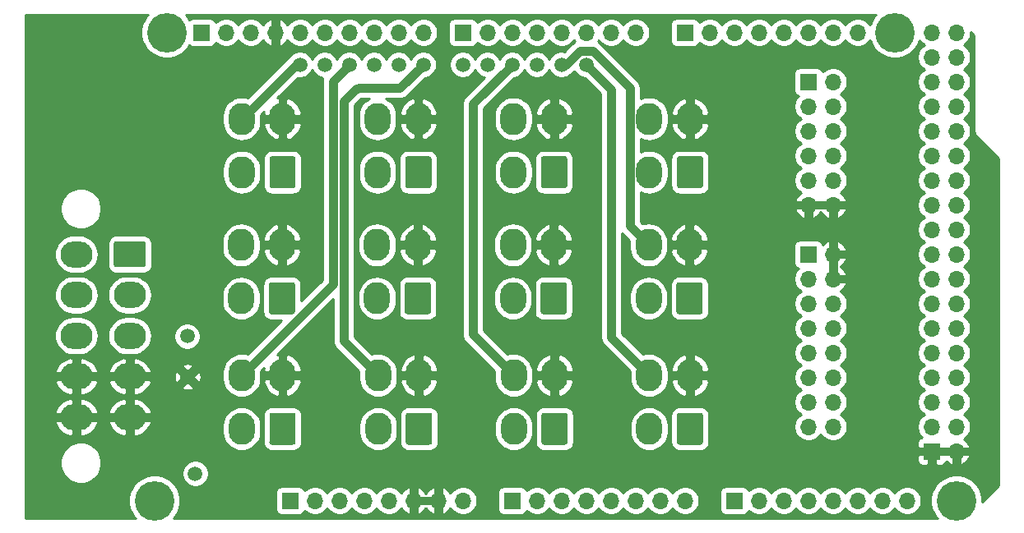
<source format=gbr>
G04 #@! TF.GenerationSoftware,KiCad,Pcbnew,(5.1.6)-1*
G04 #@! TF.CreationDate,2020-12-22T16:43:39+11:00*
G04 #@! TF.ProjectId,ABSIS_Backlight_Controller,41425349-535f-4426-9163-6b6c69676874,rev?*
G04 #@! TF.SameCoordinates,Original*
G04 #@! TF.FileFunction,Copper,L2,Bot*
G04 #@! TF.FilePolarity,Positive*
%FSLAX46Y46*%
G04 Gerber Fmt 4.6, Leading zero omitted, Abs format (unit mm)*
G04 Created by KiCad (PCBNEW (5.1.6)-1) date 2020-12-22 16:43:39*
%MOMM*%
%LPD*%
G01*
G04 APERTURE LIST*
G04 #@! TA.AperFunction,ComponentPad*
%ADD10O,2.700000X3.300000*%
G04 #@! TD*
G04 #@! TA.AperFunction,ComponentPad*
%ADD11O,3.300000X2.700000*%
G04 #@! TD*
G04 #@! TA.AperFunction,ComponentPad*
%ADD12C,4.064000*%
G04 #@! TD*
G04 #@! TA.AperFunction,ComponentPad*
%ADD13C,1.500000*%
G04 #@! TD*
G04 #@! TA.AperFunction,ComponentPad*
%ADD14R,1.700000X1.700000*%
G04 #@! TD*
G04 #@! TA.AperFunction,ComponentPad*
%ADD15O,1.700000X1.700000*%
G04 #@! TD*
G04 #@! TA.AperFunction,Conductor*
%ADD16C,0.914400*%
G04 #@! TD*
G04 #@! TA.AperFunction,Conductor*
%ADD17C,0.254000*%
G04 #@! TD*
G04 APERTURE END LIST*
D10*
X154245000Y-92766000D03*
X158445000Y-92766000D03*
X154245000Y-98266000D03*
G04 #@! TA.AperFunction,ComponentPad*
G36*
G01*
X159795000Y-96866001D02*
X159795000Y-99665999D01*
G75*
G02*
X159544999Y-99916000I-250001J0D01*
G01*
X157345001Y-99916000D01*
G75*
G02*
X157095000Y-99665999I0J250001D01*
G01*
X157095000Y-96866001D01*
G75*
G02*
X157345001Y-96616000I250001J0D01*
G01*
X159544999Y-96616000D01*
G75*
G02*
X159795000Y-96866001I0J-250001D01*
G01*
G37*
G04 #@! TD.AperFunction*
G04 #@! TA.AperFunction,ComponentPad*
G36*
G01*
X113408001Y-92376000D02*
X116207999Y-92376000D01*
G75*
G02*
X116458000Y-92626001I0J-250001D01*
G01*
X116458000Y-94825999D01*
G75*
G02*
X116207999Y-95076000I-250001J0D01*
G01*
X113408001Y-95076000D01*
G75*
G02*
X113158000Y-94825999I0J250001D01*
G01*
X113158000Y-92626001D01*
G75*
G02*
X113408001Y-92376000I250001J0D01*
G01*
G37*
G04 #@! TD.AperFunction*
D11*
X114808000Y-97926000D03*
X114808000Y-102126000D03*
X114808000Y-106326000D03*
X114808000Y-110526000D03*
X109308000Y-93726000D03*
X109308000Y-97926000D03*
X109308000Y-102126000D03*
X109308000Y-106326000D03*
X109308000Y-110526000D03*
D12*
X117348000Y-119126000D03*
X199898000Y-119126000D03*
X118618000Y-70866000D03*
X193548000Y-70866000D03*
D13*
X121539000Y-116332000D03*
X120714000Y-102172000D03*
X120777000Y-106362000D03*
D14*
X197358000Y-114046000D03*
D15*
X199898000Y-114046000D03*
X197358000Y-111506000D03*
X199898000Y-111506000D03*
X197358000Y-108966000D03*
X199898000Y-108966000D03*
X197358000Y-106426000D03*
X199898000Y-106426000D03*
X197358000Y-103886000D03*
X199898000Y-103886000D03*
X197358000Y-101346000D03*
X199898000Y-101346000D03*
X197358000Y-98806000D03*
X199898000Y-98806000D03*
X197358000Y-96266000D03*
X199898000Y-96266000D03*
X197358000Y-93726000D03*
X199898000Y-93726000D03*
X197358000Y-91186000D03*
X199898000Y-91186000D03*
X197358000Y-88646000D03*
X199898000Y-88646000D03*
X197358000Y-86106000D03*
X199898000Y-86106000D03*
X197358000Y-83566000D03*
X199898000Y-83566000D03*
X197358000Y-81026000D03*
X199898000Y-81026000D03*
X197358000Y-78486000D03*
X199898000Y-78486000D03*
X197358000Y-75946000D03*
X199898000Y-75946000D03*
X197358000Y-73406000D03*
X199898000Y-73406000D03*
X197358000Y-70866000D03*
X199898000Y-70866000D03*
D14*
X131318000Y-119126000D03*
D15*
X133858000Y-119126000D03*
X136398000Y-119126000D03*
X138938000Y-119126000D03*
X141478000Y-119126000D03*
X144018000Y-119126000D03*
X146558000Y-119126000D03*
X149098000Y-119126000D03*
D14*
X154178000Y-119126000D03*
D15*
X156718000Y-119126000D03*
X159258000Y-119126000D03*
X161798000Y-119126000D03*
X164338000Y-119126000D03*
X166878000Y-119126000D03*
X169418000Y-119126000D03*
X171958000Y-119126000D03*
D14*
X177038000Y-119126000D03*
D15*
X179578000Y-119126000D03*
X182118000Y-119126000D03*
X184658000Y-119126000D03*
X187198000Y-119126000D03*
X189738000Y-119126000D03*
X192278000Y-119126000D03*
X194818000Y-119126000D03*
D14*
X122174000Y-70866000D03*
D15*
X124714000Y-70866000D03*
X127254000Y-70866000D03*
X129794000Y-70866000D03*
X132334000Y-70866000D03*
X134874000Y-70866000D03*
X137414000Y-70866000D03*
X139954000Y-70866000D03*
X142494000Y-70866000D03*
X145034000Y-70866000D03*
X166878000Y-70866000D03*
X164338000Y-70866000D03*
X161798000Y-70866000D03*
X159258000Y-70866000D03*
X156718000Y-70866000D03*
X154178000Y-70866000D03*
X151638000Y-70866000D03*
D14*
X149098000Y-70866000D03*
D15*
X189738000Y-70866000D03*
X187198000Y-70866000D03*
X184658000Y-70866000D03*
X182118000Y-70866000D03*
X179578000Y-70866000D03*
X177038000Y-70866000D03*
X174498000Y-70866000D03*
D14*
X171958000Y-70866000D03*
D13*
X132334000Y-74168000D03*
X134874000Y-74168000D03*
X137414000Y-74168000D03*
X139954000Y-74168000D03*
X142494000Y-74168000D03*
X145034000Y-74168000D03*
X149098000Y-74168000D03*
X151638000Y-74168000D03*
X154178000Y-74168000D03*
X156718000Y-74168000D03*
X159258000Y-74168000D03*
X161798000Y-74168000D03*
D14*
X184658000Y-75946000D03*
D15*
X187198000Y-75946000D03*
X184658000Y-78486000D03*
X187198000Y-78486000D03*
X184658000Y-81026000D03*
X187198000Y-81026000D03*
X184658000Y-83566000D03*
X187198000Y-83566000D03*
X184658000Y-86106000D03*
X187198000Y-86106000D03*
X184658000Y-88646000D03*
X187198000Y-88646000D03*
D14*
X184658000Y-93726000D03*
D15*
X187198000Y-93726000D03*
X184658000Y-96266000D03*
X187198000Y-96266000D03*
X184658000Y-98806000D03*
X187198000Y-98806000D03*
X184658000Y-101346000D03*
X187198000Y-101346000D03*
X184658000Y-103886000D03*
X187198000Y-103886000D03*
X184658000Y-106426000D03*
X187198000Y-106426000D03*
X184658000Y-108966000D03*
X187198000Y-108966000D03*
X184658000Y-111506000D03*
X187198000Y-111506000D03*
G04 #@! TA.AperFunction,ComponentPad*
G36*
G01*
X131878000Y-83866001D02*
X131878000Y-86665999D01*
G75*
G02*
X131627999Y-86916000I-250001J0D01*
G01*
X129428001Y-86916000D01*
G75*
G02*
X129178000Y-86665999I0J250001D01*
G01*
X129178000Y-83866001D01*
G75*
G02*
X129428001Y-83616000I250001J0D01*
G01*
X131627999Y-83616000D01*
G75*
G02*
X131878000Y-83866001I0J-250001D01*
G01*
G37*
G04 #@! TD.AperFunction*
D10*
X126328000Y-85266000D03*
X130528000Y-79766000D03*
X126328000Y-79766000D03*
X126278000Y-92766000D03*
X130478000Y-92766000D03*
X126278000Y-98266000D03*
G04 #@! TA.AperFunction,ComponentPad*
G36*
G01*
X131828000Y-96866001D02*
X131828000Y-99665999D01*
G75*
G02*
X131577999Y-99916000I-250001J0D01*
G01*
X129378001Y-99916000D01*
G75*
G02*
X129128000Y-99665999I0J250001D01*
G01*
X129128000Y-96866001D01*
G75*
G02*
X129378001Y-96616000I250001J0D01*
G01*
X131577999Y-96616000D01*
G75*
G02*
X131828000Y-96866001I0J-250001D01*
G01*
G37*
G04 #@! TD.AperFunction*
G04 #@! TA.AperFunction,ComponentPad*
G36*
G01*
X131878000Y-110316001D02*
X131878000Y-113115999D01*
G75*
G02*
X131627999Y-113366000I-250001J0D01*
G01*
X129428001Y-113366000D01*
G75*
G02*
X129178000Y-113115999I0J250001D01*
G01*
X129178000Y-110316001D01*
G75*
G02*
X129428001Y-110066000I250001J0D01*
G01*
X131627999Y-110066000D01*
G75*
G02*
X131878000Y-110316001I0J-250001D01*
G01*
G37*
G04 #@! TD.AperFunction*
X126328000Y-111716000D03*
X130528000Y-106216000D03*
X126328000Y-106216000D03*
X140311000Y-79766000D03*
X144511000Y-79766000D03*
X140311000Y-85266000D03*
G04 #@! TA.AperFunction,ComponentPad*
G36*
G01*
X145861000Y-83866001D02*
X145861000Y-86665999D01*
G75*
G02*
X145610999Y-86916000I-250001J0D01*
G01*
X143411001Y-86916000D01*
G75*
G02*
X143161000Y-86665999I0J250001D01*
G01*
X143161000Y-83866001D01*
G75*
G02*
X143411001Y-83616000I250001J0D01*
G01*
X145610999Y-83616000D01*
G75*
G02*
X145861000Y-83866001I0J-250001D01*
G01*
G37*
G04 #@! TD.AperFunction*
G04 #@! TA.AperFunction,ComponentPad*
G36*
G01*
X145811000Y-96866001D02*
X145811000Y-99665999D01*
G75*
G02*
X145560999Y-99916000I-250001J0D01*
G01*
X143361001Y-99916000D01*
G75*
G02*
X143111000Y-99665999I0J250001D01*
G01*
X143111000Y-96866001D01*
G75*
G02*
X143361001Y-96616000I250001J0D01*
G01*
X145560999Y-96616000D01*
G75*
G02*
X145811000Y-96866001I0J-250001D01*
G01*
G37*
G04 #@! TD.AperFunction*
X140261000Y-98266000D03*
X144461000Y-92766000D03*
X140261000Y-92766000D03*
X140378000Y-106216000D03*
X144578000Y-106216000D03*
X140378000Y-111716000D03*
G04 #@! TA.AperFunction,ComponentPad*
G36*
G01*
X145928000Y-110316001D02*
X145928000Y-113115999D01*
G75*
G02*
X145677999Y-113366000I-250001J0D01*
G01*
X143478001Y-113366000D01*
G75*
G02*
X143228000Y-113115999I0J250001D01*
G01*
X143228000Y-110316001D01*
G75*
G02*
X143478001Y-110066000I250001J0D01*
G01*
X145677999Y-110066000D01*
G75*
G02*
X145928000Y-110316001I0J-250001D01*
G01*
G37*
G04 #@! TD.AperFunction*
G04 #@! TA.AperFunction,ComponentPad*
G36*
G01*
X159845000Y-83866001D02*
X159845000Y-86665999D01*
G75*
G02*
X159594999Y-86916000I-250001J0D01*
G01*
X157395001Y-86916000D01*
G75*
G02*
X157145000Y-86665999I0J250001D01*
G01*
X157145000Y-83866001D01*
G75*
G02*
X157395001Y-83616000I250001J0D01*
G01*
X159594999Y-83616000D01*
G75*
G02*
X159845000Y-83866001I0J-250001D01*
G01*
G37*
G04 #@! TD.AperFunction*
X154295000Y-85266000D03*
X158495000Y-79766000D03*
X154295000Y-79766000D03*
G04 #@! TA.AperFunction,ComponentPad*
G36*
G01*
X159878000Y-110316001D02*
X159878000Y-113115999D01*
G75*
G02*
X159627999Y-113366000I-250001J0D01*
G01*
X157428001Y-113366000D01*
G75*
G02*
X157178000Y-113115999I0J250001D01*
G01*
X157178000Y-110316001D01*
G75*
G02*
X157428001Y-110066000I250001J0D01*
G01*
X159627999Y-110066000D01*
G75*
G02*
X159878000Y-110316001I0J-250001D01*
G01*
G37*
G04 #@! TD.AperFunction*
X154328000Y-111716000D03*
X158528000Y-106216000D03*
X154328000Y-106216000D03*
X168278000Y-79766000D03*
X172478000Y-79766000D03*
X168278000Y-85266000D03*
G04 #@! TA.AperFunction,ComponentPad*
G36*
G01*
X173828000Y-83866001D02*
X173828000Y-86665999D01*
G75*
G02*
X173577999Y-86916000I-250001J0D01*
G01*
X171378001Y-86916000D01*
G75*
G02*
X171128000Y-86665999I0J250001D01*
G01*
X171128000Y-83866001D01*
G75*
G02*
X171378001Y-83616000I250001J0D01*
G01*
X173577999Y-83616000D01*
G75*
G02*
X173828000Y-83866001I0J-250001D01*
G01*
G37*
G04 #@! TD.AperFunction*
G04 #@! TA.AperFunction,ComponentPad*
G36*
G01*
X173778000Y-96866001D02*
X173778000Y-99665999D01*
G75*
G02*
X173527999Y-99916000I-250001J0D01*
G01*
X171328001Y-99916000D01*
G75*
G02*
X171078000Y-99665999I0J250001D01*
G01*
X171078000Y-96866001D01*
G75*
G02*
X171328001Y-96616000I250001J0D01*
G01*
X173527999Y-96616000D01*
G75*
G02*
X173778000Y-96866001I0J-250001D01*
G01*
G37*
G04 #@! TD.AperFunction*
X168228000Y-98266000D03*
X172428000Y-92766000D03*
X168228000Y-92766000D03*
X168278000Y-106216000D03*
X172478000Y-106216000D03*
X168278000Y-111716000D03*
G04 #@! TA.AperFunction,ComponentPad*
G36*
G01*
X173828000Y-110316001D02*
X173828000Y-113115999D01*
G75*
G02*
X173577999Y-113366000I-250001J0D01*
G01*
X171378001Y-113366000D01*
G75*
G02*
X171128000Y-113115999I0J250001D01*
G01*
X171128000Y-110316001D01*
G75*
G02*
X171378001Y-110066000I250001J0D01*
G01*
X173577999Y-110066000D01*
G75*
G02*
X173828000Y-110316001I0J-250001D01*
G01*
G37*
G04 #@! TD.AperFunction*
D16*
X131926000Y-74168000D02*
X126328000Y-79766000D01*
X132334000Y-74168000D02*
X131926000Y-74168000D01*
X135713590Y-75868410D02*
X135713590Y-96830410D01*
X135713590Y-96830410D02*
X126328000Y-106216000D01*
X137414000Y-74168000D02*
X135713590Y-75868410D01*
X145034000Y-74168000D02*
X142636000Y-76566000D01*
X142636000Y-76566000D02*
X138328000Y-76566000D01*
X138253790Y-76640210D02*
X138103790Y-76640210D01*
X138328000Y-76566000D02*
X138253790Y-76640210D01*
X138103790Y-76640210D02*
X136828000Y-77916000D01*
X136828000Y-102666000D02*
X140378000Y-106216000D01*
X136828000Y-77916000D02*
X136828000Y-102666000D01*
X154178000Y-74168000D02*
X150128000Y-78218000D01*
X150128000Y-102016000D02*
X154328000Y-106216000D01*
X150128000Y-78218000D02*
X150128000Y-102016000D01*
X166270790Y-90808790D02*
X168228000Y-92766000D01*
X166270790Y-76558132D02*
X166270790Y-90808790D01*
X162473457Y-72760799D02*
X166270790Y-76558132D01*
X159715342Y-74168000D02*
X161122543Y-72760799D01*
X161122543Y-72760799D02*
X162473457Y-72760799D01*
X159258000Y-74168000D02*
X159715342Y-74168000D01*
X161798000Y-74168000D02*
X164378000Y-76748000D01*
X164378000Y-102316000D02*
X168278000Y-106216000D01*
X164378000Y-76748000D02*
X164378000Y-102316000D01*
D17*
G36*
X116546406Y-69165887D02*
G01*
X116254536Y-69602702D01*
X116053492Y-70088065D01*
X115951000Y-70603323D01*
X115951000Y-71128677D01*
X116053492Y-71643935D01*
X116254536Y-72129298D01*
X116546406Y-72566113D01*
X116917887Y-72937594D01*
X117354702Y-73229464D01*
X117840065Y-73430508D01*
X118355323Y-73533000D01*
X118880677Y-73533000D01*
X119395935Y-73430508D01*
X119881298Y-73229464D01*
X120318113Y-72937594D01*
X120689594Y-72566113D01*
X120926636Y-72211354D01*
X120969506Y-72246537D01*
X121079820Y-72305502D01*
X121199518Y-72341812D01*
X121324000Y-72354072D01*
X123024000Y-72354072D01*
X123148482Y-72341812D01*
X123268180Y-72305502D01*
X123378494Y-72246537D01*
X123475185Y-72167185D01*
X123554537Y-72070494D01*
X123613502Y-71960180D01*
X123635513Y-71887620D01*
X123767368Y-72019475D01*
X124010589Y-72181990D01*
X124280842Y-72293932D01*
X124567740Y-72351000D01*
X124860260Y-72351000D01*
X125147158Y-72293932D01*
X125417411Y-72181990D01*
X125660632Y-72019475D01*
X125867475Y-71812632D01*
X125984000Y-71638240D01*
X126100525Y-71812632D01*
X126307368Y-72019475D01*
X126550589Y-72181990D01*
X126820842Y-72293932D01*
X127107740Y-72351000D01*
X127400260Y-72351000D01*
X127687158Y-72293932D01*
X127957411Y-72181990D01*
X128200632Y-72019475D01*
X128407475Y-71812632D01*
X128527272Y-71633344D01*
X128549828Y-71676740D01*
X128731902Y-71903888D01*
X128954792Y-72091150D01*
X129209932Y-72231330D01*
X129241566Y-72244420D01*
X129464000Y-72150538D01*
X129464000Y-71196000D01*
X129444000Y-71196000D01*
X129444000Y-70536000D01*
X129464000Y-70536000D01*
X129464000Y-69581462D01*
X130124000Y-69581462D01*
X130124000Y-70536000D01*
X130144000Y-70536000D01*
X130144000Y-71196000D01*
X130124000Y-71196000D01*
X130124000Y-72150538D01*
X130346434Y-72244420D01*
X130378068Y-72231330D01*
X130633208Y-72091150D01*
X130856098Y-71903888D01*
X131038172Y-71676740D01*
X131060728Y-71633344D01*
X131180525Y-71812632D01*
X131387368Y-72019475D01*
X131630589Y-72181990D01*
X131900842Y-72293932D01*
X132187740Y-72351000D01*
X132480260Y-72351000D01*
X132767158Y-72293932D01*
X133037411Y-72181990D01*
X133280632Y-72019475D01*
X133487475Y-71812632D01*
X133604000Y-71638240D01*
X133720525Y-71812632D01*
X133927368Y-72019475D01*
X134170589Y-72181990D01*
X134440842Y-72293932D01*
X134727740Y-72351000D01*
X135020260Y-72351000D01*
X135307158Y-72293932D01*
X135577411Y-72181990D01*
X135820632Y-72019475D01*
X136027475Y-71812632D01*
X136144000Y-71638240D01*
X136260525Y-71812632D01*
X136467368Y-72019475D01*
X136710589Y-72181990D01*
X136980842Y-72293932D01*
X137267740Y-72351000D01*
X137560260Y-72351000D01*
X137847158Y-72293932D01*
X138117411Y-72181990D01*
X138360632Y-72019475D01*
X138567475Y-71812632D01*
X138684000Y-71638240D01*
X138800525Y-71812632D01*
X139007368Y-72019475D01*
X139250589Y-72181990D01*
X139520842Y-72293932D01*
X139807740Y-72351000D01*
X140100260Y-72351000D01*
X140387158Y-72293932D01*
X140657411Y-72181990D01*
X140900632Y-72019475D01*
X141107475Y-71812632D01*
X141224000Y-71638240D01*
X141340525Y-71812632D01*
X141547368Y-72019475D01*
X141790589Y-72181990D01*
X142060842Y-72293932D01*
X142347740Y-72351000D01*
X142640260Y-72351000D01*
X142927158Y-72293932D01*
X143197411Y-72181990D01*
X143440632Y-72019475D01*
X143647475Y-71812632D01*
X143764000Y-71638240D01*
X143880525Y-71812632D01*
X144087368Y-72019475D01*
X144330589Y-72181990D01*
X144600842Y-72293932D01*
X144887740Y-72351000D01*
X145180260Y-72351000D01*
X145467158Y-72293932D01*
X145737411Y-72181990D01*
X145980632Y-72019475D01*
X146187475Y-71812632D01*
X146349990Y-71569411D01*
X146461932Y-71299158D01*
X146519000Y-71012260D01*
X146519000Y-70719740D01*
X146461932Y-70432842D01*
X146349990Y-70162589D01*
X146252043Y-70016000D01*
X147609928Y-70016000D01*
X147609928Y-71716000D01*
X147622188Y-71840482D01*
X147658498Y-71960180D01*
X147717463Y-72070494D01*
X147796815Y-72167185D01*
X147893506Y-72246537D01*
X148003820Y-72305502D01*
X148123518Y-72341812D01*
X148248000Y-72354072D01*
X149948000Y-72354072D01*
X150072482Y-72341812D01*
X150192180Y-72305502D01*
X150302494Y-72246537D01*
X150399185Y-72167185D01*
X150478537Y-72070494D01*
X150537502Y-71960180D01*
X150559513Y-71887620D01*
X150691368Y-72019475D01*
X150934589Y-72181990D01*
X151204842Y-72293932D01*
X151491740Y-72351000D01*
X151784260Y-72351000D01*
X152071158Y-72293932D01*
X152341411Y-72181990D01*
X152584632Y-72019475D01*
X152791475Y-71812632D01*
X152908000Y-71638240D01*
X153024525Y-71812632D01*
X153231368Y-72019475D01*
X153474589Y-72181990D01*
X153744842Y-72293932D01*
X154031740Y-72351000D01*
X154324260Y-72351000D01*
X154611158Y-72293932D01*
X154881411Y-72181990D01*
X155124632Y-72019475D01*
X155331475Y-71812632D01*
X155448000Y-71638240D01*
X155564525Y-71812632D01*
X155771368Y-72019475D01*
X156014589Y-72181990D01*
X156284842Y-72293932D01*
X156571740Y-72351000D01*
X156864260Y-72351000D01*
X157151158Y-72293932D01*
X157421411Y-72181990D01*
X157664632Y-72019475D01*
X157871475Y-71812632D01*
X157988000Y-71638240D01*
X158104525Y-71812632D01*
X158311368Y-72019475D01*
X158554589Y-72181990D01*
X158824842Y-72293932D01*
X159111740Y-72351000D01*
X159404260Y-72351000D01*
X159691158Y-72293932D01*
X159961411Y-72181990D01*
X160204632Y-72019475D01*
X160411475Y-71812632D01*
X160528000Y-71638240D01*
X160627412Y-71787020D01*
X160512814Y-71848274D01*
X160424198Y-71921000D01*
X160346505Y-71984761D01*
X160312307Y-72026431D01*
X159528972Y-72809766D01*
X159394411Y-72783000D01*
X159121589Y-72783000D01*
X158854011Y-72836225D01*
X158601957Y-72940629D01*
X158375114Y-73092201D01*
X158182201Y-73285114D01*
X158030629Y-73511957D01*
X157988000Y-73614873D01*
X157945371Y-73511957D01*
X157793799Y-73285114D01*
X157600886Y-73092201D01*
X157374043Y-72940629D01*
X157121989Y-72836225D01*
X156854411Y-72783000D01*
X156581589Y-72783000D01*
X156314011Y-72836225D01*
X156061957Y-72940629D01*
X155835114Y-73092201D01*
X155642201Y-73285114D01*
X155490629Y-73511957D01*
X155448000Y-73614873D01*
X155405371Y-73511957D01*
X155253799Y-73285114D01*
X155060886Y-73092201D01*
X154834043Y-72940629D01*
X154581989Y-72836225D01*
X154314411Y-72783000D01*
X154041589Y-72783000D01*
X153774011Y-72836225D01*
X153521957Y-72940629D01*
X153295114Y-73092201D01*
X153102201Y-73285114D01*
X152950629Y-73511957D01*
X152908000Y-73614873D01*
X152865371Y-73511957D01*
X152713799Y-73285114D01*
X152520886Y-73092201D01*
X152294043Y-72940629D01*
X152041989Y-72836225D01*
X151774411Y-72783000D01*
X151501589Y-72783000D01*
X151234011Y-72836225D01*
X150981957Y-72940629D01*
X150755114Y-73092201D01*
X150562201Y-73285114D01*
X150410629Y-73511957D01*
X150368000Y-73614873D01*
X150325371Y-73511957D01*
X150173799Y-73285114D01*
X149980886Y-73092201D01*
X149754043Y-72940629D01*
X149501989Y-72836225D01*
X149234411Y-72783000D01*
X148961589Y-72783000D01*
X148694011Y-72836225D01*
X148441957Y-72940629D01*
X148215114Y-73092201D01*
X148022201Y-73285114D01*
X147870629Y-73511957D01*
X147766225Y-73764011D01*
X147713000Y-74031589D01*
X147713000Y-74304411D01*
X147766225Y-74571989D01*
X147870629Y-74824043D01*
X148022201Y-75050886D01*
X148215114Y-75243799D01*
X148441957Y-75395371D01*
X148694011Y-75499775D01*
X148961589Y-75553000D01*
X149234411Y-75553000D01*
X149501989Y-75499775D01*
X149754043Y-75395371D01*
X149980886Y-75243799D01*
X150173799Y-75050886D01*
X150325371Y-74824043D01*
X150368000Y-74721127D01*
X150410629Y-74824043D01*
X150562201Y-75050886D01*
X150755114Y-75243799D01*
X150981957Y-75395371D01*
X151234011Y-75499775D01*
X151290404Y-75510992D01*
X149393637Y-77407760D01*
X149351962Y-77441962D01*
X149215475Y-77608271D01*
X149149122Y-77732410D01*
X149114057Y-77798012D01*
X149106054Y-77824396D01*
X149051604Y-78003892D01*
X149035800Y-78164352D01*
X149035800Y-78164359D01*
X149030517Y-78218000D01*
X149035800Y-78271642D01*
X149035801Y-101962348D01*
X149030517Y-102016000D01*
X149051604Y-102230109D01*
X149114057Y-102435988D01*
X149125859Y-102458068D01*
X149215476Y-102625729D01*
X149245235Y-102661990D01*
X149305965Y-102735989D01*
X149351963Y-102792038D01*
X149393632Y-102826235D01*
X152346845Y-105779449D01*
X152343000Y-105818490D01*
X152343000Y-106613509D01*
X152371722Y-106905127D01*
X152485226Y-107279301D01*
X152669547Y-107624143D01*
X152917602Y-107926398D01*
X153219857Y-108174453D01*
X153564698Y-108358774D01*
X153938872Y-108472278D01*
X154328000Y-108510604D01*
X154717127Y-108472278D01*
X155091301Y-108358774D01*
X155436143Y-108174453D01*
X155738398Y-107926398D01*
X155986453Y-107624143D01*
X156170774Y-107279302D01*
X156284278Y-106905128D01*
X156289140Y-106855763D01*
X156574595Y-106855763D01*
X156678414Y-107230325D01*
X156853311Y-107577436D01*
X157092566Y-107883756D01*
X157386983Y-108137514D01*
X157725249Y-108328958D01*
X157895862Y-108397655D01*
X158198000Y-108312187D01*
X158198000Y-106546000D01*
X158858000Y-106546000D01*
X158858000Y-108312187D01*
X159160138Y-108397655D01*
X159330751Y-108328958D01*
X159669017Y-108137514D01*
X159963434Y-107883756D01*
X160202689Y-107577436D01*
X160377586Y-107230325D01*
X160481405Y-106855763D01*
X160351756Y-106546000D01*
X158858000Y-106546000D01*
X158198000Y-106546000D01*
X156704244Y-106546000D01*
X156574595Y-106855763D01*
X156289140Y-106855763D01*
X156313000Y-106613510D01*
X156313000Y-105818491D01*
X156289140Y-105576237D01*
X156574595Y-105576237D01*
X156704244Y-105886000D01*
X158198000Y-105886000D01*
X158198000Y-104119813D01*
X158858000Y-104119813D01*
X158858000Y-105886000D01*
X160351756Y-105886000D01*
X160481405Y-105576237D01*
X160377586Y-105201675D01*
X160202689Y-104854564D01*
X159963434Y-104548244D01*
X159669017Y-104294486D01*
X159330751Y-104103042D01*
X159160138Y-104034345D01*
X158858000Y-104119813D01*
X158198000Y-104119813D01*
X157895862Y-104034345D01*
X157725249Y-104103042D01*
X157386983Y-104294486D01*
X157092566Y-104548244D01*
X156853311Y-104854564D01*
X156678414Y-105201675D01*
X156574595Y-105576237D01*
X156289140Y-105576237D01*
X156284278Y-105526873D01*
X156170774Y-105152698D01*
X155986453Y-104807857D01*
X155738398Y-104505602D01*
X155436143Y-104257547D01*
X155091302Y-104073226D01*
X154717128Y-103959722D01*
X154328000Y-103921396D01*
X153938873Y-103959722D01*
X153691397Y-104034793D01*
X151220200Y-101563597D01*
X151220200Y-97868490D01*
X152260000Y-97868490D01*
X152260000Y-98663509D01*
X152288722Y-98955127D01*
X152402226Y-99329301D01*
X152586547Y-99674143D01*
X152834602Y-99976398D01*
X153136857Y-100224453D01*
X153481698Y-100408774D01*
X153855872Y-100522278D01*
X154245000Y-100560604D01*
X154634127Y-100522278D01*
X155008301Y-100408774D01*
X155353143Y-100224453D01*
X155655398Y-99976398D01*
X155903453Y-99674143D01*
X156087774Y-99329302D01*
X156201278Y-98955128D01*
X156230000Y-98663510D01*
X156230000Y-97868491D01*
X156201278Y-97576873D01*
X156087774Y-97202698D01*
X155907807Y-96866001D01*
X156456928Y-96866001D01*
X156456928Y-99665999D01*
X156473992Y-99839253D01*
X156524529Y-100005850D01*
X156606595Y-100159386D01*
X156717039Y-100293961D01*
X156851614Y-100404405D01*
X157005150Y-100486471D01*
X157171747Y-100537008D01*
X157345001Y-100554072D01*
X159544999Y-100554072D01*
X159718253Y-100537008D01*
X159884850Y-100486471D01*
X160038386Y-100404405D01*
X160172961Y-100293961D01*
X160283405Y-100159386D01*
X160365471Y-100005850D01*
X160416008Y-99839253D01*
X160433072Y-99665999D01*
X160433072Y-96866001D01*
X160416008Y-96692747D01*
X160365471Y-96526150D01*
X160283405Y-96372614D01*
X160172961Y-96238039D01*
X160038386Y-96127595D01*
X159884850Y-96045529D01*
X159718253Y-95994992D01*
X159544999Y-95977928D01*
X157345001Y-95977928D01*
X157171747Y-95994992D01*
X157005150Y-96045529D01*
X156851614Y-96127595D01*
X156717039Y-96238039D01*
X156606595Y-96372614D01*
X156524529Y-96526150D01*
X156473992Y-96692747D01*
X156456928Y-96866001D01*
X155907807Y-96866001D01*
X155903453Y-96857857D01*
X155655398Y-96555602D01*
X155353143Y-96307547D01*
X155008302Y-96123226D01*
X154634128Y-96009722D01*
X154245000Y-95971396D01*
X153855873Y-96009722D01*
X153481699Y-96123226D01*
X153136858Y-96307547D01*
X152834603Y-96555602D01*
X152586547Y-96857857D01*
X152402226Y-97202698D01*
X152288722Y-97576872D01*
X152260000Y-97868490D01*
X151220200Y-97868490D01*
X151220200Y-92368490D01*
X152260000Y-92368490D01*
X152260000Y-93163509D01*
X152288722Y-93455127D01*
X152402226Y-93829301D01*
X152586547Y-94174143D01*
X152834602Y-94476398D01*
X153136857Y-94724453D01*
X153481698Y-94908774D01*
X153855872Y-95022278D01*
X154245000Y-95060604D01*
X154634127Y-95022278D01*
X155008301Y-94908774D01*
X155353143Y-94724453D01*
X155655398Y-94476398D01*
X155903453Y-94174143D01*
X156087774Y-93829302D01*
X156201278Y-93455128D01*
X156206140Y-93405763D01*
X156491595Y-93405763D01*
X156595414Y-93780325D01*
X156770311Y-94127436D01*
X157009566Y-94433756D01*
X157303983Y-94687514D01*
X157642249Y-94878958D01*
X157812862Y-94947655D01*
X158115000Y-94862187D01*
X158115000Y-93096000D01*
X158775000Y-93096000D01*
X158775000Y-94862187D01*
X159077138Y-94947655D01*
X159247751Y-94878958D01*
X159586017Y-94687514D01*
X159880434Y-94433756D01*
X160119689Y-94127436D01*
X160294586Y-93780325D01*
X160398405Y-93405763D01*
X160268756Y-93096000D01*
X158775000Y-93096000D01*
X158115000Y-93096000D01*
X156621244Y-93096000D01*
X156491595Y-93405763D01*
X156206140Y-93405763D01*
X156230000Y-93163510D01*
X156230000Y-92368491D01*
X156206140Y-92126237D01*
X156491595Y-92126237D01*
X156621244Y-92436000D01*
X158115000Y-92436000D01*
X158115000Y-90669813D01*
X158775000Y-90669813D01*
X158775000Y-92436000D01*
X160268756Y-92436000D01*
X160398405Y-92126237D01*
X160294586Y-91751675D01*
X160119689Y-91404564D01*
X159880434Y-91098244D01*
X159586017Y-90844486D01*
X159247751Y-90653042D01*
X159077138Y-90584345D01*
X158775000Y-90669813D01*
X158115000Y-90669813D01*
X157812862Y-90584345D01*
X157642249Y-90653042D01*
X157303983Y-90844486D01*
X157009566Y-91098244D01*
X156770311Y-91404564D01*
X156595414Y-91751675D01*
X156491595Y-92126237D01*
X156206140Y-92126237D01*
X156201278Y-92076873D01*
X156087774Y-91702698D01*
X155903453Y-91357857D01*
X155655398Y-91055602D01*
X155353143Y-90807547D01*
X155008302Y-90623226D01*
X154634128Y-90509722D01*
X154245000Y-90471396D01*
X153855873Y-90509722D01*
X153481699Y-90623226D01*
X153136858Y-90807547D01*
X152834603Y-91055602D01*
X152586547Y-91357857D01*
X152402226Y-91702698D01*
X152288722Y-92076872D01*
X152260000Y-92368490D01*
X151220200Y-92368490D01*
X151220200Y-84868490D01*
X152310000Y-84868490D01*
X152310000Y-85663509D01*
X152338722Y-85955127D01*
X152452226Y-86329301D01*
X152636547Y-86674143D01*
X152884602Y-86976398D01*
X153186857Y-87224453D01*
X153531698Y-87408774D01*
X153905872Y-87522278D01*
X154295000Y-87560604D01*
X154684127Y-87522278D01*
X155058301Y-87408774D01*
X155403143Y-87224453D01*
X155705398Y-86976398D01*
X155953453Y-86674143D01*
X156137774Y-86329302D01*
X156251278Y-85955128D01*
X156280000Y-85663510D01*
X156280000Y-84868491D01*
X156251278Y-84576873D01*
X156137774Y-84202698D01*
X155957807Y-83866001D01*
X156506928Y-83866001D01*
X156506928Y-86665999D01*
X156523992Y-86839253D01*
X156574529Y-87005850D01*
X156656595Y-87159386D01*
X156767039Y-87293961D01*
X156901614Y-87404405D01*
X157055150Y-87486471D01*
X157221747Y-87537008D01*
X157395001Y-87554072D01*
X159594999Y-87554072D01*
X159768253Y-87537008D01*
X159934850Y-87486471D01*
X160088386Y-87404405D01*
X160222961Y-87293961D01*
X160333405Y-87159386D01*
X160415471Y-87005850D01*
X160466008Y-86839253D01*
X160483072Y-86665999D01*
X160483072Y-83866001D01*
X160466008Y-83692747D01*
X160415471Y-83526150D01*
X160333405Y-83372614D01*
X160222961Y-83238039D01*
X160088386Y-83127595D01*
X159934850Y-83045529D01*
X159768253Y-82994992D01*
X159594999Y-82977928D01*
X157395001Y-82977928D01*
X157221747Y-82994992D01*
X157055150Y-83045529D01*
X156901614Y-83127595D01*
X156767039Y-83238039D01*
X156656595Y-83372614D01*
X156574529Y-83526150D01*
X156523992Y-83692747D01*
X156506928Y-83866001D01*
X155957807Y-83866001D01*
X155953453Y-83857857D01*
X155705398Y-83555602D01*
X155403143Y-83307547D01*
X155058302Y-83123226D01*
X154684128Y-83009722D01*
X154295000Y-82971396D01*
X153905873Y-83009722D01*
X153531699Y-83123226D01*
X153186858Y-83307547D01*
X152884603Y-83555602D01*
X152636547Y-83857857D01*
X152452226Y-84202698D01*
X152338722Y-84576872D01*
X152310000Y-84868490D01*
X151220200Y-84868490D01*
X151220200Y-79368490D01*
X152310000Y-79368490D01*
X152310000Y-80163509D01*
X152338722Y-80455127D01*
X152452226Y-80829301D01*
X152636547Y-81174143D01*
X152884602Y-81476398D01*
X153186857Y-81724453D01*
X153531698Y-81908774D01*
X153905872Y-82022278D01*
X154295000Y-82060604D01*
X154684127Y-82022278D01*
X155058301Y-81908774D01*
X155403143Y-81724453D01*
X155705398Y-81476398D01*
X155953453Y-81174143D01*
X156137774Y-80829302D01*
X156251278Y-80455128D01*
X156256140Y-80405763D01*
X156541595Y-80405763D01*
X156645414Y-80780325D01*
X156820311Y-81127436D01*
X157059566Y-81433756D01*
X157353983Y-81687514D01*
X157692249Y-81878958D01*
X157862862Y-81947655D01*
X158165000Y-81862187D01*
X158165000Y-80096000D01*
X158825000Y-80096000D01*
X158825000Y-81862187D01*
X159127138Y-81947655D01*
X159297751Y-81878958D01*
X159636017Y-81687514D01*
X159930434Y-81433756D01*
X160169689Y-81127436D01*
X160344586Y-80780325D01*
X160448405Y-80405763D01*
X160318756Y-80096000D01*
X158825000Y-80096000D01*
X158165000Y-80096000D01*
X156671244Y-80096000D01*
X156541595Y-80405763D01*
X156256140Y-80405763D01*
X156280000Y-80163510D01*
X156280000Y-79368491D01*
X156256140Y-79126237D01*
X156541595Y-79126237D01*
X156671244Y-79436000D01*
X158165000Y-79436000D01*
X158165000Y-77669813D01*
X158825000Y-77669813D01*
X158825000Y-79436000D01*
X160318756Y-79436000D01*
X160448405Y-79126237D01*
X160344586Y-78751675D01*
X160169689Y-78404564D01*
X159930434Y-78098244D01*
X159636017Y-77844486D01*
X159297751Y-77653042D01*
X159127138Y-77584345D01*
X158825000Y-77669813D01*
X158165000Y-77669813D01*
X157862862Y-77584345D01*
X157692249Y-77653042D01*
X157353983Y-77844486D01*
X157059566Y-78098244D01*
X156820311Y-78404564D01*
X156645414Y-78751675D01*
X156541595Y-79126237D01*
X156256140Y-79126237D01*
X156251278Y-79076873D01*
X156137774Y-78702698D01*
X155953453Y-78357857D01*
X155705398Y-78055602D01*
X155403143Y-77807547D01*
X155058302Y-77623226D01*
X154684128Y-77509722D01*
X154295000Y-77471396D01*
X153905873Y-77509722D01*
X153531699Y-77623226D01*
X153186858Y-77807547D01*
X152884603Y-78055602D01*
X152636547Y-78357857D01*
X152452226Y-78702698D01*
X152338722Y-79076872D01*
X152310000Y-79368490D01*
X151220200Y-79368490D01*
X151220200Y-78670403D01*
X154343363Y-75547241D01*
X154581989Y-75499775D01*
X154834043Y-75395371D01*
X155060886Y-75243799D01*
X155253799Y-75050886D01*
X155405371Y-74824043D01*
X155448000Y-74721127D01*
X155490629Y-74824043D01*
X155642201Y-75050886D01*
X155835114Y-75243799D01*
X156061957Y-75395371D01*
X156314011Y-75499775D01*
X156581589Y-75553000D01*
X156854411Y-75553000D01*
X157121989Y-75499775D01*
X157374043Y-75395371D01*
X157600886Y-75243799D01*
X157793799Y-75050886D01*
X157945371Y-74824043D01*
X157988000Y-74721127D01*
X158030629Y-74824043D01*
X158182201Y-75050886D01*
X158375114Y-75243799D01*
X158601957Y-75395371D01*
X158854011Y-75499775D01*
X159121589Y-75553000D01*
X159394411Y-75553000D01*
X159661989Y-75499775D01*
X159914043Y-75395371D01*
X160140886Y-75243799D01*
X160280148Y-75104537D01*
X160325071Y-75080525D01*
X160491380Y-74944038D01*
X160525582Y-74902363D01*
X160583956Y-74843989D01*
X160722201Y-75050886D01*
X160915114Y-75243799D01*
X161141957Y-75395371D01*
X161394011Y-75499775D01*
X161632638Y-75547241D01*
X163285800Y-77200404D01*
X163285801Y-102262348D01*
X163280517Y-102316000D01*
X163301604Y-102530109D01*
X163364057Y-102735988D01*
X163384339Y-102773932D01*
X163465476Y-102925729D01*
X163529510Y-103003754D01*
X163551003Y-103029943D01*
X163601963Y-103092038D01*
X163643632Y-103126235D01*
X166296845Y-105779449D01*
X166293000Y-105818490D01*
X166293000Y-106613509D01*
X166321722Y-106905127D01*
X166435226Y-107279301D01*
X166619547Y-107624143D01*
X166867602Y-107926398D01*
X167169857Y-108174453D01*
X167514698Y-108358774D01*
X167888872Y-108472278D01*
X168278000Y-108510604D01*
X168667127Y-108472278D01*
X169041301Y-108358774D01*
X169386143Y-108174453D01*
X169688398Y-107926398D01*
X169936453Y-107624143D01*
X170120774Y-107279302D01*
X170234278Y-106905128D01*
X170239140Y-106855763D01*
X170524595Y-106855763D01*
X170628414Y-107230325D01*
X170803311Y-107577436D01*
X171042566Y-107883756D01*
X171336983Y-108137514D01*
X171675249Y-108328958D01*
X171845862Y-108397655D01*
X172148000Y-108312187D01*
X172148000Y-106546000D01*
X172808000Y-106546000D01*
X172808000Y-108312187D01*
X173110138Y-108397655D01*
X173280751Y-108328958D01*
X173619017Y-108137514D01*
X173913434Y-107883756D01*
X174152689Y-107577436D01*
X174327586Y-107230325D01*
X174431405Y-106855763D01*
X174301756Y-106546000D01*
X172808000Y-106546000D01*
X172148000Y-106546000D01*
X170654244Y-106546000D01*
X170524595Y-106855763D01*
X170239140Y-106855763D01*
X170263000Y-106613510D01*
X170263000Y-105818491D01*
X170239140Y-105576237D01*
X170524595Y-105576237D01*
X170654244Y-105886000D01*
X172148000Y-105886000D01*
X172148000Y-104119813D01*
X172808000Y-104119813D01*
X172808000Y-105886000D01*
X174301756Y-105886000D01*
X174431405Y-105576237D01*
X174327586Y-105201675D01*
X174152689Y-104854564D01*
X173913434Y-104548244D01*
X173619017Y-104294486D01*
X173280751Y-104103042D01*
X173110138Y-104034345D01*
X172808000Y-104119813D01*
X172148000Y-104119813D01*
X171845862Y-104034345D01*
X171675249Y-104103042D01*
X171336983Y-104294486D01*
X171042566Y-104548244D01*
X170803311Y-104854564D01*
X170628414Y-105201675D01*
X170524595Y-105576237D01*
X170239140Y-105576237D01*
X170234278Y-105526873D01*
X170120774Y-105152698D01*
X169936453Y-104807857D01*
X169688398Y-104505602D01*
X169386143Y-104257547D01*
X169041302Y-104073226D01*
X168667128Y-103959722D01*
X168278000Y-103921396D01*
X167888873Y-103959722D01*
X167641397Y-104034793D01*
X165470200Y-101863597D01*
X165470200Y-97868490D01*
X166243000Y-97868490D01*
X166243000Y-98663509D01*
X166271722Y-98955127D01*
X166385226Y-99329301D01*
X166569547Y-99674143D01*
X166817602Y-99976398D01*
X167119857Y-100224453D01*
X167464698Y-100408774D01*
X167838872Y-100522278D01*
X168228000Y-100560604D01*
X168617127Y-100522278D01*
X168991301Y-100408774D01*
X169336143Y-100224453D01*
X169638398Y-99976398D01*
X169886453Y-99674143D01*
X170070774Y-99329302D01*
X170184278Y-98955128D01*
X170213000Y-98663510D01*
X170213000Y-97868491D01*
X170184278Y-97576873D01*
X170070774Y-97202698D01*
X169890807Y-96866001D01*
X170439928Y-96866001D01*
X170439928Y-99665999D01*
X170456992Y-99839253D01*
X170507529Y-100005850D01*
X170589595Y-100159386D01*
X170700039Y-100293961D01*
X170834614Y-100404405D01*
X170988150Y-100486471D01*
X171154747Y-100537008D01*
X171328001Y-100554072D01*
X173527999Y-100554072D01*
X173701253Y-100537008D01*
X173867850Y-100486471D01*
X174021386Y-100404405D01*
X174155961Y-100293961D01*
X174266405Y-100159386D01*
X174348471Y-100005850D01*
X174399008Y-99839253D01*
X174416072Y-99665999D01*
X174416072Y-96866001D01*
X174399008Y-96692747D01*
X174348471Y-96526150D01*
X174266405Y-96372614D01*
X174155961Y-96238039D01*
X174021386Y-96127595D01*
X173867850Y-96045529D01*
X173701253Y-95994992D01*
X173527999Y-95977928D01*
X171328001Y-95977928D01*
X171154747Y-95994992D01*
X170988150Y-96045529D01*
X170834614Y-96127595D01*
X170700039Y-96238039D01*
X170589595Y-96372614D01*
X170507529Y-96526150D01*
X170456992Y-96692747D01*
X170439928Y-96866001D01*
X169890807Y-96866001D01*
X169886453Y-96857857D01*
X169638398Y-96555602D01*
X169336143Y-96307547D01*
X168991302Y-96123226D01*
X168617128Y-96009722D01*
X168228000Y-95971396D01*
X167838873Y-96009722D01*
X167464699Y-96123226D01*
X167119858Y-96307547D01*
X166817603Y-96555602D01*
X166569547Y-96857857D01*
X166385226Y-97202698D01*
X166271722Y-97576872D01*
X166243000Y-97868490D01*
X165470200Y-97868490D01*
X165470200Y-91554910D01*
X165494753Y-91584828D01*
X165536422Y-91619025D01*
X166246845Y-92329449D01*
X166243000Y-92368490D01*
X166243000Y-93163509D01*
X166271722Y-93455127D01*
X166385226Y-93829301D01*
X166569547Y-94174143D01*
X166817602Y-94476398D01*
X167119857Y-94724453D01*
X167464698Y-94908774D01*
X167838872Y-95022278D01*
X168228000Y-95060604D01*
X168617127Y-95022278D01*
X168991301Y-94908774D01*
X169336143Y-94724453D01*
X169638398Y-94476398D01*
X169886453Y-94174143D01*
X170070774Y-93829302D01*
X170184278Y-93455128D01*
X170189140Y-93405763D01*
X170474595Y-93405763D01*
X170578414Y-93780325D01*
X170753311Y-94127436D01*
X170992566Y-94433756D01*
X171286983Y-94687514D01*
X171625249Y-94878958D01*
X171795862Y-94947655D01*
X172098000Y-94862187D01*
X172098000Y-93096000D01*
X172758000Y-93096000D01*
X172758000Y-94862187D01*
X173060138Y-94947655D01*
X173230751Y-94878958D01*
X173569017Y-94687514D01*
X173863434Y-94433756D01*
X174102689Y-94127436D01*
X174277586Y-93780325D01*
X174381405Y-93405763D01*
X174251756Y-93096000D01*
X172758000Y-93096000D01*
X172098000Y-93096000D01*
X170604244Y-93096000D01*
X170474595Y-93405763D01*
X170189140Y-93405763D01*
X170213000Y-93163510D01*
X170213000Y-92876000D01*
X183169928Y-92876000D01*
X183169928Y-94576000D01*
X183182188Y-94700482D01*
X183218498Y-94820180D01*
X183277463Y-94930494D01*
X183356815Y-95027185D01*
X183453506Y-95106537D01*
X183563820Y-95165502D01*
X183636380Y-95187513D01*
X183504525Y-95319368D01*
X183342010Y-95562589D01*
X183230068Y-95832842D01*
X183173000Y-96119740D01*
X183173000Y-96412260D01*
X183230068Y-96699158D01*
X183342010Y-96969411D01*
X183504525Y-97212632D01*
X183711368Y-97419475D01*
X183885760Y-97536000D01*
X183711368Y-97652525D01*
X183504525Y-97859368D01*
X183342010Y-98102589D01*
X183230068Y-98372842D01*
X183173000Y-98659740D01*
X183173000Y-98952260D01*
X183230068Y-99239158D01*
X183342010Y-99509411D01*
X183504525Y-99752632D01*
X183711368Y-99959475D01*
X183885760Y-100076000D01*
X183711368Y-100192525D01*
X183504525Y-100399368D01*
X183342010Y-100642589D01*
X183230068Y-100912842D01*
X183173000Y-101199740D01*
X183173000Y-101492260D01*
X183230068Y-101779158D01*
X183342010Y-102049411D01*
X183504525Y-102292632D01*
X183711368Y-102499475D01*
X183885760Y-102616000D01*
X183711368Y-102732525D01*
X183504525Y-102939368D01*
X183342010Y-103182589D01*
X183230068Y-103452842D01*
X183173000Y-103739740D01*
X183173000Y-104032260D01*
X183230068Y-104319158D01*
X183342010Y-104589411D01*
X183504525Y-104832632D01*
X183711368Y-105039475D01*
X183885760Y-105156000D01*
X183711368Y-105272525D01*
X183504525Y-105479368D01*
X183342010Y-105722589D01*
X183230068Y-105992842D01*
X183173000Y-106279740D01*
X183173000Y-106572260D01*
X183230068Y-106859158D01*
X183342010Y-107129411D01*
X183504525Y-107372632D01*
X183711368Y-107579475D01*
X183885760Y-107696000D01*
X183711368Y-107812525D01*
X183504525Y-108019368D01*
X183342010Y-108262589D01*
X183230068Y-108532842D01*
X183173000Y-108819740D01*
X183173000Y-109112260D01*
X183230068Y-109399158D01*
X183342010Y-109669411D01*
X183504525Y-109912632D01*
X183711368Y-110119475D01*
X183885760Y-110236000D01*
X183711368Y-110352525D01*
X183504525Y-110559368D01*
X183342010Y-110802589D01*
X183230068Y-111072842D01*
X183173000Y-111359740D01*
X183173000Y-111652260D01*
X183230068Y-111939158D01*
X183342010Y-112209411D01*
X183504525Y-112452632D01*
X183711368Y-112659475D01*
X183954589Y-112821990D01*
X184224842Y-112933932D01*
X184511740Y-112991000D01*
X184804260Y-112991000D01*
X185091158Y-112933932D01*
X185361411Y-112821990D01*
X185604632Y-112659475D01*
X185811475Y-112452632D01*
X185928000Y-112278240D01*
X186044525Y-112452632D01*
X186251368Y-112659475D01*
X186494589Y-112821990D01*
X186764842Y-112933932D01*
X187051740Y-112991000D01*
X187344260Y-112991000D01*
X187631158Y-112933932D01*
X187901411Y-112821990D01*
X188144632Y-112659475D01*
X188351475Y-112452632D01*
X188513990Y-112209411D01*
X188625932Y-111939158D01*
X188683000Y-111652260D01*
X188683000Y-111359740D01*
X188625932Y-111072842D01*
X188513990Y-110802589D01*
X188351475Y-110559368D01*
X188144632Y-110352525D01*
X187970240Y-110236000D01*
X188144632Y-110119475D01*
X188351475Y-109912632D01*
X188513990Y-109669411D01*
X188625932Y-109399158D01*
X188683000Y-109112260D01*
X188683000Y-108819740D01*
X188625932Y-108532842D01*
X188513990Y-108262589D01*
X188351475Y-108019368D01*
X188144632Y-107812525D01*
X187970240Y-107696000D01*
X188144632Y-107579475D01*
X188351475Y-107372632D01*
X188513990Y-107129411D01*
X188625932Y-106859158D01*
X188683000Y-106572260D01*
X188683000Y-106279740D01*
X188625932Y-105992842D01*
X188513990Y-105722589D01*
X188351475Y-105479368D01*
X188144632Y-105272525D01*
X187970240Y-105156000D01*
X188144632Y-105039475D01*
X188351475Y-104832632D01*
X188513990Y-104589411D01*
X188625932Y-104319158D01*
X188683000Y-104032260D01*
X188683000Y-103739740D01*
X188625932Y-103452842D01*
X188513990Y-103182589D01*
X188351475Y-102939368D01*
X188144632Y-102732525D01*
X187970240Y-102616000D01*
X188144632Y-102499475D01*
X188351475Y-102292632D01*
X188513990Y-102049411D01*
X188625932Y-101779158D01*
X188683000Y-101492260D01*
X188683000Y-101199740D01*
X188625932Y-100912842D01*
X188513990Y-100642589D01*
X188351475Y-100399368D01*
X188144632Y-100192525D01*
X187970240Y-100076000D01*
X188144632Y-99959475D01*
X188351475Y-99752632D01*
X188513990Y-99509411D01*
X188625932Y-99239158D01*
X188683000Y-98952260D01*
X188683000Y-98659740D01*
X188625932Y-98372842D01*
X188513990Y-98102589D01*
X188351475Y-97859368D01*
X188144632Y-97652525D01*
X187965344Y-97532728D01*
X188008740Y-97510172D01*
X188235888Y-97328098D01*
X188423150Y-97105208D01*
X188563330Y-96850068D01*
X188576420Y-96818434D01*
X188482538Y-96596000D01*
X187528000Y-96596000D01*
X187528000Y-96616000D01*
X186868000Y-96616000D01*
X186868000Y-96596000D01*
X186848000Y-96596000D01*
X186848000Y-95936000D01*
X186868000Y-95936000D01*
X186868000Y-94056000D01*
X187528000Y-94056000D01*
X187528000Y-95936000D01*
X188482538Y-95936000D01*
X188576420Y-95713566D01*
X188563330Y-95681932D01*
X188423150Y-95426792D01*
X188235888Y-95203902D01*
X188008740Y-95021828D01*
X187959050Y-94996000D01*
X188008740Y-94970172D01*
X188235888Y-94788098D01*
X188423150Y-94565208D01*
X188563330Y-94310068D01*
X188576420Y-94278434D01*
X188482538Y-94056000D01*
X187528000Y-94056000D01*
X186868000Y-94056000D01*
X186848000Y-94056000D01*
X186848000Y-93396000D01*
X186868000Y-93396000D01*
X186868000Y-92436868D01*
X187528000Y-92436868D01*
X187528000Y-93396000D01*
X188482538Y-93396000D01*
X188576420Y-93173566D01*
X188563330Y-93141932D01*
X188423150Y-92886792D01*
X188235888Y-92663902D01*
X188008740Y-92481828D01*
X187750436Y-92347567D01*
X187528000Y-92436868D01*
X186868000Y-92436868D01*
X186645564Y-92347567D01*
X186387260Y-92481828D01*
X186160112Y-92663902D01*
X186121261Y-92710144D01*
X186097502Y-92631820D01*
X186038537Y-92521506D01*
X185959185Y-92424815D01*
X185862494Y-92345463D01*
X185752180Y-92286498D01*
X185632482Y-92250188D01*
X185508000Y-92237928D01*
X183808000Y-92237928D01*
X183683518Y-92250188D01*
X183563820Y-92286498D01*
X183453506Y-92345463D01*
X183356815Y-92424815D01*
X183277463Y-92521506D01*
X183218498Y-92631820D01*
X183182188Y-92751518D01*
X183169928Y-92876000D01*
X170213000Y-92876000D01*
X170213000Y-92368491D01*
X170189140Y-92126237D01*
X170474595Y-92126237D01*
X170604244Y-92436000D01*
X172098000Y-92436000D01*
X172098000Y-90669813D01*
X172758000Y-90669813D01*
X172758000Y-92436000D01*
X174251756Y-92436000D01*
X174381405Y-92126237D01*
X174277586Y-91751675D01*
X174102689Y-91404564D01*
X173863434Y-91098244D01*
X173569017Y-90844486D01*
X173230751Y-90653042D01*
X173060138Y-90584345D01*
X172758000Y-90669813D01*
X172098000Y-90669813D01*
X171795862Y-90584345D01*
X171625249Y-90653042D01*
X171286983Y-90844486D01*
X170992566Y-91098244D01*
X170753311Y-91404564D01*
X170578414Y-91751675D01*
X170474595Y-92126237D01*
X170189140Y-92126237D01*
X170184278Y-92076873D01*
X170070774Y-91702698D01*
X169886453Y-91357857D01*
X169638398Y-91055602D01*
X169336143Y-90807547D01*
X168991302Y-90623226D01*
X168617128Y-90509722D01*
X168228000Y-90471396D01*
X167838873Y-90509722D01*
X167591396Y-90584793D01*
X167362990Y-90356387D01*
X167362990Y-89198434D01*
X183279580Y-89198434D01*
X183292670Y-89230068D01*
X183432850Y-89485208D01*
X183620112Y-89708098D01*
X183847260Y-89890172D01*
X184105564Y-90024433D01*
X184328000Y-89935132D01*
X184328000Y-88976000D01*
X184988000Y-88976000D01*
X184988000Y-89935132D01*
X185210436Y-90024433D01*
X185468740Y-89890172D01*
X185695888Y-89708098D01*
X185883150Y-89485208D01*
X185928000Y-89403577D01*
X185972850Y-89485208D01*
X186160112Y-89708098D01*
X186387260Y-89890172D01*
X186645564Y-90024433D01*
X186868000Y-89935132D01*
X186868000Y-88976000D01*
X187528000Y-88976000D01*
X187528000Y-89935132D01*
X187750436Y-90024433D01*
X188008740Y-89890172D01*
X188235888Y-89708098D01*
X188423150Y-89485208D01*
X188563330Y-89230068D01*
X188576420Y-89198434D01*
X188482538Y-88976000D01*
X187528000Y-88976000D01*
X186868000Y-88976000D01*
X184988000Y-88976000D01*
X184328000Y-88976000D01*
X183373462Y-88976000D01*
X183279580Y-89198434D01*
X167362990Y-89198434D01*
X167362990Y-87327685D01*
X167514698Y-87408774D01*
X167888872Y-87522278D01*
X168278000Y-87560604D01*
X168667127Y-87522278D01*
X169041301Y-87408774D01*
X169386143Y-87224453D01*
X169688398Y-86976398D01*
X169936453Y-86674143D01*
X170120774Y-86329302D01*
X170234278Y-85955128D01*
X170263000Y-85663510D01*
X170263000Y-84868491D01*
X170234278Y-84576873D01*
X170120774Y-84202698D01*
X169940807Y-83866001D01*
X170489928Y-83866001D01*
X170489928Y-86665999D01*
X170506992Y-86839253D01*
X170557529Y-87005850D01*
X170639595Y-87159386D01*
X170750039Y-87293961D01*
X170884614Y-87404405D01*
X171038150Y-87486471D01*
X171204747Y-87537008D01*
X171378001Y-87554072D01*
X173577999Y-87554072D01*
X173751253Y-87537008D01*
X173917850Y-87486471D01*
X174071386Y-87404405D01*
X174205961Y-87293961D01*
X174316405Y-87159386D01*
X174398471Y-87005850D01*
X174449008Y-86839253D01*
X174466072Y-86665999D01*
X174466072Y-83866001D01*
X174449008Y-83692747D01*
X174398471Y-83526150D01*
X174316405Y-83372614D01*
X174205961Y-83238039D01*
X174071386Y-83127595D01*
X173917850Y-83045529D01*
X173751253Y-82994992D01*
X173577999Y-82977928D01*
X171378001Y-82977928D01*
X171204747Y-82994992D01*
X171038150Y-83045529D01*
X170884614Y-83127595D01*
X170750039Y-83238039D01*
X170639595Y-83372614D01*
X170557529Y-83526150D01*
X170506992Y-83692747D01*
X170489928Y-83866001D01*
X169940807Y-83866001D01*
X169936453Y-83857857D01*
X169688398Y-83555602D01*
X169386143Y-83307547D01*
X169041302Y-83123226D01*
X168667128Y-83009722D01*
X168278000Y-82971396D01*
X167888873Y-83009722D01*
X167514699Y-83123226D01*
X167362990Y-83204316D01*
X167362990Y-81827685D01*
X167514698Y-81908774D01*
X167888872Y-82022278D01*
X168278000Y-82060604D01*
X168667127Y-82022278D01*
X169041301Y-81908774D01*
X169386143Y-81724453D01*
X169688398Y-81476398D01*
X169936453Y-81174143D01*
X170120774Y-80829302D01*
X170234278Y-80455128D01*
X170239140Y-80405763D01*
X170524595Y-80405763D01*
X170628414Y-80780325D01*
X170803311Y-81127436D01*
X171042566Y-81433756D01*
X171336983Y-81687514D01*
X171675249Y-81878958D01*
X171845862Y-81947655D01*
X172148000Y-81862187D01*
X172148000Y-80096000D01*
X172808000Y-80096000D01*
X172808000Y-81862187D01*
X173110138Y-81947655D01*
X173280751Y-81878958D01*
X173619017Y-81687514D01*
X173913434Y-81433756D01*
X174152689Y-81127436D01*
X174327586Y-80780325D01*
X174431405Y-80405763D01*
X174301756Y-80096000D01*
X172808000Y-80096000D01*
X172148000Y-80096000D01*
X170654244Y-80096000D01*
X170524595Y-80405763D01*
X170239140Y-80405763D01*
X170263000Y-80163510D01*
X170263000Y-79368491D01*
X170239140Y-79126237D01*
X170524595Y-79126237D01*
X170654244Y-79436000D01*
X172148000Y-79436000D01*
X172148000Y-77669813D01*
X172808000Y-77669813D01*
X172808000Y-79436000D01*
X174301756Y-79436000D01*
X174431405Y-79126237D01*
X174327586Y-78751675D01*
X174152689Y-78404564D01*
X173913434Y-78098244D01*
X173619017Y-77844486D01*
X173280751Y-77653042D01*
X173110138Y-77584345D01*
X172808000Y-77669813D01*
X172148000Y-77669813D01*
X171845862Y-77584345D01*
X171675249Y-77653042D01*
X171336983Y-77844486D01*
X171042566Y-78098244D01*
X170803311Y-78404564D01*
X170628414Y-78751675D01*
X170524595Y-79126237D01*
X170239140Y-79126237D01*
X170234278Y-79076873D01*
X170120774Y-78702698D01*
X169936453Y-78357857D01*
X169688398Y-78055602D01*
X169386143Y-77807547D01*
X169041302Y-77623226D01*
X168667128Y-77509722D01*
X168278000Y-77471396D01*
X167888873Y-77509722D01*
X167514699Y-77623226D01*
X167362990Y-77704316D01*
X167362990Y-76611773D01*
X167368273Y-76558132D01*
X167362990Y-76504491D01*
X167362990Y-76504483D01*
X167347186Y-76344023D01*
X167284733Y-76138143D01*
X167183315Y-75948403D01*
X167087485Y-75831634D01*
X167081027Y-75823765D01*
X167081025Y-75823763D01*
X167046828Y-75782094D01*
X167005159Y-75747897D01*
X166353262Y-75096000D01*
X183169928Y-75096000D01*
X183169928Y-76796000D01*
X183182188Y-76920482D01*
X183218498Y-77040180D01*
X183277463Y-77150494D01*
X183356815Y-77247185D01*
X183453506Y-77326537D01*
X183563820Y-77385502D01*
X183636380Y-77407513D01*
X183504525Y-77539368D01*
X183342010Y-77782589D01*
X183230068Y-78052842D01*
X183173000Y-78339740D01*
X183173000Y-78632260D01*
X183230068Y-78919158D01*
X183342010Y-79189411D01*
X183504525Y-79432632D01*
X183711368Y-79639475D01*
X183885760Y-79756000D01*
X183711368Y-79872525D01*
X183504525Y-80079368D01*
X183342010Y-80322589D01*
X183230068Y-80592842D01*
X183173000Y-80879740D01*
X183173000Y-81172260D01*
X183230068Y-81459158D01*
X183342010Y-81729411D01*
X183504525Y-81972632D01*
X183711368Y-82179475D01*
X183885760Y-82296000D01*
X183711368Y-82412525D01*
X183504525Y-82619368D01*
X183342010Y-82862589D01*
X183230068Y-83132842D01*
X183173000Y-83419740D01*
X183173000Y-83712260D01*
X183230068Y-83999158D01*
X183342010Y-84269411D01*
X183504525Y-84512632D01*
X183711368Y-84719475D01*
X183885760Y-84836000D01*
X183711368Y-84952525D01*
X183504525Y-85159368D01*
X183342010Y-85402589D01*
X183230068Y-85672842D01*
X183173000Y-85959740D01*
X183173000Y-86252260D01*
X183230068Y-86539158D01*
X183342010Y-86809411D01*
X183504525Y-87052632D01*
X183711368Y-87259475D01*
X183890656Y-87379272D01*
X183847260Y-87401828D01*
X183620112Y-87583902D01*
X183432850Y-87806792D01*
X183292670Y-88061932D01*
X183279580Y-88093566D01*
X183373462Y-88316000D01*
X184328000Y-88316000D01*
X184328000Y-88296000D01*
X184988000Y-88296000D01*
X184988000Y-88316000D01*
X186868000Y-88316000D01*
X186868000Y-88296000D01*
X187528000Y-88296000D01*
X187528000Y-88316000D01*
X188482538Y-88316000D01*
X188576420Y-88093566D01*
X188563330Y-88061932D01*
X188423150Y-87806792D01*
X188235888Y-87583902D01*
X188008740Y-87401828D01*
X187965344Y-87379272D01*
X188144632Y-87259475D01*
X188351475Y-87052632D01*
X188513990Y-86809411D01*
X188625932Y-86539158D01*
X188683000Y-86252260D01*
X188683000Y-85959740D01*
X188625932Y-85672842D01*
X188513990Y-85402589D01*
X188351475Y-85159368D01*
X188144632Y-84952525D01*
X187970240Y-84836000D01*
X188144632Y-84719475D01*
X188351475Y-84512632D01*
X188513990Y-84269411D01*
X188625932Y-83999158D01*
X188683000Y-83712260D01*
X188683000Y-83419740D01*
X188625932Y-83132842D01*
X188513990Y-82862589D01*
X188351475Y-82619368D01*
X188144632Y-82412525D01*
X187970240Y-82296000D01*
X188144632Y-82179475D01*
X188351475Y-81972632D01*
X188513990Y-81729411D01*
X188625932Y-81459158D01*
X188683000Y-81172260D01*
X188683000Y-80879740D01*
X188625932Y-80592842D01*
X188513990Y-80322589D01*
X188351475Y-80079368D01*
X188144632Y-79872525D01*
X187970240Y-79756000D01*
X188144632Y-79639475D01*
X188351475Y-79432632D01*
X188513990Y-79189411D01*
X188625932Y-78919158D01*
X188683000Y-78632260D01*
X188683000Y-78339740D01*
X188625932Y-78052842D01*
X188513990Y-77782589D01*
X188351475Y-77539368D01*
X188144632Y-77332525D01*
X187970240Y-77216000D01*
X188144632Y-77099475D01*
X188351475Y-76892632D01*
X188513990Y-76649411D01*
X188625932Y-76379158D01*
X188683000Y-76092260D01*
X188683000Y-75799740D01*
X188625932Y-75512842D01*
X188513990Y-75242589D01*
X188351475Y-74999368D01*
X188144632Y-74792525D01*
X187901411Y-74630010D01*
X187631158Y-74518068D01*
X187344260Y-74461000D01*
X187051740Y-74461000D01*
X186764842Y-74518068D01*
X186494589Y-74630010D01*
X186251368Y-74792525D01*
X186119513Y-74924380D01*
X186097502Y-74851820D01*
X186038537Y-74741506D01*
X185959185Y-74644815D01*
X185862494Y-74565463D01*
X185752180Y-74506498D01*
X185632482Y-74470188D01*
X185508000Y-74457928D01*
X183808000Y-74457928D01*
X183683518Y-74470188D01*
X183563820Y-74506498D01*
X183453506Y-74565463D01*
X183356815Y-74644815D01*
X183277463Y-74741506D01*
X183218498Y-74851820D01*
X183182188Y-74971518D01*
X183169928Y-75096000D01*
X166353262Y-75096000D01*
X163283697Y-72026436D01*
X163249495Y-71984761D01*
X163083186Y-71848274D01*
X162968588Y-71787020D01*
X163068000Y-71638240D01*
X163184525Y-71812632D01*
X163391368Y-72019475D01*
X163634589Y-72181990D01*
X163904842Y-72293932D01*
X164191740Y-72351000D01*
X164484260Y-72351000D01*
X164771158Y-72293932D01*
X165041411Y-72181990D01*
X165284632Y-72019475D01*
X165491475Y-71812632D01*
X165608000Y-71638240D01*
X165724525Y-71812632D01*
X165931368Y-72019475D01*
X166174589Y-72181990D01*
X166444842Y-72293932D01*
X166731740Y-72351000D01*
X167024260Y-72351000D01*
X167311158Y-72293932D01*
X167581411Y-72181990D01*
X167824632Y-72019475D01*
X168031475Y-71812632D01*
X168193990Y-71569411D01*
X168305932Y-71299158D01*
X168363000Y-71012260D01*
X168363000Y-70719740D01*
X168305932Y-70432842D01*
X168193990Y-70162589D01*
X168031475Y-69919368D01*
X167824632Y-69712525D01*
X167581411Y-69550010D01*
X167311158Y-69438068D01*
X167024260Y-69381000D01*
X166731740Y-69381000D01*
X166444842Y-69438068D01*
X166174589Y-69550010D01*
X165931368Y-69712525D01*
X165724525Y-69919368D01*
X165608000Y-70093760D01*
X165491475Y-69919368D01*
X165284632Y-69712525D01*
X165041411Y-69550010D01*
X164771158Y-69438068D01*
X164484260Y-69381000D01*
X164191740Y-69381000D01*
X163904842Y-69438068D01*
X163634589Y-69550010D01*
X163391368Y-69712525D01*
X163184525Y-69919368D01*
X163068000Y-70093760D01*
X162951475Y-69919368D01*
X162744632Y-69712525D01*
X162501411Y-69550010D01*
X162231158Y-69438068D01*
X161944260Y-69381000D01*
X161651740Y-69381000D01*
X161364842Y-69438068D01*
X161094589Y-69550010D01*
X160851368Y-69712525D01*
X160644525Y-69919368D01*
X160528000Y-70093760D01*
X160411475Y-69919368D01*
X160204632Y-69712525D01*
X159961411Y-69550010D01*
X159691158Y-69438068D01*
X159404260Y-69381000D01*
X159111740Y-69381000D01*
X158824842Y-69438068D01*
X158554589Y-69550010D01*
X158311368Y-69712525D01*
X158104525Y-69919368D01*
X157988000Y-70093760D01*
X157871475Y-69919368D01*
X157664632Y-69712525D01*
X157421411Y-69550010D01*
X157151158Y-69438068D01*
X156864260Y-69381000D01*
X156571740Y-69381000D01*
X156284842Y-69438068D01*
X156014589Y-69550010D01*
X155771368Y-69712525D01*
X155564525Y-69919368D01*
X155448000Y-70093760D01*
X155331475Y-69919368D01*
X155124632Y-69712525D01*
X154881411Y-69550010D01*
X154611158Y-69438068D01*
X154324260Y-69381000D01*
X154031740Y-69381000D01*
X153744842Y-69438068D01*
X153474589Y-69550010D01*
X153231368Y-69712525D01*
X153024525Y-69919368D01*
X152908000Y-70093760D01*
X152791475Y-69919368D01*
X152584632Y-69712525D01*
X152341411Y-69550010D01*
X152071158Y-69438068D01*
X151784260Y-69381000D01*
X151491740Y-69381000D01*
X151204842Y-69438068D01*
X150934589Y-69550010D01*
X150691368Y-69712525D01*
X150559513Y-69844380D01*
X150537502Y-69771820D01*
X150478537Y-69661506D01*
X150399185Y-69564815D01*
X150302494Y-69485463D01*
X150192180Y-69426498D01*
X150072482Y-69390188D01*
X149948000Y-69377928D01*
X148248000Y-69377928D01*
X148123518Y-69390188D01*
X148003820Y-69426498D01*
X147893506Y-69485463D01*
X147796815Y-69564815D01*
X147717463Y-69661506D01*
X147658498Y-69771820D01*
X147622188Y-69891518D01*
X147609928Y-70016000D01*
X146252043Y-70016000D01*
X146187475Y-69919368D01*
X145980632Y-69712525D01*
X145737411Y-69550010D01*
X145467158Y-69438068D01*
X145180260Y-69381000D01*
X144887740Y-69381000D01*
X144600842Y-69438068D01*
X144330589Y-69550010D01*
X144087368Y-69712525D01*
X143880525Y-69919368D01*
X143764000Y-70093760D01*
X143647475Y-69919368D01*
X143440632Y-69712525D01*
X143197411Y-69550010D01*
X142927158Y-69438068D01*
X142640260Y-69381000D01*
X142347740Y-69381000D01*
X142060842Y-69438068D01*
X141790589Y-69550010D01*
X141547368Y-69712525D01*
X141340525Y-69919368D01*
X141224000Y-70093760D01*
X141107475Y-69919368D01*
X140900632Y-69712525D01*
X140657411Y-69550010D01*
X140387158Y-69438068D01*
X140100260Y-69381000D01*
X139807740Y-69381000D01*
X139520842Y-69438068D01*
X139250589Y-69550010D01*
X139007368Y-69712525D01*
X138800525Y-69919368D01*
X138684000Y-70093760D01*
X138567475Y-69919368D01*
X138360632Y-69712525D01*
X138117411Y-69550010D01*
X137847158Y-69438068D01*
X137560260Y-69381000D01*
X137267740Y-69381000D01*
X136980842Y-69438068D01*
X136710589Y-69550010D01*
X136467368Y-69712525D01*
X136260525Y-69919368D01*
X136144000Y-70093760D01*
X136027475Y-69919368D01*
X135820632Y-69712525D01*
X135577411Y-69550010D01*
X135307158Y-69438068D01*
X135020260Y-69381000D01*
X134727740Y-69381000D01*
X134440842Y-69438068D01*
X134170589Y-69550010D01*
X133927368Y-69712525D01*
X133720525Y-69919368D01*
X133604000Y-70093760D01*
X133487475Y-69919368D01*
X133280632Y-69712525D01*
X133037411Y-69550010D01*
X132767158Y-69438068D01*
X132480260Y-69381000D01*
X132187740Y-69381000D01*
X131900842Y-69438068D01*
X131630589Y-69550010D01*
X131387368Y-69712525D01*
X131180525Y-69919368D01*
X131060728Y-70098656D01*
X131038172Y-70055260D01*
X130856098Y-69828112D01*
X130633208Y-69640850D01*
X130378068Y-69500670D01*
X130346434Y-69487580D01*
X130124000Y-69581462D01*
X129464000Y-69581462D01*
X129241566Y-69487580D01*
X129209932Y-69500670D01*
X128954792Y-69640850D01*
X128731902Y-69828112D01*
X128549828Y-70055260D01*
X128527272Y-70098656D01*
X128407475Y-69919368D01*
X128200632Y-69712525D01*
X127957411Y-69550010D01*
X127687158Y-69438068D01*
X127400260Y-69381000D01*
X127107740Y-69381000D01*
X126820842Y-69438068D01*
X126550589Y-69550010D01*
X126307368Y-69712525D01*
X126100525Y-69919368D01*
X125984000Y-70093760D01*
X125867475Y-69919368D01*
X125660632Y-69712525D01*
X125417411Y-69550010D01*
X125147158Y-69438068D01*
X124860260Y-69381000D01*
X124567740Y-69381000D01*
X124280842Y-69438068D01*
X124010589Y-69550010D01*
X123767368Y-69712525D01*
X123635513Y-69844380D01*
X123613502Y-69771820D01*
X123554537Y-69661506D01*
X123475185Y-69564815D01*
X123378494Y-69485463D01*
X123268180Y-69426498D01*
X123148482Y-69390188D01*
X123024000Y-69377928D01*
X121324000Y-69377928D01*
X121199518Y-69390188D01*
X121079820Y-69426498D01*
X120969506Y-69485463D01*
X120926636Y-69520646D01*
X120689594Y-69165887D01*
X120559707Y-69036000D01*
X191606293Y-69036000D01*
X191476406Y-69165887D01*
X191184536Y-69602702D01*
X190991415Y-70068938D01*
X190891475Y-69919368D01*
X190684632Y-69712525D01*
X190441411Y-69550010D01*
X190171158Y-69438068D01*
X189884260Y-69381000D01*
X189591740Y-69381000D01*
X189304842Y-69438068D01*
X189034589Y-69550010D01*
X188791368Y-69712525D01*
X188584525Y-69919368D01*
X188468000Y-70093760D01*
X188351475Y-69919368D01*
X188144632Y-69712525D01*
X187901411Y-69550010D01*
X187631158Y-69438068D01*
X187344260Y-69381000D01*
X187051740Y-69381000D01*
X186764842Y-69438068D01*
X186494589Y-69550010D01*
X186251368Y-69712525D01*
X186044525Y-69919368D01*
X185928000Y-70093760D01*
X185811475Y-69919368D01*
X185604632Y-69712525D01*
X185361411Y-69550010D01*
X185091158Y-69438068D01*
X184804260Y-69381000D01*
X184511740Y-69381000D01*
X184224842Y-69438068D01*
X183954589Y-69550010D01*
X183711368Y-69712525D01*
X183504525Y-69919368D01*
X183388000Y-70093760D01*
X183271475Y-69919368D01*
X183064632Y-69712525D01*
X182821411Y-69550010D01*
X182551158Y-69438068D01*
X182264260Y-69381000D01*
X181971740Y-69381000D01*
X181684842Y-69438068D01*
X181414589Y-69550010D01*
X181171368Y-69712525D01*
X180964525Y-69919368D01*
X180848000Y-70093760D01*
X180731475Y-69919368D01*
X180524632Y-69712525D01*
X180281411Y-69550010D01*
X180011158Y-69438068D01*
X179724260Y-69381000D01*
X179431740Y-69381000D01*
X179144842Y-69438068D01*
X178874589Y-69550010D01*
X178631368Y-69712525D01*
X178424525Y-69919368D01*
X178308000Y-70093760D01*
X178191475Y-69919368D01*
X177984632Y-69712525D01*
X177741411Y-69550010D01*
X177471158Y-69438068D01*
X177184260Y-69381000D01*
X176891740Y-69381000D01*
X176604842Y-69438068D01*
X176334589Y-69550010D01*
X176091368Y-69712525D01*
X175884525Y-69919368D01*
X175768000Y-70093760D01*
X175651475Y-69919368D01*
X175444632Y-69712525D01*
X175201411Y-69550010D01*
X174931158Y-69438068D01*
X174644260Y-69381000D01*
X174351740Y-69381000D01*
X174064842Y-69438068D01*
X173794589Y-69550010D01*
X173551368Y-69712525D01*
X173419513Y-69844380D01*
X173397502Y-69771820D01*
X173338537Y-69661506D01*
X173259185Y-69564815D01*
X173162494Y-69485463D01*
X173052180Y-69426498D01*
X172932482Y-69390188D01*
X172808000Y-69377928D01*
X171108000Y-69377928D01*
X170983518Y-69390188D01*
X170863820Y-69426498D01*
X170753506Y-69485463D01*
X170656815Y-69564815D01*
X170577463Y-69661506D01*
X170518498Y-69771820D01*
X170482188Y-69891518D01*
X170469928Y-70016000D01*
X170469928Y-71716000D01*
X170482188Y-71840482D01*
X170518498Y-71960180D01*
X170577463Y-72070494D01*
X170656815Y-72167185D01*
X170753506Y-72246537D01*
X170863820Y-72305502D01*
X170983518Y-72341812D01*
X171108000Y-72354072D01*
X172808000Y-72354072D01*
X172932482Y-72341812D01*
X173052180Y-72305502D01*
X173162494Y-72246537D01*
X173259185Y-72167185D01*
X173338537Y-72070494D01*
X173397502Y-71960180D01*
X173419513Y-71887620D01*
X173551368Y-72019475D01*
X173794589Y-72181990D01*
X174064842Y-72293932D01*
X174351740Y-72351000D01*
X174644260Y-72351000D01*
X174931158Y-72293932D01*
X175201411Y-72181990D01*
X175444632Y-72019475D01*
X175651475Y-71812632D01*
X175768000Y-71638240D01*
X175884525Y-71812632D01*
X176091368Y-72019475D01*
X176334589Y-72181990D01*
X176604842Y-72293932D01*
X176891740Y-72351000D01*
X177184260Y-72351000D01*
X177471158Y-72293932D01*
X177741411Y-72181990D01*
X177984632Y-72019475D01*
X178191475Y-71812632D01*
X178308000Y-71638240D01*
X178424525Y-71812632D01*
X178631368Y-72019475D01*
X178874589Y-72181990D01*
X179144842Y-72293932D01*
X179431740Y-72351000D01*
X179724260Y-72351000D01*
X180011158Y-72293932D01*
X180281411Y-72181990D01*
X180524632Y-72019475D01*
X180731475Y-71812632D01*
X180848000Y-71638240D01*
X180964525Y-71812632D01*
X181171368Y-72019475D01*
X181414589Y-72181990D01*
X181684842Y-72293932D01*
X181971740Y-72351000D01*
X182264260Y-72351000D01*
X182551158Y-72293932D01*
X182821411Y-72181990D01*
X183064632Y-72019475D01*
X183271475Y-71812632D01*
X183388000Y-71638240D01*
X183504525Y-71812632D01*
X183711368Y-72019475D01*
X183954589Y-72181990D01*
X184224842Y-72293932D01*
X184511740Y-72351000D01*
X184804260Y-72351000D01*
X185091158Y-72293932D01*
X185361411Y-72181990D01*
X185604632Y-72019475D01*
X185811475Y-71812632D01*
X185928000Y-71638240D01*
X186044525Y-71812632D01*
X186251368Y-72019475D01*
X186494589Y-72181990D01*
X186764842Y-72293932D01*
X187051740Y-72351000D01*
X187344260Y-72351000D01*
X187631158Y-72293932D01*
X187901411Y-72181990D01*
X188144632Y-72019475D01*
X188351475Y-71812632D01*
X188468000Y-71638240D01*
X188584525Y-71812632D01*
X188791368Y-72019475D01*
X189034589Y-72181990D01*
X189304842Y-72293932D01*
X189591740Y-72351000D01*
X189884260Y-72351000D01*
X190171158Y-72293932D01*
X190441411Y-72181990D01*
X190684632Y-72019475D01*
X190891475Y-71812632D01*
X190991415Y-71663062D01*
X191184536Y-72129298D01*
X191476406Y-72566113D01*
X191847887Y-72937594D01*
X192284702Y-73229464D01*
X192770065Y-73430508D01*
X193285323Y-73533000D01*
X193810677Y-73533000D01*
X194325935Y-73430508D01*
X194811298Y-73229464D01*
X195248113Y-72937594D01*
X195619594Y-72566113D01*
X195911464Y-72129298D01*
X196104585Y-71663062D01*
X196204525Y-71812632D01*
X196411368Y-72019475D01*
X196585760Y-72136000D01*
X196411368Y-72252525D01*
X196204525Y-72459368D01*
X196042010Y-72702589D01*
X195930068Y-72972842D01*
X195873000Y-73259740D01*
X195873000Y-73552260D01*
X195930068Y-73839158D01*
X196042010Y-74109411D01*
X196204525Y-74352632D01*
X196411368Y-74559475D01*
X196585760Y-74676000D01*
X196411368Y-74792525D01*
X196204525Y-74999368D01*
X196042010Y-75242589D01*
X195930068Y-75512842D01*
X195873000Y-75799740D01*
X195873000Y-76092260D01*
X195930068Y-76379158D01*
X196042010Y-76649411D01*
X196204525Y-76892632D01*
X196411368Y-77099475D01*
X196585760Y-77216000D01*
X196411368Y-77332525D01*
X196204525Y-77539368D01*
X196042010Y-77782589D01*
X195930068Y-78052842D01*
X195873000Y-78339740D01*
X195873000Y-78632260D01*
X195930068Y-78919158D01*
X196042010Y-79189411D01*
X196204525Y-79432632D01*
X196411368Y-79639475D01*
X196585760Y-79756000D01*
X196411368Y-79872525D01*
X196204525Y-80079368D01*
X196042010Y-80322589D01*
X195930068Y-80592842D01*
X195873000Y-80879740D01*
X195873000Y-81172260D01*
X195930068Y-81459158D01*
X196042010Y-81729411D01*
X196204525Y-81972632D01*
X196411368Y-82179475D01*
X196585760Y-82296000D01*
X196411368Y-82412525D01*
X196204525Y-82619368D01*
X196042010Y-82862589D01*
X195930068Y-83132842D01*
X195873000Y-83419740D01*
X195873000Y-83712260D01*
X195930068Y-83999158D01*
X196042010Y-84269411D01*
X196204525Y-84512632D01*
X196411368Y-84719475D01*
X196585760Y-84836000D01*
X196411368Y-84952525D01*
X196204525Y-85159368D01*
X196042010Y-85402589D01*
X195930068Y-85672842D01*
X195873000Y-85959740D01*
X195873000Y-86252260D01*
X195930068Y-86539158D01*
X196042010Y-86809411D01*
X196204525Y-87052632D01*
X196411368Y-87259475D01*
X196585760Y-87376000D01*
X196411368Y-87492525D01*
X196204525Y-87699368D01*
X196042010Y-87942589D01*
X195930068Y-88212842D01*
X195873000Y-88499740D01*
X195873000Y-88792260D01*
X195930068Y-89079158D01*
X196042010Y-89349411D01*
X196204525Y-89592632D01*
X196411368Y-89799475D01*
X196585760Y-89916000D01*
X196411368Y-90032525D01*
X196204525Y-90239368D01*
X196042010Y-90482589D01*
X195930068Y-90752842D01*
X195873000Y-91039740D01*
X195873000Y-91332260D01*
X195930068Y-91619158D01*
X196042010Y-91889411D01*
X196204525Y-92132632D01*
X196411368Y-92339475D01*
X196585760Y-92456000D01*
X196411368Y-92572525D01*
X196204525Y-92779368D01*
X196042010Y-93022589D01*
X195930068Y-93292842D01*
X195873000Y-93579740D01*
X195873000Y-93872260D01*
X195930068Y-94159158D01*
X196042010Y-94429411D01*
X196204525Y-94672632D01*
X196411368Y-94879475D01*
X196585760Y-94996000D01*
X196411368Y-95112525D01*
X196204525Y-95319368D01*
X196042010Y-95562589D01*
X195930068Y-95832842D01*
X195873000Y-96119740D01*
X195873000Y-96412260D01*
X195930068Y-96699158D01*
X196042010Y-96969411D01*
X196204525Y-97212632D01*
X196411368Y-97419475D01*
X196585760Y-97536000D01*
X196411368Y-97652525D01*
X196204525Y-97859368D01*
X196042010Y-98102589D01*
X195930068Y-98372842D01*
X195873000Y-98659740D01*
X195873000Y-98952260D01*
X195930068Y-99239158D01*
X196042010Y-99509411D01*
X196204525Y-99752632D01*
X196411368Y-99959475D01*
X196585760Y-100076000D01*
X196411368Y-100192525D01*
X196204525Y-100399368D01*
X196042010Y-100642589D01*
X195930068Y-100912842D01*
X195873000Y-101199740D01*
X195873000Y-101492260D01*
X195930068Y-101779158D01*
X196042010Y-102049411D01*
X196204525Y-102292632D01*
X196411368Y-102499475D01*
X196585760Y-102616000D01*
X196411368Y-102732525D01*
X196204525Y-102939368D01*
X196042010Y-103182589D01*
X195930068Y-103452842D01*
X195873000Y-103739740D01*
X195873000Y-104032260D01*
X195930068Y-104319158D01*
X196042010Y-104589411D01*
X196204525Y-104832632D01*
X196411368Y-105039475D01*
X196585760Y-105156000D01*
X196411368Y-105272525D01*
X196204525Y-105479368D01*
X196042010Y-105722589D01*
X195930068Y-105992842D01*
X195873000Y-106279740D01*
X195873000Y-106572260D01*
X195930068Y-106859158D01*
X196042010Y-107129411D01*
X196204525Y-107372632D01*
X196411368Y-107579475D01*
X196585760Y-107696000D01*
X196411368Y-107812525D01*
X196204525Y-108019368D01*
X196042010Y-108262589D01*
X195930068Y-108532842D01*
X195873000Y-108819740D01*
X195873000Y-109112260D01*
X195930068Y-109399158D01*
X196042010Y-109669411D01*
X196204525Y-109912632D01*
X196411368Y-110119475D01*
X196585760Y-110236000D01*
X196411368Y-110352525D01*
X196204525Y-110559368D01*
X196042010Y-110802589D01*
X195930068Y-111072842D01*
X195873000Y-111359740D01*
X195873000Y-111652260D01*
X195930068Y-111939158D01*
X196042010Y-112209411D01*
X196204525Y-112452632D01*
X196336380Y-112584487D01*
X196263820Y-112606498D01*
X196153506Y-112665463D01*
X196056815Y-112744815D01*
X195977463Y-112841506D01*
X195918498Y-112951820D01*
X195882188Y-113071518D01*
X195869928Y-113196000D01*
X195873000Y-113557250D01*
X196031750Y-113716000D01*
X197028000Y-113716000D01*
X197028000Y-113696000D01*
X197688000Y-113696000D01*
X197688000Y-113716000D01*
X199568000Y-113716000D01*
X199568000Y-113696000D01*
X200228000Y-113696000D01*
X200228000Y-113716000D01*
X201182538Y-113716000D01*
X201276420Y-113493566D01*
X201263330Y-113461932D01*
X201123150Y-113206792D01*
X200935888Y-112983902D01*
X200708740Y-112801828D01*
X200665344Y-112779272D01*
X200844632Y-112659475D01*
X201051475Y-112452632D01*
X201213990Y-112209411D01*
X201325932Y-111939158D01*
X201383000Y-111652260D01*
X201383000Y-111359740D01*
X201325932Y-111072842D01*
X201213990Y-110802589D01*
X201051475Y-110559368D01*
X200844632Y-110352525D01*
X200670240Y-110236000D01*
X200844632Y-110119475D01*
X201051475Y-109912632D01*
X201213990Y-109669411D01*
X201325932Y-109399158D01*
X201383000Y-109112260D01*
X201383000Y-108819740D01*
X201325932Y-108532842D01*
X201213990Y-108262589D01*
X201051475Y-108019368D01*
X200844632Y-107812525D01*
X200670240Y-107696000D01*
X200844632Y-107579475D01*
X201051475Y-107372632D01*
X201213990Y-107129411D01*
X201325932Y-106859158D01*
X201383000Y-106572260D01*
X201383000Y-106279740D01*
X201325932Y-105992842D01*
X201213990Y-105722589D01*
X201051475Y-105479368D01*
X200844632Y-105272525D01*
X200670240Y-105156000D01*
X200844632Y-105039475D01*
X201051475Y-104832632D01*
X201213990Y-104589411D01*
X201325932Y-104319158D01*
X201383000Y-104032260D01*
X201383000Y-103739740D01*
X201325932Y-103452842D01*
X201213990Y-103182589D01*
X201051475Y-102939368D01*
X200844632Y-102732525D01*
X200670240Y-102616000D01*
X200844632Y-102499475D01*
X201051475Y-102292632D01*
X201213990Y-102049411D01*
X201325932Y-101779158D01*
X201383000Y-101492260D01*
X201383000Y-101199740D01*
X201325932Y-100912842D01*
X201213990Y-100642589D01*
X201051475Y-100399368D01*
X200844632Y-100192525D01*
X200670240Y-100076000D01*
X200844632Y-99959475D01*
X201051475Y-99752632D01*
X201213990Y-99509411D01*
X201325932Y-99239158D01*
X201383000Y-98952260D01*
X201383000Y-98659740D01*
X201325932Y-98372842D01*
X201213990Y-98102589D01*
X201051475Y-97859368D01*
X200844632Y-97652525D01*
X200670240Y-97536000D01*
X200844632Y-97419475D01*
X201051475Y-97212632D01*
X201213990Y-96969411D01*
X201325932Y-96699158D01*
X201383000Y-96412260D01*
X201383000Y-96119740D01*
X201325932Y-95832842D01*
X201213990Y-95562589D01*
X201051475Y-95319368D01*
X200844632Y-95112525D01*
X200670240Y-94996000D01*
X200844632Y-94879475D01*
X201051475Y-94672632D01*
X201213990Y-94429411D01*
X201325932Y-94159158D01*
X201383000Y-93872260D01*
X201383000Y-93579740D01*
X201325932Y-93292842D01*
X201213990Y-93022589D01*
X201051475Y-92779368D01*
X200844632Y-92572525D01*
X200670240Y-92456000D01*
X200844632Y-92339475D01*
X201051475Y-92132632D01*
X201213990Y-91889411D01*
X201325932Y-91619158D01*
X201383000Y-91332260D01*
X201383000Y-91039740D01*
X201325932Y-90752842D01*
X201213990Y-90482589D01*
X201051475Y-90239368D01*
X200844632Y-90032525D01*
X200670240Y-89916000D01*
X200844632Y-89799475D01*
X201051475Y-89592632D01*
X201213990Y-89349411D01*
X201325932Y-89079158D01*
X201383000Y-88792260D01*
X201383000Y-88499740D01*
X201325932Y-88212842D01*
X201213990Y-87942589D01*
X201051475Y-87699368D01*
X200844632Y-87492525D01*
X200670240Y-87376000D01*
X200844632Y-87259475D01*
X201051475Y-87052632D01*
X201213990Y-86809411D01*
X201325932Y-86539158D01*
X201383000Y-86252260D01*
X201383000Y-85959740D01*
X201325932Y-85672842D01*
X201213990Y-85402589D01*
X201051475Y-85159368D01*
X200844632Y-84952525D01*
X200670240Y-84836000D01*
X200844632Y-84719475D01*
X201051475Y-84512632D01*
X201213990Y-84269411D01*
X201325932Y-83999158D01*
X201383000Y-83712260D01*
X201383000Y-83419740D01*
X201325932Y-83132842D01*
X201213990Y-82862589D01*
X201051475Y-82619368D01*
X200844632Y-82412525D01*
X200670240Y-82296000D01*
X200844632Y-82179475D01*
X201051475Y-81972632D01*
X201213990Y-81729411D01*
X201325932Y-81459158D01*
X201383000Y-81172260D01*
X201383000Y-80879740D01*
X201325932Y-80592842D01*
X201213990Y-80322589D01*
X201051475Y-80079368D01*
X200844632Y-79872525D01*
X200670240Y-79756000D01*
X200844632Y-79639475D01*
X201051475Y-79432632D01*
X201213990Y-79189411D01*
X201325932Y-78919158D01*
X201383000Y-78632260D01*
X201383000Y-78339740D01*
X201325932Y-78052842D01*
X201213990Y-77782589D01*
X201051475Y-77539368D01*
X200844632Y-77332525D01*
X200670240Y-77216000D01*
X200844632Y-77099475D01*
X201051475Y-76892632D01*
X201213990Y-76649411D01*
X201325932Y-76379158D01*
X201383000Y-76092260D01*
X201383000Y-75799740D01*
X201325932Y-75512842D01*
X201213990Y-75242589D01*
X201051475Y-74999368D01*
X200844632Y-74792525D01*
X200670240Y-74676000D01*
X200844632Y-74559475D01*
X201051475Y-74352632D01*
X201213990Y-74109411D01*
X201325932Y-73839158D01*
X201383000Y-73552260D01*
X201383000Y-73259740D01*
X201325932Y-72972842D01*
X201213990Y-72702589D01*
X201051475Y-72459368D01*
X200844632Y-72252525D01*
X200670240Y-72136000D01*
X200844632Y-72019475D01*
X201051475Y-71812632D01*
X201213990Y-71569411D01*
X201325932Y-71299158D01*
X201383000Y-71012260D01*
X201383000Y-70815092D01*
X201728000Y-71160092D01*
X201728001Y-80991115D01*
X201724565Y-81026000D01*
X201738274Y-81165184D01*
X201778872Y-81299019D01*
X201778873Y-81299020D01*
X201844801Y-81422363D01*
X201933526Y-81530475D01*
X201960617Y-81552708D01*
X204268000Y-83860092D01*
X204268001Y-117561907D01*
X202565000Y-119264909D01*
X202565000Y-118863323D01*
X202462508Y-118348065D01*
X202261464Y-117862702D01*
X201969594Y-117425887D01*
X201598113Y-117054406D01*
X201161298Y-116762536D01*
X200675935Y-116561492D01*
X200160677Y-116459000D01*
X199635323Y-116459000D01*
X199120065Y-116561492D01*
X198634702Y-116762536D01*
X198197887Y-117054406D01*
X197826406Y-117425887D01*
X197534536Y-117862702D01*
X197333492Y-118348065D01*
X197231000Y-118863323D01*
X197231000Y-119388677D01*
X197333492Y-119903935D01*
X197534536Y-120389298D01*
X197826406Y-120826113D01*
X197956293Y-120956000D01*
X119289707Y-120956000D01*
X119419594Y-120826113D01*
X119711464Y-120389298D01*
X119912508Y-119903935D01*
X120015000Y-119388677D01*
X120015000Y-118863323D01*
X119912508Y-118348065D01*
X119882658Y-118276000D01*
X129829928Y-118276000D01*
X129829928Y-119976000D01*
X129842188Y-120100482D01*
X129878498Y-120220180D01*
X129937463Y-120330494D01*
X130016815Y-120427185D01*
X130113506Y-120506537D01*
X130223820Y-120565502D01*
X130343518Y-120601812D01*
X130468000Y-120614072D01*
X132168000Y-120614072D01*
X132292482Y-120601812D01*
X132412180Y-120565502D01*
X132522494Y-120506537D01*
X132619185Y-120427185D01*
X132698537Y-120330494D01*
X132757502Y-120220180D01*
X132779513Y-120147620D01*
X132911368Y-120279475D01*
X133154589Y-120441990D01*
X133424842Y-120553932D01*
X133711740Y-120611000D01*
X134004260Y-120611000D01*
X134291158Y-120553932D01*
X134561411Y-120441990D01*
X134804632Y-120279475D01*
X135011475Y-120072632D01*
X135128000Y-119898240D01*
X135244525Y-120072632D01*
X135451368Y-120279475D01*
X135694589Y-120441990D01*
X135964842Y-120553932D01*
X136251740Y-120611000D01*
X136544260Y-120611000D01*
X136831158Y-120553932D01*
X137101411Y-120441990D01*
X137344632Y-120279475D01*
X137551475Y-120072632D01*
X137668000Y-119898240D01*
X137784525Y-120072632D01*
X137991368Y-120279475D01*
X138234589Y-120441990D01*
X138504842Y-120553932D01*
X138791740Y-120611000D01*
X139084260Y-120611000D01*
X139371158Y-120553932D01*
X139641411Y-120441990D01*
X139884632Y-120279475D01*
X140091475Y-120072632D01*
X140208000Y-119898240D01*
X140324525Y-120072632D01*
X140531368Y-120279475D01*
X140774589Y-120441990D01*
X141044842Y-120553932D01*
X141331740Y-120611000D01*
X141624260Y-120611000D01*
X141911158Y-120553932D01*
X142181411Y-120441990D01*
X142424632Y-120279475D01*
X142631475Y-120072632D01*
X142751272Y-119893344D01*
X142773828Y-119936740D01*
X142955902Y-120163888D01*
X143178792Y-120351150D01*
X143433932Y-120491330D01*
X143465566Y-120504420D01*
X143688000Y-120410538D01*
X143688000Y-119456000D01*
X144348000Y-119456000D01*
X144348000Y-120410538D01*
X144570434Y-120504420D01*
X144602068Y-120491330D01*
X144857208Y-120351150D01*
X145080098Y-120163888D01*
X145262172Y-119936740D01*
X145288000Y-119887050D01*
X145313828Y-119936740D01*
X145495902Y-120163888D01*
X145718792Y-120351150D01*
X145973932Y-120491330D01*
X146005566Y-120504420D01*
X146228000Y-120410538D01*
X146228000Y-119456000D01*
X144348000Y-119456000D01*
X143688000Y-119456000D01*
X143668000Y-119456000D01*
X143668000Y-118796000D01*
X143688000Y-118796000D01*
X143688000Y-117841462D01*
X144348000Y-117841462D01*
X144348000Y-118796000D01*
X146228000Y-118796000D01*
X146228000Y-117841462D01*
X146888000Y-117841462D01*
X146888000Y-118796000D01*
X146908000Y-118796000D01*
X146908000Y-119456000D01*
X146888000Y-119456000D01*
X146888000Y-120410538D01*
X147110434Y-120504420D01*
X147142068Y-120491330D01*
X147397208Y-120351150D01*
X147620098Y-120163888D01*
X147802172Y-119936740D01*
X147824728Y-119893344D01*
X147944525Y-120072632D01*
X148151368Y-120279475D01*
X148394589Y-120441990D01*
X148664842Y-120553932D01*
X148951740Y-120611000D01*
X149244260Y-120611000D01*
X149531158Y-120553932D01*
X149801411Y-120441990D01*
X150044632Y-120279475D01*
X150251475Y-120072632D01*
X150413990Y-119829411D01*
X150525932Y-119559158D01*
X150583000Y-119272260D01*
X150583000Y-118979740D01*
X150525932Y-118692842D01*
X150413990Y-118422589D01*
X150316043Y-118276000D01*
X152689928Y-118276000D01*
X152689928Y-119976000D01*
X152702188Y-120100482D01*
X152738498Y-120220180D01*
X152797463Y-120330494D01*
X152876815Y-120427185D01*
X152973506Y-120506537D01*
X153083820Y-120565502D01*
X153203518Y-120601812D01*
X153328000Y-120614072D01*
X155028000Y-120614072D01*
X155152482Y-120601812D01*
X155272180Y-120565502D01*
X155382494Y-120506537D01*
X155479185Y-120427185D01*
X155558537Y-120330494D01*
X155617502Y-120220180D01*
X155639513Y-120147620D01*
X155771368Y-120279475D01*
X156014589Y-120441990D01*
X156284842Y-120553932D01*
X156571740Y-120611000D01*
X156864260Y-120611000D01*
X157151158Y-120553932D01*
X157421411Y-120441990D01*
X157664632Y-120279475D01*
X157871475Y-120072632D01*
X157988000Y-119898240D01*
X158104525Y-120072632D01*
X158311368Y-120279475D01*
X158554589Y-120441990D01*
X158824842Y-120553932D01*
X159111740Y-120611000D01*
X159404260Y-120611000D01*
X159691158Y-120553932D01*
X159961411Y-120441990D01*
X160204632Y-120279475D01*
X160411475Y-120072632D01*
X160528000Y-119898240D01*
X160644525Y-120072632D01*
X160851368Y-120279475D01*
X161094589Y-120441990D01*
X161364842Y-120553932D01*
X161651740Y-120611000D01*
X161944260Y-120611000D01*
X162231158Y-120553932D01*
X162501411Y-120441990D01*
X162744632Y-120279475D01*
X162951475Y-120072632D01*
X163068000Y-119898240D01*
X163184525Y-120072632D01*
X163391368Y-120279475D01*
X163634589Y-120441990D01*
X163904842Y-120553932D01*
X164191740Y-120611000D01*
X164484260Y-120611000D01*
X164771158Y-120553932D01*
X165041411Y-120441990D01*
X165284632Y-120279475D01*
X165491475Y-120072632D01*
X165608000Y-119898240D01*
X165724525Y-120072632D01*
X165931368Y-120279475D01*
X166174589Y-120441990D01*
X166444842Y-120553932D01*
X166731740Y-120611000D01*
X167024260Y-120611000D01*
X167311158Y-120553932D01*
X167581411Y-120441990D01*
X167824632Y-120279475D01*
X168031475Y-120072632D01*
X168148000Y-119898240D01*
X168264525Y-120072632D01*
X168471368Y-120279475D01*
X168714589Y-120441990D01*
X168984842Y-120553932D01*
X169271740Y-120611000D01*
X169564260Y-120611000D01*
X169851158Y-120553932D01*
X170121411Y-120441990D01*
X170364632Y-120279475D01*
X170571475Y-120072632D01*
X170688000Y-119898240D01*
X170804525Y-120072632D01*
X171011368Y-120279475D01*
X171254589Y-120441990D01*
X171524842Y-120553932D01*
X171811740Y-120611000D01*
X172104260Y-120611000D01*
X172391158Y-120553932D01*
X172661411Y-120441990D01*
X172904632Y-120279475D01*
X173111475Y-120072632D01*
X173273990Y-119829411D01*
X173385932Y-119559158D01*
X173443000Y-119272260D01*
X173443000Y-118979740D01*
X173385932Y-118692842D01*
X173273990Y-118422589D01*
X173176043Y-118276000D01*
X175549928Y-118276000D01*
X175549928Y-119976000D01*
X175562188Y-120100482D01*
X175598498Y-120220180D01*
X175657463Y-120330494D01*
X175736815Y-120427185D01*
X175833506Y-120506537D01*
X175943820Y-120565502D01*
X176063518Y-120601812D01*
X176188000Y-120614072D01*
X177888000Y-120614072D01*
X178012482Y-120601812D01*
X178132180Y-120565502D01*
X178242494Y-120506537D01*
X178339185Y-120427185D01*
X178418537Y-120330494D01*
X178477502Y-120220180D01*
X178499513Y-120147620D01*
X178631368Y-120279475D01*
X178874589Y-120441990D01*
X179144842Y-120553932D01*
X179431740Y-120611000D01*
X179724260Y-120611000D01*
X180011158Y-120553932D01*
X180281411Y-120441990D01*
X180524632Y-120279475D01*
X180731475Y-120072632D01*
X180848000Y-119898240D01*
X180964525Y-120072632D01*
X181171368Y-120279475D01*
X181414589Y-120441990D01*
X181684842Y-120553932D01*
X181971740Y-120611000D01*
X182264260Y-120611000D01*
X182551158Y-120553932D01*
X182821411Y-120441990D01*
X183064632Y-120279475D01*
X183271475Y-120072632D01*
X183388000Y-119898240D01*
X183504525Y-120072632D01*
X183711368Y-120279475D01*
X183954589Y-120441990D01*
X184224842Y-120553932D01*
X184511740Y-120611000D01*
X184804260Y-120611000D01*
X185091158Y-120553932D01*
X185361411Y-120441990D01*
X185604632Y-120279475D01*
X185811475Y-120072632D01*
X185928000Y-119898240D01*
X186044525Y-120072632D01*
X186251368Y-120279475D01*
X186494589Y-120441990D01*
X186764842Y-120553932D01*
X187051740Y-120611000D01*
X187344260Y-120611000D01*
X187631158Y-120553932D01*
X187901411Y-120441990D01*
X188144632Y-120279475D01*
X188351475Y-120072632D01*
X188468000Y-119898240D01*
X188584525Y-120072632D01*
X188791368Y-120279475D01*
X189034589Y-120441990D01*
X189304842Y-120553932D01*
X189591740Y-120611000D01*
X189884260Y-120611000D01*
X190171158Y-120553932D01*
X190441411Y-120441990D01*
X190684632Y-120279475D01*
X190891475Y-120072632D01*
X191008000Y-119898240D01*
X191124525Y-120072632D01*
X191331368Y-120279475D01*
X191574589Y-120441990D01*
X191844842Y-120553932D01*
X192131740Y-120611000D01*
X192424260Y-120611000D01*
X192711158Y-120553932D01*
X192981411Y-120441990D01*
X193224632Y-120279475D01*
X193431475Y-120072632D01*
X193548000Y-119898240D01*
X193664525Y-120072632D01*
X193871368Y-120279475D01*
X194114589Y-120441990D01*
X194384842Y-120553932D01*
X194671740Y-120611000D01*
X194964260Y-120611000D01*
X195251158Y-120553932D01*
X195521411Y-120441990D01*
X195764632Y-120279475D01*
X195971475Y-120072632D01*
X196133990Y-119829411D01*
X196245932Y-119559158D01*
X196303000Y-119272260D01*
X196303000Y-118979740D01*
X196245932Y-118692842D01*
X196133990Y-118422589D01*
X195971475Y-118179368D01*
X195764632Y-117972525D01*
X195521411Y-117810010D01*
X195251158Y-117698068D01*
X194964260Y-117641000D01*
X194671740Y-117641000D01*
X194384842Y-117698068D01*
X194114589Y-117810010D01*
X193871368Y-117972525D01*
X193664525Y-118179368D01*
X193548000Y-118353760D01*
X193431475Y-118179368D01*
X193224632Y-117972525D01*
X192981411Y-117810010D01*
X192711158Y-117698068D01*
X192424260Y-117641000D01*
X192131740Y-117641000D01*
X191844842Y-117698068D01*
X191574589Y-117810010D01*
X191331368Y-117972525D01*
X191124525Y-118179368D01*
X191008000Y-118353760D01*
X190891475Y-118179368D01*
X190684632Y-117972525D01*
X190441411Y-117810010D01*
X190171158Y-117698068D01*
X189884260Y-117641000D01*
X189591740Y-117641000D01*
X189304842Y-117698068D01*
X189034589Y-117810010D01*
X188791368Y-117972525D01*
X188584525Y-118179368D01*
X188468000Y-118353760D01*
X188351475Y-118179368D01*
X188144632Y-117972525D01*
X187901411Y-117810010D01*
X187631158Y-117698068D01*
X187344260Y-117641000D01*
X187051740Y-117641000D01*
X186764842Y-117698068D01*
X186494589Y-117810010D01*
X186251368Y-117972525D01*
X186044525Y-118179368D01*
X185928000Y-118353760D01*
X185811475Y-118179368D01*
X185604632Y-117972525D01*
X185361411Y-117810010D01*
X185091158Y-117698068D01*
X184804260Y-117641000D01*
X184511740Y-117641000D01*
X184224842Y-117698068D01*
X183954589Y-117810010D01*
X183711368Y-117972525D01*
X183504525Y-118179368D01*
X183388000Y-118353760D01*
X183271475Y-118179368D01*
X183064632Y-117972525D01*
X182821411Y-117810010D01*
X182551158Y-117698068D01*
X182264260Y-117641000D01*
X181971740Y-117641000D01*
X181684842Y-117698068D01*
X181414589Y-117810010D01*
X181171368Y-117972525D01*
X180964525Y-118179368D01*
X180848000Y-118353760D01*
X180731475Y-118179368D01*
X180524632Y-117972525D01*
X180281411Y-117810010D01*
X180011158Y-117698068D01*
X179724260Y-117641000D01*
X179431740Y-117641000D01*
X179144842Y-117698068D01*
X178874589Y-117810010D01*
X178631368Y-117972525D01*
X178499513Y-118104380D01*
X178477502Y-118031820D01*
X178418537Y-117921506D01*
X178339185Y-117824815D01*
X178242494Y-117745463D01*
X178132180Y-117686498D01*
X178012482Y-117650188D01*
X177888000Y-117637928D01*
X176188000Y-117637928D01*
X176063518Y-117650188D01*
X175943820Y-117686498D01*
X175833506Y-117745463D01*
X175736815Y-117824815D01*
X175657463Y-117921506D01*
X175598498Y-118031820D01*
X175562188Y-118151518D01*
X175549928Y-118276000D01*
X173176043Y-118276000D01*
X173111475Y-118179368D01*
X172904632Y-117972525D01*
X172661411Y-117810010D01*
X172391158Y-117698068D01*
X172104260Y-117641000D01*
X171811740Y-117641000D01*
X171524842Y-117698068D01*
X171254589Y-117810010D01*
X171011368Y-117972525D01*
X170804525Y-118179368D01*
X170688000Y-118353760D01*
X170571475Y-118179368D01*
X170364632Y-117972525D01*
X170121411Y-117810010D01*
X169851158Y-117698068D01*
X169564260Y-117641000D01*
X169271740Y-117641000D01*
X168984842Y-117698068D01*
X168714589Y-117810010D01*
X168471368Y-117972525D01*
X168264525Y-118179368D01*
X168148000Y-118353760D01*
X168031475Y-118179368D01*
X167824632Y-117972525D01*
X167581411Y-117810010D01*
X167311158Y-117698068D01*
X167024260Y-117641000D01*
X166731740Y-117641000D01*
X166444842Y-117698068D01*
X166174589Y-117810010D01*
X165931368Y-117972525D01*
X165724525Y-118179368D01*
X165608000Y-118353760D01*
X165491475Y-118179368D01*
X165284632Y-117972525D01*
X165041411Y-117810010D01*
X164771158Y-117698068D01*
X164484260Y-117641000D01*
X164191740Y-117641000D01*
X163904842Y-117698068D01*
X163634589Y-117810010D01*
X163391368Y-117972525D01*
X163184525Y-118179368D01*
X163068000Y-118353760D01*
X162951475Y-118179368D01*
X162744632Y-117972525D01*
X162501411Y-117810010D01*
X162231158Y-117698068D01*
X161944260Y-117641000D01*
X161651740Y-117641000D01*
X161364842Y-117698068D01*
X161094589Y-117810010D01*
X160851368Y-117972525D01*
X160644525Y-118179368D01*
X160528000Y-118353760D01*
X160411475Y-118179368D01*
X160204632Y-117972525D01*
X159961411Y-117810010D01*
X159691158Y-117698068D01*
X159404260Y-117641000D01*
X159111740Y-117641000D01*
X158824842Y-117698068D01*
X158554589Y-117810010D01*
X158311368Y-117972525D01*
X158104525Y-118179368D01*
X157988000Y-118353760D01*
X157871475Y-118179368D01*
X157664632Y-117972525D01*
X157421411Y-117810010D01*
X157151158Y-117698068D01*
X156864260Y-117641000D01*
X156571740Y-117641000D01*
X156284842Y-117698068D01*
X156014589Y-117810010D01*
X155771368Y-117972525D01*
X155639513Y-118104380D01*
X155617502Y-118031820D01*
X155558537Y-117921506D01*
X155479185Y-117824815D01*
X155382494Y-117745463D01*
X155272180Y-117686498D01*
X155152482Y-117650188D01*
X155028000Y-117637928D01*
X153328000Y-117637928D01*
X153203518Y-117650188D01*
X153083820Y-117686498D01*
X152973506Y-117745463D01*
X152876815Y-117824815D01*
X152797463Y-117921506D01*
X152738498Y-118031820D01*
X152702188Y-118151518D01*
X152689928Y-118276000D01*
X150316043Y-118276000D01*
X150251475Y-118179368D01*
X150044632Y-117972525D01*
X149801411Y-117810010D01*
X149531158Y-117698068D01*
X149244260Y-117641000D01*
X148951740Y-117641000D01*
X148664842Y-117698068D01*
X148394589Y-117810010D01*
X148151368Y-117972525D01*
X147944525Y-118179368D01*
X147824728Y-118358656D01*
X147802172Y-118315260D01*
X147620098Y-118088112D01*
X147397208Y-117900850D01*
X147142068Y-117760670D01*
X147110434Y-117747580D01*
X146888000Y-117841462D01*
X146228000Y-117841462D01*
X146005566Y-117747580D01*
X145973932Y-117760670D01*
X145718792Y-117900850D01*
X145495902Y-118088112D01*
X145313828Y-118315260D01*
X145288000Y-118364950D01*
X145262172Y-118315260D01*
X145080098Y-118088112D01*
X144857208Y-117900850D01*
X144602068Y-117760670D01*
X144570434Y-117747580D01*
X144348000Y-117841462D01*
X143688000Y-117841462D01*
X143465566Y-117747580D01*
X143433932Y-117760670D01*
X143178792Y-117900850D01*
X142955902Y-118088112D01*
X142773828Y-118315260D01*
X142751272Y-118358656D01*
X142631475Y-118179368D01*
X142424632Y-117972525D01*
X142181411Y-117810010D01*
X141911158Y-117698068D01*
X141624260Y-117641000D01*
X141331740Y-117641000D01*
X141044842Y-117698068D01*
X140774589Y-117810010D01*
X140531368Y-117972525D01*
X140324525Y-118179368D01*
X140208000Y-118353760D01*
X140091475Y-118179368D01*
X139884632Y-117972525D01*
X139641411Y-117810010D01*
X139371158Y-117698068D01*
X139084260Y-117641000D01*
X138791740Y-117641000D01*
X138504842Y-117698068D01*
X138234589Y-117810010D01*
X137991368Y-117972525D01*
X137784525Y-118179368D01*
X137668000Y-118353760D01*
X137551475Y-118179368D01*
X137344632Y-117972525D01*
X137101411Y-117810010D01*
X136831158Y-117698068D01*
X136544260Y-117641000D01*
X136251740Y-117641000D01*
X135964842Y-117698068D01*
X135694589Y-117810010D01*
X135451368Y-117972525D01*
X135244525Y-118179368D01*
X135128000Y-118353760D01*
X135011475Y-118179368D01*
X134804632Y-117972525D01*
X134561411Y-117810010D01*
X134291158Y-117698068D01*
X134004260Y-117641000D01*
X133711740Y-117641000D01*
X133424842Y-117698068D01*
X133154589Y-117810010D01*
X132911368Y-117972525D01*
X132779513Y-118104380D01*
X132757502Y-118031820D01*
X132698537Y-117921506D01*
X132619185Y-117824815D01*
X132522494Y-117745463D01*
X132412180Y-117686498D01*
X132292482Y-117650188D01*
X132168000Y-117637928D01*
X130468000Y-117637928D01*
X130343518Y-117650188D01*
X130223820Y-117686498D01*
X130113506Y-117745463D01*
X130016815Y-117824815D01*
X129937463Y-117921506D01*
X129878498Y-118031820D01*
X129842188Y-118151518D01*
X129829928Y-118276000D01*
X119882658Y-118276000D01*
X119711464Y-117862702D01*
X119419594Y-117425887D01*
X119048113Y-117054406D01*
X118611298Y-116762536D01*
X118125935Y-116561492D01*
X117610677Y-116459000D01*
X117085323Y-116459000D01*
X116570065Y-116561492D01*
X116084702Y-116762536D01*
X115647887Y-117054406D01*
X115276406Y-117425887D01*
X114984536Y-117862702D01*
X114783492Y-118348065D01*
X114681000Y-118863323D01*
X114681000Y-119388677D01*
X114783492Y-119903935D01*
X114984536Y-120389298D01*
X115276406Y-120826113D01*
X115406293Y-120956000D01*
X104088000Y-120956000D01*
X104088000Y-115015721D01*
X107633000Y-115015721D01*
X107633000Y-115436279D01*
X107715047Y-115848756D01*
X107875988Y-116237302D01*
X108109637Y-116586983D01*
X108407017Y-116884363D01*
X108756698Y-117118012D01*
X109145244Y-117278953D01*
X109557721Y-117361000D01*
X109978279Y-117361000D01*
X110390756Y-117278953D01*
X110779302Y-117118012D01*
X111128983Y-116884363D01*
X111426363Y-116586983D01*
X111660012Y-116237302D01*
X111677290Y-116195589D01*
X120154000Y-116195589D01*
X120154000Y-116468411D01*
X120207225Y-116735989D01*
X120311629Y-116988043D01*
X120463201Y-117214886D01*
X120656114Y-117407799D01*
X120882957Y-117559371D01*
X121135011Y-117663775D01*
X121402589Y-117717000D01*
X121675411Y-117717000D01*
X121942989Y-117663775D01*
X122195043Y-117559371D01*
X122421886Y-117407799D01*
X122614799Y-117214886D01*
X122766371Y-116988043D01*
X122870775Y-116735989D01*
X122924000Y-116468411D01*
X122924000Y-116195589D01*
X122870775Y-115928011D01*
X122766371Y-115675957D01*
X122614799Y-115449114D01*
X122421886Y-115256201D01*
X122195043Y-115104629D01*
X121942989Y-115000225D01*
X121675411Y-114947000D01*
X121402589Y-114947000D01*
X121135011Y-115000225D01*
X120882957Y-115104629D01*
X120656114Y-115256201D01*
X120463201Y-115449114D01*
X120311629Y-115675957D01*
X120207225Y-115928011D01*
X120154000Y-116195589D01*
X111677290Y-116195589D01*
X111820953Y-115848756D01*
X111903000Y-115436279D01*
X111903000Y-115015721D01*
X111879186Y-114896000D01*
X195869928Y-114896000D01*
X195882188Y-115020482D01*
X195918498Y-115140180D01*
X195977463Y-115250494D01*
X196056815Y-115347185D01*
X196153506Y-115426537D01*
X196263820Y-115485502D01*
X196383518Y-115521812D01*
X196508000Y-115534072D01*
X196869250Y-115531000D01*
X197028000Y-115372250D01*
X197028000Y-114376000D01*
X197688000Y-114376000D01*
X197688000Y-115372250D01*
X197846750Y-115531000D01*
X198208000Y-115534072D01*
X198332482Y-115521812D01*
X198452180Y-115485502D01*
X198562494Y-115426537D01*
X198659185Y-115347185D01*
X198738537Y-115250494D01*
X198797502Y-115140180D01*
X198821261Y-115061856D01*
X198860112Y-115108098D01*
X199087260Y-115290172D01*
X199345564Y-115424433D01*
X199568000Y-115335132D01*
X199568000Y-114376000D01*
X200228000Y-114376000D01*
X200228000Y-115335132D01*
X200450436Y-115424433D01*
X200708740Y-115290172D01*
X200935888Y-115108098D01*
X201123150Y-114885208D01*
X201263330Y-114630068D01*
X201276420Y-114598434D01*
X201182538Y-114376000D01*
X200228000Y-114376000D01*
X199568000Y-114376000D01*
X197688000Y-114376000D01*
X197028000Y-114376000D01*
X196031750Y-114376000D01*
X195873000Y-114534750D01*
X195869928Y-114896000D01*
X111879186Y-114896000D01*
X111820953Y-114603244D01*
X111660012Y-114214698D01*
X111426363Y-113865017D01*
X111128983Y-113567637D01*
X110779302Y-113333988D01*
X110390756Y-113173047D01*
X109978279Y-113091000D01*
X109557721Y-113091000D01*
X109145244Y-113173047D01*
X108756698Y-113333988D01*
X108407017Y-113567637D01*
X108109637Y-113865017D01*
X107875988Y-114214698D01*
X107715047Y-114603244D01*
X107633000Y-115015721D01*
X104088000Y-115015721D01*
X104088000Y-111158138D01*
X107126345Y-111158138D01*
X107195042Y-111328751D01*
X107386486Y-111667017D01*
X107640244Y-111961434D01*
X107946564Y-112200689D01*
X108293675Y-112375586D01*
X108668237Y-112479405D01*
X108978000Y-112349756D01*
X108978000Y-110856000D01*
X109638000Y-110856000D01*
X109638000Y-112349756D01*
X109947763Y-112479405D01*
X110322325Y-112375586D01*
X110669436Y-112200689D01*
X110975756Y-111961434D01*
X111229514Y-111667017D01*
X111420958Y-111328751D01*
X111489655Y-111158138D01*
X112626345Y-111158138D01*
X112695042Y-111328751D01*
X112886486Y-111667017D01*
X113140244Y-111961434D01*
X113446564Y-112200689D01*
X113793675Y-112375586D01*
X114168237Y-112479405D01*
X114478000Y-112349756D01*
X114478000Y-110856000D01*
X115138000Y-110856000D01*
X115138000Y-112349756D01*
X115447763Y-112479405D01*
X115822325Y-112375586D01*
X116169436Y-112200689D01*
X116475756Y-111961434D01*
X116729514Y-111667017D01*
X116920958Y-111328751D01*
X116925089Y-111318490D01*
X124343000Y-111318490D01*
X124343000Y-112113509D01*
X124371722Y-112405127D01*
X124485226Y-112779301D01*
X124669547Y-113124143D01*
X124917602Y-113426398D01*
X125219857Y-113674453D01*
X125564698Y-113858774D01*
X125938872Y-113972278D01*
X126328000Y-114010604D01*
X126717127Y-113972278D01*
X127091301Y-113858774D01*
X127436143Y-113674453D01*
X127738398Y-113426398D01*
X127986453Y-113124143D01*
X128170774Y-112779302D01*
X128284278Y-112405128D01*
X128313000Y-112113510D01*
X128313000Y-111318491D01*
X128284278Y-111026873D01*
X128170774Y-110652698D01*
X127990807Y-110316001D01*
X128539928Y-110316001D01*
X128539928Y-113115999D01*
X128556992Y-113289253D01*
X128607529Y-113455850D01*
X128689595Y-113609386D01*
X128800039Y-113743961D01*
X128934614Y-113854405D01*
X129088150Y-113936471D01*
X129254747Y-113987008D01*
X129428001Y-114004072D01*
X131627999Y-114004072D01*
X131801253Y-113987008D01*
X131967850Y-113936471D01*
X132121386Y-113854405D01*
X132255961Y-113743961D01*
X132366405Y-113609386D01*
X132448471Y-113455850D01*
X132499008Y-113289253D01*
X132516072Y-113115999D01*
X132516072Y-111318490D01*
X138393000Y-111318490D01*
X138393000Y-112113509D01*
X138421722Y-112405127D01*
X138535226Y-112779301D01*
X138719547Y-113124143D01*
X138967602Y-113426398D01*
X139269857Y-113674453D01*
X139614698Y-113858774D01*
X139988872Y-113972278D01*
X140378000Y-114010604D01*
X140767127Y-113972278D01*
X141141301Y-113858774D01*
X141486143Y-113674453D01*
X141788398Y-113426398D01*
X142036453Y-113124143D01*
X142220774Y-112779302D01*
X142334278Y-112405128D01*
X142363000Y-112113510D01*
X142363000Y-111318491D01*
X142334278Y-111026873D01*
X142220774Y-110652698D01*
X142040807Y-110316001D01*
X142589928Y-110316001D01*
X142589928Y-113115999D01*
X142606992Y-113289253D01*
X142657529Y-113455850D01*
X142739595Y-113609386D01*
X142850039Y-113743961D01*
X142984614Y-113854405D01*
X143138150Y-113936471D01*
X143304747Y-113987008D01*
X143478001Y-114004072D01*
X145677999Y-114004072D01*
X145851253Y-113987008D01*
X146017850Y-113936471D01*
X146171386Y-113854405D01*
X146305961Y-113743961D01*
X146416405Y-113609386D01*
X146498471Y-113455850D01*
X146549008Y-113289253D01*
X146566072Y-113115999D01*
X146566072Y-111318490D01*
X152343000Y-111318490D01*
X152343000Y-112113509D01*
X152371722Y-112405127D01*
X152485226Y-112779301D01*
X152669547Y-113124143D01*
X152917602Y-113426398D01*
X153219857Y-113674453D01*
X153564698Y-113858774D01*
X153938872Y-113972278D01*
X154328000Y-114010604D01*
X154717127Y-113972278D01*
X155091301Y-113858774D01*
X155436143Y-113674453D01*
X155738398Y-113426398D01*
X155986453Y-113124143D01*
X156170774Y-112779302D01*
X156284278Y-112405128D01*
X156313000Y-112113510D01*
X156313000Y-111318491D01*
X156284278Y-111026873D01*
X156170774Y-110652698D01*
X155990807Y-110316001D01*
X156539928Y-110316001D01*
X156539928Y-113115999D01*
X156556992Y-113289253D01*
X156607529Y-113455850D01*
X156689595Y-113609386D01*
X156800039Y-113743961D01*
X156934614Y-113854405D01*
X157088150Y-113936471D01*
X157254747Y-113987008D01*
X157428001Y-114004072D01*
X159627999Y-114004072D01*
X159801253Y-113987008D01*
X159967850Y-113936471D01*
X160121386Y-113854405D01*
X160255961Y-113743961D01*
X160366405Y-113609386D01*
X160448471Y-113455850D01*
X160499008Y-113289253D01*
X160516072Y-113115999D01*
X160516072Y-111318490D01*
X166293000Y-111318490D01*
X166293000Y-112113509D01*
X166321722Y-112405127D01*
X166435226Y-112779301D01*
X166619547Y-113124143D01*
X166867602Y-113426398D01*
X167169857Y-113674453D01*
X167514698Y-113858774D01*
X167888872Y-113972278D01*
X168278000Y-114010604D01*
X168667127Y-113972278D01*
X169041301Y-113858774D01*
X169386143Y-113674453D01*
X169688398Y-113426398D01*
X169936453Y-113124143D01*
X170120774Y-112779302D01*
X170234278Y-112405128D01*
X170263000Y-112113510D01*
X170263000Y-111318491D01*
X170234278Y-111026873D01*
X170120774Y-110652698D01*
X169940807Y-110316001D01*
X170489928Y-110316001D01*
X170489928Y-113115999D01*
X170506992Y-113289253D01*
X170557529Y-113455850D01*
X170639595Y-113609386D01*
X170750039Y-113743961D01*
X170884614Y-113854405D01*
X171038150Y-113936471D01*
X171204747Y-113987008D01*
X171378001Y-114004072D01*
X173577999Y-114004072D01*
X173751253Y-113987008D01*
X173917850Y-113936471D01*
X174071386Y-113854405D01*
X174205961Y-113743961D01*
X174316405Y-113609386D01*
X174398471Y-113455850D01*
X174449008Y-113289253D01*
X174466072Y-113115999D01*
X174466072Y-110316001D01*
X174449008Y-110142747D01*
X174398471Y-109976150D01*
X174316405Y-109822614D01*
X174205961Y-109688039D01*
X174071386Y-109577595D01*
X173917850Y-109495529D01*
X173751253Y-109444992D01*
X173577999Y-109427928D01*
X171378001Y-109427928D01*
X171204747Y-109444992D01*
X171038150Y-109495529D01*
X170884614Y-109577595D01*
X170750039Y-109688039D01*
X170639595Y-109822614D01*
X170557529Y-109976150D01*
X170506992Y-110142747D01*
X170489928Y-110316001D01*
X169940807Y-110316001D01*
X169936453Y-110307857D01*
X169688398Y-110005602D01*
X169386143Y-109757547D01*
X169041302Y-109573226D01*
X168667128Y-109459722D01*
X168278000Y-109421396D01*
X167888873Y-109459722D01*
X167514699Y-109573226D01*
X167169858Y-109757547D01*
X166867603Y-110005602D01*
X166619547Y-110307857D01*
X166435226Y-110652698D01*
X166321722Y-111026872D01*
X166293000Y-111318490D01*
X160516072Y-111318490D01*
X160516072Y-110316001D01*
X160499008Y-110142747D01*
X160448471Y-109976150D01*
X160366405Y-109822614D01*
X160255961Y-109688039D01*
X160121386Y-109577595D01*
X159967850Y-109495529D01*
X159801253Y-109444992D01*
X159627999Y-109427928D01*
X157428001Y-109427928D01*
X157254747Y-109444992D01*
X157088150Y-109495529D01*
X156934614Y-109577595D01*
X156800039Y-109688039D01*
X156689595Y-109822614D01*
X156607529Y-109976150D01*
X156556992Y-110142747D01*
X156539928Y-110316001D01*
X155990807Y-110316001D01*
X155986453Y-110307857D01*
X155738398Y-110005602D01*
X155436143Y-109757547D01*
X155091302Y-109573226D01*
X154717128Y-109459722D01*
X154328000Y-109421396D01*
X153938873Y-109459722D01*
X153564699Y-109573226D01*
X153219858Y-109757547D01*
X152917603Y-110005602D01*
X152669547Y-110307857D01*
X152485226Y-110652698D01*
X152371722Y-111026872D01*
X152343000Y-111318490D01*
X146566072Y-111318490D01*
X146566072Y-110316001D01*
X146549008Y-110142747D01*
X146498471Y-109976150D01*
X146416405Y-109822614D01*
X146305961Y-109688039D01*
X146171386Y-109577595D01*
X146017850Y-109495529D01*
X145851253Y-109444992D01*
X145677999Y-109427928D01*
X143478001Y-109427928D01*
X143304747Y-109444992D01*
X143138150Y-109495529D01*
X142984614Y-109577595D01*
X142850039Y-109688039D01*
X142739595Y-109822614D01*
X142657529Y-109976150D01*
X142606992Y-110142747D01*
X142589928Y-110316001D01*
X142040807Y-110316001D01*
X142036453Y-110307857D01*
X141788398Y-110005602D01*
X141486143Y-109757547D01*
X141141302Y-109573226D01*
X140767128Y-109459722D01*
X140378000Y-109421396D01*
X139988873Y-109459722D01*
X139614699Y-109573226D01*
X139269858Y-109757547D01*
X138967603Y-110005602D01*
X138719547Y-110307857D01*
X138535226Y-110652698D01*
X138421722Y-111026872D01*
X138393000Y-111318490D01*
X132516072Y-111318490D01*
X132516072Y-110316001D01*
X132499008Y-110142747D01*
X132448471Y-109976150D01*
X132366405Y-109822614D01*
X132255961Y-109688039D01*
X132121386Y-109577595D01*
X131967850Y-109495529D01*
X131801253Y-109444992D01*
X131627999Y-109427928D01*
X129428001Y-109427928D01*
X129254747Y-109444992D01*
X129088150Y-109495529D01*
X128934614Y-109577595D01*
X128800039Y-109688039D01*
X128689595Y-109822614D01*
X128607529Y-109976150D01*
X128556992Y-110142747D01*
X128539928Y-110316001D01*
X127990807Y-110316001D01*
X127986453Y-110307857D01*
X127738398Y-110005602D01*
X127436143Y-109757547D01*
X127091302Y-109573226D01*
X126717128Y-109459722D01*
X126328000Y-109421396D01*
X125938873Y-109459722D01*
X125564699Y-109573226D01*
X125219858Y-109757547D01*
X124917603Y-110005602D01*
X124669547Y-110307857D01*
X124485226Y-110652698D01*
X124371722Y-111026872D01*
X124343000Y-111318490D01*
X116925089Y-111318490D01*
X116989655Y-111158138D01*
X116904187Y-110856000D01*
X115138000Y-110856000D01*
X114478000Y-110856000D01*
X112711813Y-110856000D01*
X112626345Y-111158138D01*
X111489655Y-111158138D01*
X111404187Y-110856000D01*
X109638000Y-110856000D01*
X108978000Y-110856000D01*
X107211813Y-110856000D01*
X107126345Y-111158138D01*
X104088000Y-111158138D01*
X104088000Y-109893862D01*
X107126345Y-109893862D01*
X107211813Y-110196000D01*
X108978000Y-110196000D01*
X108978000Y-108702244D01*
X109638000Y-108702244D01*
X109638000Y-110196000D01*
X111404187Y-110196000D01*
X111489655Y-109893862D01*
X112626345Y-109893862D01*
X112711813Y-110196000D01*
X114478000Y-110196000D01*
X114478000Y-108702244D01*
X115138000Y-108702244D01*
X115138000Y-110196000D01*
X116904187Y-110196000D01*
X116989655Y-109893862D01*
X116920958Y-109723249D01*
X116729514Y-109384983D01*
X116475756Y-109090566D01*
X116169436Y-108851311D01*
X115822325Y-108676414D01*
X115447763Y-108572595D01*
X115138000Y-108702244D01*
X114478000Y-108702244D01*
X114168237Y-108572595D01*
X113793675Y-108676414D01*
X113446564Y-108851311D01*
X113140244Y-109090566D01*
X112886486Y-109384983D01*
X112695042Y-109723249D01*
X112626345Y-109893862D01*
X111489655Y-109893862D01*
X111420958Y-109723249D01*
X111229514Y-109384983D01*
X110975756Y-109090566D01*
X110669436Y-108851311D01*
X110322325Y-108676414D01*
X109947763Y-108572595D01*
X109638000Y-108702244D01*
X108978000Y-108702244D01*
X108668237Y-108572595D01*
X108293675Y-108676414D01*
X107946564Y-108851311D01*
X107640244Y-109090566D01*
X107386486Y-109384983D01*
X107195042Y-109723249D01*
X107126345Y-109893862D01*
X104088000Y-109893862D01*
X104088000Y-106958138D01*
X107126345Y-106958138D01*
X107195042Y-107128751D01*
X107386486Y-107467017D01*
X107640244Y-107761434D01*
X107946564Y-108000689D01*
X108293675Y-108175586D01*
X108668237Y-108279405D01*
X108978000Y-108149756D01*
X108978000Y-106656000D01*
X109638000Y-106656000D01*
X109638000Y-108149756D01*
X109947763Y-108279405D01*
X110322325Y-108175586D01*
X110669436Y-108000689D01*
X110975756Y-107761434D01*
X111229514Y-107467017D01*
X111420958Y-107128751D01*
X111489655Y-106958138D01*
X112626345Y-106958138D01*
X112695042Y-107128751D01*
X112886486Y-107467017D01*
X113140244Y-107761434D01*
X113446564Y-108000689D01*
X113793675Y-108175586D01*
X114168237Y-108279405D01*
X114478000Y-108149756D01*
X114478000Y-106656000D01*
X115138000Y-106656000D01*
X115138000Y-108149756D01*
X115447763Y-108279405D01*
X115822325Y-108175586D01*
X116169436Y-108000689D01*
X116475756Y-107761434D01*
X116729514Y-107467017D01*
X116747427Y-107435365D01*
X120170325Y-107435365D01*
X120249284Y-107649768D01*
X120510656Y-107727976D01*
X120782262Y-107753691D01*
X121053666Y-107725923D01*
X121304716Y-107649768D01*
X121383675Y-107435365D01*
X120777000Y-106828690D01*
X120170325Y-107435365D01*
X116747427Y-107435365D01*
X116920958Y-107128751D01*
X116989655Y-106958138D01*
X116904187Y-106656000D01*
X115138000Y-106656000D01*
X114478000Y-106656000D01*
X112711813Y-106656000D01*
X112626345Y-106958138D01*
X111489655Y-106958138D01*
X111404187Y-106656000D01*
X109638000Y-106656000D01*
X108978000Y-106656000D01*
X107211813Y-106656000D01*
X107126345Y-106958138D01*
X104088000Y-106958138D01*
X104088000Y-106367262D01*
X119385309Y-106367262D01*
X119413077Y-106638666D01*
X119489232Y-106889716D01*
X119703635Y-106968675D01*
X120310310Y-106362000D01*
X121243690Y-106362000D01*
X121850365Y-106968675D01*
X122064768Y-106889716D01*
X122142976Y-106628344D01*
X122168691Y-106356738D01*
X122140923Y-106085334D01*
X122064768Y-105834284D01*
X121850365Y-105755325D01*
X121243690Y-106362000D01*
X120310310Y-106362000D01*
X119703635Y-105755325D01*
X119489232Y-105834284D01*
X119411024Y-106095656D01*
X119385309Y-106367262D01*
X104088000Y-106367262D01*
X104088000Y-105693862D01*
X107126345Y-105693862D01*
X107211813Y-105996000D01*
X108978000Y-105996000D01*
X108978000Y-104502244D01*
X109638000Y-104502244D01*
X109638000Y-105996000D01*
X111404187Y-105996000D01*
X111489655Y-105693862D01*
X112626345Y-105693862D01*
X112711813Y-105996000D01*
X114478000Y-105996000D01*
X114478000Y-104502244D01*
X115138000Y-104502244D01*
X115138000Y-105996000D01*
X116904187Y-105996000D01*
X116989655Y-105693862D01*
X116920958Y-105523249D01*
X116788177Y-105288635D01*
X120170325Y-105288635D01*
X120777000Y-105895310D01*
X121383675Y-105288635D01*
X121304716Y-105074232D01*
X121043344Y-104996024D01*
X120771738Y-104970309D01*
X120500334Y-104998077D01*
X120249284Y-105074232D01*
X120170325Y-105288635D01*
X116788177Y-105288635D01*
X116729514Y-105184983D01*
X116475756Y-104890566D01*
X116169436Y-104651311D01*
X115822325Y-104476414D01*
X115447763Y-104372595D01*
X115138000Y-104502244D01*
X114478000Y-104502244D01*
X114168237Y-104372595D01*
X113793675Y-104476414D01*
X113446564Y-104651311D01*
X113140244Y-104890566D01*
X112886486Y-105184983D01*
X112695042Y-105523249D01*
X112626345Y-105693862D01*
X111489655Y-105693862D01*
X111420958Y-105523249D01*
X111229514Y-105184983D01*
X110975756Y-104890566D01*
X110669436Y-104651311D01*
X110322325Y-104476414D01*
X109947763Y-104372595D01*
X109638000Y-104502244D01*
X108978000Y-104502244D01*
X108668237Y-104372595D01*
X108293675Y-104476414D01*
X107946564Y-104651311D01*
X107640244Y-104890566D01*
X107386486Y-105184983D01*
X107195042Y-105523249D01*
X107126345Y-105693862D01*
X104088000Y-105693862D01*
X104088000Y-102126000D01*
X107013396Y-102126000D01*
X107051722Y-102515128D01*
X107165226Y-102889302D01*
X107349547Y-103234143D01*
X107597602Y-103536398D01*
X107899857Y-103784453D01*
X108244698Y-103968774D01*
X108618872Y-104082278D01*
X108910490Y-104111000D01*
X109705510Y-104111000D01*
X109997128Y-104082278D01*
X110371302Y-103968774D01*
X110716143Y-103784453D01*
X111018398Y-103536398D01*
X111266453Y-103234143D01*
X111450774Y-102889302D01*
X111564278Y-102515128D01*
X111602604Y-102126000D01*
X112513396Y-102126000D01*
X112551722Y-102515128D01*
X112665226Y-102889302D01*
X112849547Y-103234143D01*
X113097602Y-103536398D01*
X113399857Y-103784453D01*
X113744698Y-103968774D01*
X114118872Y-104082278D01*
X114410490Y-104111000D01*
X115205510Y-104111000D01*
X115497128Y-104082278D01*
X115871302Y-103968774D01*
X116216143Y-103784453D01*
X116518398Y-103536398D01*
X116766453Y-103234143D01*
X116950774Y-102889302D01*
X117064278Y-102515128D01*
X117102604Y-102126000D01*
X117093700Y-102035589D01*
X119329000Y-102035589D01*
X119329000Y-102308411D01*
X119382225Y-102575989D01*
X119486629Y-102828043D01*
X119638201Y-103054886D01*
X119831114Y-103247799D01*
X120057957Y-103399371D01*
X120310011Y-103503775D01*
X120577589Y-103557000D01*
X120850411Y-103557000D01*
X121117989Y-103503775D01*
X121370043Y-103399371D01*
X121596886Y-103247799D01*
X121789799Y-103054886D01*
X121941371Y-102828043D01*
X122045775Y-102575989D01*
X122099000Y-102308411D01*
X122099000Y-102035589D01*
X122045775Y-101768011D01*
X121941371Y-101515957D01*
X121789799Y-101289114D01*
X121596886Y-101096201D01*
X121370043Y-100944629D01*
X121117989Y-100840225D01*
X120850411Y-100787000D01*
X120577589Y-100787000D01*
X120310011Y-100840225D01*
X120057957Y-100944629D01*
X119831114Y-101096201D01*
X119638201Y-101289114D01*
X119486629Y-101515957D01*
X119382225Y-101768011D01*
X119329000Y-102035589D01*
X117093700Y-102035589D01*
X117064278Y-101736872D01*
X116950774Y-101362698D01*
X116766453Y-101017857D01*
X116518398Y-100715602D01*
X116216143Y-100467547D01*
X115871302Y-100283226D01*
X115497128Y-100169722D01*
X115205510Y-100141000D01*
X114410490Y-100141000D01*
X114118872Y-100169722D01*
X113744698Y-100283226D01*
X113399857Y-100467547D01*
X113097602Y-100715602D01*
X112849547Y-101017857D01*
X112665226Y-101362698D01*
X112551722Y-101736872D01*
X112513396Y-102126000D01*
X111602604Y-102126000D01*
X111564278Y-101736872D01*
X111450774Y-101362698D01*
X111266453Y-101017857D01*
X111018398Y-100715602D01*
X110716143Y-100467547D01*
X110371302Y-100283226D01*
X109997128Y-100169722D01*
X109705510Y-100141000D01*
X108910490Y-100141000D01*
X108618872Y-100169722D01*
X108244698Y-100283226D01*
X107899857Y-100467547D01*
X107597602Y-100715602D01*
X107349547Y-101017857D01*
X107165226Y-101362698D01*
X107051722Y-101736872D01*
X107013396Y-102126000D01*
X104088000Y-102126000D01*
X104088000Y-97926000D01*
X107013396Y-97926000D01*
X107051722Y-98315128D01*
X107165226Y-98689302D01*
X107349547Y-99034143D01*
X107597602Y-99336398D01*
X107899857Y-99584453D01*
X108244698Y-99768774D01*
X108618872Y-99882278D01*
X108910490Y-99911000D01*
X109705510Y-99911000D01*
X109997128Y-99882278D01*
X110371302Y-99768774D01*
X110716143Y-99584453D01*
X111018398Y-99336398D01*
X111266453Y-99034143D01*
X111450774Y-98689302D01*
X111564278Y-98315128D01*
X111602604Y-97926000D01*
X112513396Y-97926000D01*
X112551722Y-98315128D01*
X112665226Y-98689302D01*
X112849547Y-99034143D01*
X113097602Y-99336398D01*
X113399857Y-99584453D01*
X113744698Y-99768774D01*
X114118872Y-99882278D01*
X114410490Y-99911000D01*
X115205510Y-99911000D01*
X115497128Y-99882278D01*
X115871302Y-99768774D01*
X116216143Y-99584453D01*
X116518398Y-99336398D01*
X116766453Y-99034143D01*
X116950774Y-98689302D01*
X117064278Y-98315128D01*
X117102604Y-97926000D01*
X117096940Y-97868490D01*
X124293000Y-97868490D01*
X124293000Y-98663509D01*
X124321722Y-98955127D01*
X124435226Y-99329301D01*
X124619547Y-99674143D01*
X124867602Y-99976398D01*
X125169857Y-100224453D01*
X125514698Y-100408774D01*
X125888872Y-100522278D01*
X126278000Y-100560604D01*
X126667127Y-100522278D01*
X127041301Y-100408774D01*
X127386143Y-100224453D01*
X127688398Y-99976398D01*
X127936453Y-99674143D01*
X128120774Y-99329302D01*
X128234278Y-98955128D01*
X128263000Y-98663510D01*
X128263000Y-97868491D01*
X128234278Y-97576873D01*
X128120774Y-97202698D01*
X127936453Y-96857857D01*
X127688398Y-96555602D01*
X127386143Y-96307547D01*
X127041302Y-96123226D01*
X126667128Y-96009722D01*
X126278000Y-95971396D01*
X125888873Y-96009722D01*
X125514699Y-96123226D01*
X125169858Y-96307547D01*
X124867603Y-96555602D01*
X124619547Y-96857857D01*
X124435226Y-97202698D01*
X124321722Y-97576872D01*
X124293000Y-97868490D01*
X117096940Y-97868490D01*
X117064278Y-97536872D01*
X116950774Y-97162698D01*
X116766453Y-96817857D01*
X116518398Y-96515602D01*
X116216143Y-96267547D01*
X115871302Y-96083226D01*
X115497128Y-95969722D01*
X115205510Y-95941000D01*
X114410490Y-95941000D01*
X114118872Y-95969722D01*
X113744698Y-96083226D01*
X113399857Y-96267547D01*
X113097602Y-96515602D01*
X112849547Y-96817857D01*
X112665226Y-97162698D01*
X112551722Y-97536872D01*
X112513396Y-97926000D01*
X111602604Y-97926000D01*
X111564278Y-97536872D01*
X111450774Y-97162698D01*
X111266453Y-96817857D01*
X111018398Y-96515602D01*
X110716143Y-96267547D01*
X110371302Y-96083226D01*
X109997128Y-95969722D01*
X109705510Y-95941000D01*
X108910490Y-95941000D01*
X108618872Y-95969722D01*
X108244698Y-96083226D01*
X107899857Y-96267547D01*
X107597602Y-96515602D01*
X107349547Y-96817857D01*
X107165226Y-97162698D01*
X107051722Y-97536872D01*
X107013396Y-97926000D01*
X104088000Y-97926000D01*
X104088000Y-93726000D01*
X107013396Y-93726000D01*
X107051722Y-94115128D01*
X107165226Y-94489302D01*
X107349547Y-94834143D01*
X107597602Y-95136398D01*
X107899857Y-95384453D01*
X108244698Y-95568774D01*
X108618872Y-95682278D01*
X108910490Y-95711000D01*
X109705510Y-95711000D01*
X109997128Y-95682278D01*
X110371302Y-95568774D01*
X110716143Y-95384453D01*
X111018398Y-95136398D01*
X111266453Y-94834143D01*
X111450774Y-94489302D01*
X111564278Y-94115128D01*
X111602604Y-93726000D01*
X111564278Y-93336872D01*
X111450774Y-92962698D01*
X111270807Y-92626001D01*
X112519928Y-92626001D01*
X112519928Y-94825999D01*
X112536992Y-94999253D01*
X112587529Y-95165850D01*
X112669595Y-95319386D01*
X112780039Y-95453961D01*
X112914614Y-95564405D01*
X113068150Y-95646471D01*
X113234747Y-95697008D01*
X113408001Y-95714072D01*
X116207999Y-95714072D01*
X116381253Y-95697008D01*
X116547850Y-95646471D01*
X116701386Y-95564405D01*
X116835961Y-95453961D01*
X116946405Y-95319386D01*
X117028471Y-95165850D01*
X117079008Y-94999253D01*
X117096072Y-94825999D01*
X117096072Y-92626001D01*
X117079008Y-92452747D01*
X117053449Y-92368490D01*
X124293000Y-92368490D01*
X124293000Y-93163509D01*
X124321722Y-93455127D01*
X124435226Y-93829301D01*
X124619547Y-94174143D01*
X124867602Y-94476398D01*
X125169857Y-94724453D01*
X125514698Y-94908774D01*
X125888872Y-95022278D01*
X126278000Y-95060604D01*
X126667127Y-95022278D01*
X127041301Y-94908774D01*
X127386143Y-94724453D01*
X127688398Y-94476398D01*
X127936453Y-94174143D01*
X128120774Y-93829302D01*
X128234278Y-93455128D01*
X128239140Y-93405763D01*
X128524595Y-93405763D01*
X128628414Y-93780325D01*
X128803311Y-94127436D01*
X129042566Y-94433756D01*
X129336983Y-94687514D01*
X129675249Y-94878958D01*
X129845862Y-94947655D01*
X130148000Y-94862187D01*
X130148000Y-93096000D01*
X130808000Y-93096000D01*
X130808000Y-94862187D01*
X131110138Y-94947655D01*
X131280751Y-94878958D01*
X131619017Y-94687514D01*
X131913434Y-94433756D01*
X132152689Y-94127436D01*
X132327586Y-93780325D01*
X132431405Y-93405763D01*
X132301756Y-93096000D01*
X130808000Y-93096000D01*
X130148000Y-93096000D01*
X128654244Y-93096000D01*
X128524595Y-93405763D01*
X128239140Y-93405763D01*
X128263000Y-93163510D01*
X128263000Y-92368491D01*
X128239140Y-92126237D01*
X128524595Y-92126237D01*
X128654244Y-92436000D01*
X130148000Y-92436000D01*
X130148000Y-90669813D01*
X130808000Y-90669813D01*
X130808000Y-92436000D01*
X132301756Y-92436000D01*
X132431405Y-92126237D01*
X132327586Y-91751675D01*
X132152689Y-91404564D01*
X131913434Y-91098244D01*
X131619017Y-90844486D01*
X131280751Y-90653042D01*
X131110138Y-90584345D01*
X130808000Y-90669813D01*
X130148000Y-90669813D01*
X129845862Y-90584345D01*
X129675249Y-90653042D01*
X129336983Y-90844486D01*
X129042566Y-91098244D01*
X128803311Y-91404564D01*
X128628414Y-91751675D01*
X128524595Y-92126237D01*
X128239140Y-92126237D01*
X128234278Y-92076873D01*
X128120774Y-91702698D01*
X127936453Y-91357857D01*
X127688398Y-91055602D01*
X127386143Y-90807547D01*
X127041302Y-90623226D01*
X126667128Y-90509722D01*
X126278000Y-90471396D01*
X125888873Y-90509722D01*
X125514699Y-90623226D01*
X125169858Y-90807547D01*
X124867603Y-91055602D01*
X124619547Y-91357857D01*
X124435226Y-91702698D01*
X124321722Y-92076872D01*
X124293000Y-92368490D01*
X117053449Y-92368490D01*
X117028471Y-92286150D01*
X116946405Y-92132614D01*
X116835961Y-91998039D01*
X116701386Y-91887595D01*
X116547850Y-91805529D01*
X116381253Y-91754992D01*
X116207999Y-91737928D01*
X113408001Y-91737928D01*
X113234747Y-91754992D01*
X113068150Y-91805529D01*
X112914614Y-91887595D01*
X112780039Y-91998039D01*
X112669595Y-92132614D01*
X112587529Y-92286150D01*
X112536992Y-92452747D01*
X112519928Y-92626001D01*
X111270807Y-92626001D01*
X111266453Y-92617857D01*
X111018398Y-92315602D01*
X110716143Y-92067547D01*
X110371302Y-91883226D01*
X109997128Y-91769722D01*
X109705510Y-91741000D01*
X108910490Y-91741000D01*
X108618872Y-91769722D01*
X108244698Y-91883226D01*
X107899857Y-92067547D01*
X107597602Y-92315602D01*
X107349547Y-92617857D01*
X107165226Y-92962698D01*
X107051722Y-93336872D01*
X107013396Y-93726000D01*
X104088000Y-93726000D01*
X104088000Y-88815721D01*
X107633000Y-88815721D01*
X107633000Y-89236279D01*
X107715047Y-89648756D01*
X107875988Y-90037302D01*
X108109637Y-90386983D01*
X108407017Y-90684363D01*
X108756698Y-90918012D01*
X109145244Y-91078953D01*
X109557721Y-91161000D01*
X109978279Y-91161000D01*
X110390756Y-91078953D01*
X110779302Y-90918012D01*
X111128983Y-90684363D01*
X111426363Y-90386983D01*
X111660012Y-90037302D01*
X111820953Y-89648756D01*
X111903000Y-89236279D01*
X111903000Y-88815721D01*
X111820953Y-88403244D01*
X111660012Y-88014698D01*
X111426363Y-87665017D01*
X111128983Y-87367637D01*
X110779302Y-87133988D01*
X110390756Y-86973047D01*
X109978279Y-86891000D01*
X109557721Y-86891000D01*
X109145244Y-86973047D01*
X108756698Y-87133988D01*
X108407017Y-87367637D01*
X108109637Y-87665017D01*
X107875988Y-88014698D01*
X107715047Y-88403244D01*
X107633000Y-88815721D01*
X104088000Y-88815721D01*
X104088000Y-84868490D01*
X124343000Y-84868490D01*
X124343000Y-85663509D01*
X124371722Y-85955127D01*
X124485226Y-86329301D01*
X124669547Y-86674143D01*
X124917602Y-86976398D01*
X125219857Y-87224453D01*
X125564698Y-87408774D01*
X125938872Y-87522278D01*
X126328000Y-87560604D01*
X126717127Y-87522278D01*
X127091301Y-87408774D01*
X127436143Y-87224453D01*
X127738398Y-86976398D01*
X127986453Y-86674143D01*
X128170774Y-86329302D01*
X128284278Y-85955128D01*
X128313000Y-85663510D01*
X128313000Y-84868491D01*
X128284278Y-84576873D01*
X128170774Y-84202698D01*
X127990807Y-83866001D01*
X128539928Y-83866001D01*
X128539928Y-86665999D01*
X128556992Y-86839253D01*
X128607529Y-87005850D01*
X128689595Y-87159386D01*
X128800039Y-87293961D01*
X128934614Y-87404405D01*
X129088150Y-87486471D01*
X129254747Y-87537008D01*
X129428001Y-87554072D01*
X131627999Y-87554072D01*
X131801253Y-87537008D01*
X131967850Y-87486471D01*
X132121386Y-87404405D01*
X132255961Y-87293961D01*
X132366405Y-87159386D01*
X132448471Y-87005850D01*
X132499008Y-86839253D01*
X132516072Y-86665999D01*
X132516072Y-83866001D01*
X132499008Y-83692747D01*
X132448471Y-83526150D01*
X132366405Y-83372614D01*
X132255961Y-83238039D01*
X132121386Y-83127595D01*
X131967850Y-83045529D01*
X131801253Y-82994992D01*
X131627999Y-82977928D01*
X129428001Y-82977928D01*
X129254747Y-82994992D01*
X129088150Y-83045529D01*
X128934614Y-83127595D01*
X128800039Y-83238039D01*
X128689595Y-83372614D01*
X128607529Y-83526150D01*
X128556992Y-83692747D01*
X128539928Y-83866001D01*
X127990807Y-83866001D01*
X127986453Y-83857857D01*
X127738398Y-83555602D01*
X127436143Y-83307547D01*
X127091302Y-83123226D01*
X126717128Y-83009722D01*
X126328000Y-82971396D01*
X125938873Y-83009722D01*
X125564699Y-83123226D01*
X125219858Y-83307547D01*
X124917603Y-83555602D01*
X124669547Y-83857857D01*
X124485226Y-84202698D01*
X124371722Y-84576872D01*
X124343000Y-84868490D01*
X104088000Y-84868490D01*
X104088000Y-79368490D01*
X124343000Y-79368490D01*
X124343000Y-80163509D01*
X124371722Y-80455127D01*
X124485226Y-80829301D01*
X124669547Y-81174143D01*
X124917602Y-81476398D01*
X125219857Y-81724453D01*
X125564698Y-81908774D01*
X125938872Y-82022278D01*
X126328000Y-82060604D01*
X126717127Y-82022278D01*
X127091301Y-81908774D01*
X127436143Y-81724453D01*
X127738398Y-81476398D01*
X127986453Y-81174143D01*
X128170774Y-80829302D01*
X128284278Y-80455128D01*
X128289140Y-80405763D01*
X128574595Y-80405763D01*
X128678414Y-80780325D01*
X128853311Y-81127436D01*
X129092566Y-81433756D01*
X129386983Y-81687514D01*
X129725249Y-81878958D01*
X129895862Y-81947655D01*
X130198000Y-81862187D01*
X130198000Y-80096000D01*
X130858000Y-80096000D01*
X130858000Y-81862187D01*
X131160138Y-81947655D01*
X131330751Y-81878958D01*
X131669017Y-81687514D01*
X131963434Y-81433756D01*
X132202689Y-81127436D01*
X132377586Y-80780325D01*
X132481405Y-80405763D01*
X132351756Y-80096000D01*
X130858000Y-80096000D01*
X130198000Y-80096000D01*
X128704244Y-80096000D01*
X128574595Y-80405763D01*
X128289140Y-80405763D01*
X128313000Y-80163510D01*
X128313000Y-79368491D01*
X128309155Y-79329449D01*
X128598457Y-79040146D01*
X128574595Y-79126237D01*
X128704244Y-79436000D01*
X130198000Y-79436000D01*
X130198000Y-77669813D01*
X130858000Y-77669813D01*
X130858000Y-79436000D01*
X132351756Y-79436000D01*
X132481405Y-79126237D01*
X132377586Y-78751675D01*
X132202689Y-78404564D01*
X131963434Y-78098244D01*
X131669017Y-77844486D01*
X131330751Y-77653042D01*
X131160138Y-77584345D01*
X130858000Y-77669813D01*
X130198000Y-77669813D01*
X130019332Y-77619272D01*
X132104184Y-75534420D01*
X132197589Y-75553000D01*
X132470411Y-75553000D01*
X132737989Y-75499775D01*
X132990043Y-75395371D01*
X133216886Y-75243799D01*
X133409799Y-75050886D01*
X133561371Y-74824043D01*
X133604000Y-74721127D01*
X133646629Y-74824043D01*
X133798201Y-75050886D01*
X133991114Y-75243799D01*
X134217957Y-75395371D01*
X134470011Y-75499775D01*
X134671888Y-75539931D01*
X134637445Y-75653476D01*
X134637194Y-75654302D01*
X134621390Y-75814762D01*
X134621390Y-75814769D01*
X134616107Y-75868410D01*
X134621390Y-75922052D01*
X134621391Y-96378005D01*
X132466072Y-98533324D01*
X132466072Y-96866001D01*
X132449008Y-96692747D01*
X132398471Y-96526150D01*
X132316405Y-96372614D01*
X132205961Y-96238039D01*
X132071386Y-96127595D01*
X131917850Y-96045529D01*
X131751253Y-95994992D01*
X131577999Y-95977928D01*
X129378001Y-95977928D01*
X129204747Y-95994992D01*
X129038150Y-96045529D01*
X128884614Y-96127595D01*
X128750039Y-96238039D01*
X128639595Y-96372614D01*
X128557529Y-96526150D01*
X128506992Y-96692747D01*
X128489928Y-96866001D01*
X128489928Y-99665999D01*
X128506992Y-99839253D01*
X128557529Y-100005850D01*
X128639595Y-100159386D01*
X128750039Y-100293961D01*
X128884614Y-100404405D01*
X129038150Y-100486471D01*
X129204747Y-100537008D01*
X129378001Y-100554072D01*
X130445324Y-100554072D01*
X126964604Y-104034793D01*
X126717128Y-103959722D01*
X126328000Y-103921396D01*
X125938873Y-103959722D01*
X125564699Y-104073226D01*
X125219858Y-104257547D01*
X124917603Y-104505602D01*
X124669547Y-104807857D01*
X124485226Y-105152698D01*
X124371722Y-105526872D01*
X124343000Y-105818490D01*
X124343000Y-106613509D01*
X124371722Y-106905127D01*
X124485226Y-107279301D01*
X124669547Y-107624143D01*
X124917602Y-107926398D01*
X125219857Y-108174453D01*
X125564698Y-108358774D01*
X125938872Y-108472278D01*
X126328000Y-108510604D01*
X126717127Y-108472278D01*
X127091301Y-108358774D01*
X127436143Y-108174453D01*
X127738398Y-107926398D01*
X127986453Y-107624143D01*
X128170774Y-107279302D01*
X128284278Y-106905128D01*
X128289140Y-106855763D01*
X128574595Y-106855763D01*
X128678414Y-107230325D01*
X128853311Y-107577436D01*
X129092566Y-107883756D01*
X129386983Y-108137514D01*
X129725249Y-108328958D01*
X129895862Y-108397655D01*
X130198000Y-108312187D01*
X130198000Y-106546000D01*
X130858000Y-106546000D01*
X130858000Y-108312187D01*
X131160138Y-108397655D01*
X131330751Y-108328958D01*
X131669017Y-108137514D01*
X131963434Y-107883756D01*
X132202689Y-107577436D01*
X132377586Y-107230325D01*
X132481405Y-106855763D01*
X132351756Y-106546000D01*
X130858000Y-106546000D01*
X130198000Y-106546000D01*
X128704244Y-106546000D01*
X128574595Y-106855763D01*
X128289140Y-106855763D01*
X128313000Y-106613510D01*
X128313000Y-105818491D01*
X128309155Y-105779449D01*
X128598457Y-105490146D01*
X128574595Y-105576237D01*
X128704244Y-105886000D01*
X130198000Y-105886000D01*
X130198000Y-104119813D01*
X130858000Y-104119813D01*
X130858000Y-105886000D01*
X132351756Y-105886000D01*
X132481405Y-105576237D01*
X132377586Y-105201675D01*
X132202689Y-104854564D01*
X131963434Y-104548244D01*
X131669017Y-104294486D01*
X131330751Y-104103042D01*
X131160138Y-104034345D01*
X130858000Y-104119813D01*
X130198000Y-104119813D01*
X130019332Y-104069272D01*
X135735801Y-98352803D01*
X135735801Y-102612348D01*
X135730517Y-102666000D01*
X135751604Y-102880109D01*
X135814057Y-103085988D01*
X135828754Y-103113484D01*
X135915476Y-103275729D01*
X135959969Y-103329943D01*
X136016947Y-103399371D01*
X136051963Y-103442038D01*
X136093632Y-103476235D01*
X138396845Y-105779449D01*
X138393000Y-105818490D01*
X138393000Y-106613509D01*
X138421722Y-106905127D01*
X138535226Y-107279301D01*
X138719547Y-107624143D01*
X138967602Y-107926398D01*
X139269857Y-108174453D01*
X139614698Y-108358774D01*
X139988872Y-108472278D01*
X140378000Y-108510604D01*
X140767127Y-108472278D01*
X141141301Y-108358774D01*
X141486143Y-108174453D01*
X141788398Y-107926398D01*
X142036453Y-107624143D01*
X142220774Y-107279302D01*
X142334278Y-106905128D01*
X142339140Y-106855763D01*
X142624595Y-106855763D01*
X142728414Y-107230325D01*
X142903311Y-107577436D01*
X143142566Y-107883756D01*
X143436983Y-108137514D01*
X143775249Y-108328958D01*
X143945862Y-108397655D01*
X144248000Y-108312187D01*
X144248000Y-106546000D01*
X144908000Y-106546000D01*
X144908000Y-108312187D01*
X145210138Y-108397655D01*
X145380751Y-108328958D01*
X145719017Y-108137514D01*
X146013434Y-107883756D01*
X146252689Y-107577436D01*
X146427586Y-107230325D01*
X146531405Y-106855763D01*
X146401756Y-106546000D01*
X144908000Y-106546000D01*
X144248000Y-106546000D01*
X142754244Y-106546000D01*
X142624595Y-106855763D01*
X142339140Y-106855763D01*
X142363000Y-106613510D01*
X142363000Y-105818491D01*
X142339140Y-105576237D01*
X142624595Y-105576237D01*
X142754244Y-105886000D01*
X144248000Y-105886000D01*
X144248000Y-104119813D01*
X144908000Y-104119813D01*
X144908000Y-105886000D01*
X146401756Y-105886000D01*
X146531405Y-105576237D01*
X146427586Y-105201675D01*
X146252689Y-104854564D01*
X146013434Y-104548244D01*
X145719017Y-104294486D01*
X145380751Y-104103042D01*
X145210138Y-104034345D01*
X144908000Y-104119813D01*
X144248000Y-104119813D01*
X143945862Y-104034345D01*
X143775249Y-104103042D01*
X143436983Y-104294486D01*
X143142566Y-104548244D01*
X142903311Y-104854564D01*
X142728414Y-105201675D01*
X142624595Y-105576237D01*
X142339140Y-105576237D01*
X142334278Y-105526873D01*
X142220774Y-105152698D01*
X142036453Y-104807857D01*
X141788398Y-104505602D01*
X141486143Y-104257547D01*
X141141302Y-104073226D01*
X140767128Y-103959722D01*
X140378000Y-103921396D01*
X139988873Y-103959722D01*
X139741396Y-104034793D01*
X137920200Y-102213597D01*
X137920200Y-97868490D01*
X138276000Y-97868490D01*
X138276000Y-98663509D01*
X138304722Y-98955127D01*
X138418226Y-99329301D01*
X138602547Y-99674143D01*
X138850602Y-99976398D01*
X139152857Y-100224453D01*
X139497698Y-100408774D01*
X139871872Y-100522278D01*
X140261000Y-100560604D01*
X140650127Y-100522278D01*
X141024301Y-100408774D01*
X141369143Y-100224453D01*
X141671398Y-99976398D01*
X141919453Y-99674143D01*
X142103774Y-99329302D01*
X142217278Y-98955128D01*
X142246000Y-98663510D01*
X142246000Y-97868491D01*
X142217278Y-97576873D01*
X142103774Y-97202698D01*
X141923807Y-96866001D01*
X142472928Y-96866001D01*
X142472928Y-99665999D01*
X142489992Y-99839253D01*
X142540529Y-100005850D01*
X142622595Y-100159386D01*
X142733039Y-100293961D01*
X142867614Y-100404405D01*
X143021150Y-100486471D01*
X143187747Y-100537008D01*
X143361001Y-100554072D01*
X145560999Y-100554072D01*
X145734253Y-100537008D01*
X145900850Y-100486471D01*
X146054386Y-100404405D01*
X146188961Y-100293961D01*
X146299405Y-100159386D01*
X146381471Y-100005850D01*
X146432008Y-99839253D01*
X146449072Y-99665999D01*
X146449072Y-96866001D01*
X146432008Y-96692747D01*
X146381471Y-96526150D01*
X146299405Y-96372614D01*
X146188961Y-96238039D01*
X146054386Y-96127595D01*
X145900850Y-96045529D01*
X145734253Y-95994992D01*
X145560999Y-95977928D01*
X143361001Y-95977928D01*
X143187747Y-95994992D01*
X143021150Y-96045529D01*
X142867614Y-96127595D01*
X142733039Y-96238039D01*
X142622595Y-96372614D01*
X142540529Y-96526150D01*
X142489992Y-96692747D01*
X142472928Y-96866001D01*
X141923807Y-96866001D01*
X141919453Y-96857857D01*
X141671398Y-96555602D01*
X141369143Y-96307547D01*
X141024302Y-96123226D01*
X140650128Y-96009722D01*
X140261000Y-95971396D01*
X139871873Y-96009722D01*
X139497699Y-96123226D01*
X139152858Y-96307547D01*
X138850603Y-96555602D01*
X138602547Y-96857857D01*
X138418226Y-97202698D01*
X138304722Y-97576872D01*
X138276000Y-97868490D01*
X137920200Y-97868490D01*
X137920200Y-92368490D01*
X138276000Y-92368490D01*
X138276000Y-93163509D01*
X138304722Y-93455127D01*
X138418226Y-93829301D01*
X138602547Y-94174143D01*
X138850602Y-94476398D01*
X139152857Y-94724453D01*
X139497698Y-94908774D01*
X139871872Y-95022278D01*
X140261000Y-95060604D01*
X140650127Y-95022278D01*
X141024301Y-94908774D01*
X141369143Y-94724453D01*
X141671398Y-94476398D01*
X141919453Y-94174143D01*
X142103774Y-93829302D01*
X142217278Y-93455128D01*
X142222140Y-93405763D01*
X142507595Y-93405763D01*
X142611414Y-93780325D01*
X142786311Y-94127436D01*
X143025566Y-94433756D01*
X143319983Y-94687514D01*
X143658249Y-94878958D01*
X143828862Y-94947655D01*
X144131000Y-94862187D01*
X144131000Y-93096000D01*
X144791000Y-93096000D01*
X144791000Y-94862187D01*
X145093138Y-94947655D01*
X145263751Y-94878958D01*
X145602017Y-94687514D01*
X145896434Y-94433756D01*
X146135689Y-94127436D01*
X146310586Y-93780325D01*
X146414405Y-93405763D01*
X146284756Y-93096000D01*
X144791000Y-93096000D01*
X144131000Y-93096000D01*
X142637244Y-93096000D01*
X142507595Y-93405763D01*
X142222140Y-93405763D01*
X142246000Y-93163510D01*
X142246000Y-92368491D01*
X142222140Y-92126237D01*
X142507595Y-92126237D01*
X142637244Y-92436000D01*
X144131000Y-92436000D01*
X144131000Y-90669813D01*
X144791000Y-90669813D01*
X144791000Y-92436000D01*
X146284756Y-92436000D01*
X146414405Y-92126237D01*
X146310586Y-91751675D01*
X146135689Y-91404564D01*
X145896434Y-91098244D01*
X145602017Y-90844486D01*
X145263751Y-90653042D01*
X145093138Y-90584345D01*
X144791000Y-90669813D01*
X144131000Y-90669813D01*
X143828862Y-90584345D01*
X143658249Y-90653042D01*
X143319983Y-90844486D01*
X143025566Y-91098244D01*
X142786311Y-91404564D01*
X142611414Y-91751675D01*
X142507595Y-92126237D01*
X142222140Y-92126237D01*
X142217278Y-92076873D01*
X142103774Y-91702698D01*
X141919453Y-91357857D01*
X141671398Y-91055602D01*
X141369143Y-90807547D01*
X141024302Y-90623226D01*
X140650128Y-90509722D01*
X140261000Y-90471396D01*
X139871873Y-90509722D01*
X139497699Y-90623226D01*
X139152858Y-90807547D01*
X138850603Y-91055602D01*
X138602547Y-91357857D01*
X138418226Y-91702698D01*
X138304722Y-92076872D01*
X138276000Y-92368490D01*
X137920200Y-92368490D01*
X137920200Y-84868490D01*
X138326000Y-84868490D01*
X138326000Y-85663509D01*
X138354722Y-85955127D01*
X138468226Y-86329301D01*
X138652547Y-86674143D01*
X138900602Y-86976398D01*
X139202857Y-87224453D01*
X139547698Y-87408774D01*
X139921872Y-87522278D01*
X140311000Y-87560604D01*
X140700127Y-87522278D01*
X141074301Y-87408774D01*
X141419143Y-87224453D01*
X141721398Y-86976398D01*
X141969453Y-86674143D01*
X142153774Y-86329302D01*
X142267278Y-85955128D01*
X142296000Y-85663510D01*
X142296000Y-84868491D01*
X142267278Y-84576873D01*
X142153774Y-84202698D01*
X141973807Y-83866001D01*
X142522928Y-83866001D01*
X142522928Y-86665999D01*
X142539992Y-86839253D01*
X142590529Y-87005850D01*
X142672595Y-87159386D01*
X142783039Y-87293961D01*
X142917614Y-87404405D01*
X143071150Y-87486471D01*
X143237747Y-87537008D01*
X143411001Y-87554072D01*
X145610999Y-87554072D01*
X145784253Y-87537008D01*
X145950850Y-87486471D01*
X146104386Y-87404405D01*
X146238961Y-87293961D01*
X146349405Y-87159386D01*
X146431471Y-87005850D01*
X146482008Y-86839253D01*
X146499072Y-86665999D01*
X146499072Y-83866001D01*
X146482008Y-83692747D01*
X146431471Y-83526150D01*
X146349405Y-83372614D01*
X146238961Y-83238039D01*
X146104386Y-83127595D01*
X145950850Y-83045529D01*
X145784253Y-82994992D01*
X145610999Y-82977928D01*
X143411001Y-82977928D01*
X143237747Y-82994992D01*
X143071150Y-83045529D01*
X142917614Y-83127595D01*
X142783039Y-83238039D01*
X142672595Y-83372614D01*
X142590529Y-83526150D01*
X142539992Y-83692747D01*
X142522928Y-83866001D01*
X141973807Y-83866001D01*
X141969453Y-83857857D01*
X141721398Y-83555602D01*
X141419143Y-83307547D01*
X141074302Y-83123226D01*
X140700128Y-83009722D01*
X140311000Y-82971396D01*
X139921873Y-83009722D01*
X139547699Y-83123226D01*
X139202858Y-83307547D01*
X138900603Y-83555602D01*
X138652547Y-83857857D01*
X138468226Y-84202698D01*
X138354722Y-84576872D01*
X138326000Y-84868490D01*
X137920200Y-84868490D01*
X137920200Y-78368403D01*
X138617326Y-77671278D01*
X138660438Y-77658200D01*
X139482267Y-77658200D01*
X139202858Y-77807547D01*
X138900603Y-78055602D01*
X138652547Y-78357857D01*
X138468226Y-78702698D01*
X138354722Y-79076872D01*
X138326000Y-79368490D01*
X138326000Y-80163509D01*
X138354722Y-80455127D01*
X138468226Y-80829301D01*
X138652547Y-81174143D01*
X138900602Y-81476398D01*
X139202857Y-81724453D01*
X139547698Y-81908774D01*
X139921872Y-82022278D01*
X140311000Y-82060604D01*
X140700127Y-82022278D01*
X141074301Y-81908774D01*
X141419143Y-81724453D01*
X141721398Y-81476398D01*
X141969453Y-81174143D01*
X142153774Y-80829302D01*
X142267278Y-80455128D01*
X142272140Y-80405763D01*
X142557595Y-80405763D01*
X142661414Y-80780325D01*
X142836311Y-81127436D01*
X143075566Y-81433756D01*
X143369983Y-81687514D01*
X143708249Y-81878958D01*
X143878862Y-81947655D01*
X144181000Y-81862187D01*
X144181000Y-80096000D01*
X144841000Y-80096000D01*
X144841000Y-81862187D01*
X145143138Y-81947655D01*
X145313751Y-81878958D01*
X145652017Y-81687514D01*
X145946434Y-81433756D01*
X146185689Y-81127436D01*
X146360586Y-80780325D01*
X146464405Y-80405763D01*
X146334756Y-80096000D01*
X144841000Y-80096000D01*
X144181000Y-80096000D01*
X142687244Y-80096000D01*
X142557595Y-80405763D01*
X142272140Y-80405763D01*
X142296000Y-80163510D01*
X142296000Y-79368491D01*
X142272140Y-79126237D01*
X142557595Y-79126237D01*
X142687244Y-79436000D01*
X144181000Y-79436000D01*
X144181000Y-77669813D01*
X144841000Y-77669813D01*
X144841000Y-79436000D01*
X146334756Y-79436000D01*
X146464405Y-79126237D01*
X146360586Y-78751675D01*
X146185689Y-78404564D01*
X145946434Y-78098244D01*
X145652017Y-77844486D01*
X145313751Y-77653042D01*
X145143138Y-77584345D01*
X144841000Y-77669813D01*
X144181000Y-77669813D01*
X143878862Y-77584345D01*
X143708249Y-77653042D01*
X143369983Y-77844486D01*
X143075566Y-78098244D01*
X142836311Y-78404564D01*
X142661414Y-78751675D01*
X142557595Y-79126237D01*
X142272140Y-79126237D01*
X142267278Y-79076873D01*
X142153774Y-78702698D01*
X141969453Y-78357857D01*
X141721398Y-78055602D01*
X141419143Y-77807547D01*
X141139734Y-77658200D01*
X142582359Y-77658200D01*
X142636000Y-77663483D01*
X142689641Y-77658200D01*
X142689649Y-77658200D01*
X142850109Y-77642396D01*
X143055989Y-77579943D01*
X143245729Y-77478525D01*
X143412038Y-77342038D01*
X143446240Y-77300363D01*
X145199363Y-75547241D01*
X145437989Y-75499775D01*
X145690043Y-75395371D01*
X145916886Y-75243799D01*
X146109799Y-75050886D01*
X146261371Y-74824043D01*
X146365775Y-74571989D01*
X146419000Y-74304411D01*
X146419000Y-74031589D01*
X146365775Y-73764011D01*
X146261371Y-73511957D01*
X146109799Y-73285114D01*
X145916886Y-73092201D01*
X145690043Y-72940629D01*
X145437989Y-72836225D01*
X145170411Y-72783000D01*
X144897589Y-72783000D01*
X144630011Y-72836225D01*
X144377957Y-72940629D01*
X144151114Y-73092201D01*
X143958201Y-73285114D01*
X143806629Y-73511957D01*
X143764000Y-73614873D01*
X143721371Y-73511957D01*
X143569799Y-73285114D01*
X143376886Y-73092201D01*
X143150043Y-72940629D01*
X142897989Y-72836225D01*
X142630411Y-72783000D01*
X142357589Y-72783000D01*
X142090011Y-72836225D01*
X141837957Y-72940629D01*
X141611114Y-73092201D01*
X141418201Y-73285114D01*
X141266629Y-73511957D01*
X141224000Y-73614873D01*
X141181371Y-73511957D01*
X141029799Y-73285114D01*
X140836886Y-73092201D01*
X140610043Y-72940629D01*
X140357989Y-72836225D01*
X140090411Y-72783000D01*
X139817589Y-72783000D01*
X139550011Y-72836225D01*
X139297957Y-72940629D01*
X139071114Y-73092201D01*
X138878201Y-73285114D01*
X138726629Y-73511957D01*
X138684000Y-73614873D01*
X138641371Y-73511957D01*
X138489799Y-73285114D01*
X138296886Y-73092201D01*
X138070043Y-72940629D01*
X137817989Y-72836225D01*
X137550411Y-72783000D01*
X137277589Y-72783000D01*
X137010011Y-72836225D01*
X136757957Y-72940629D01*
X136531114Y-73092201D01*
X136338201Y-73285114D01*
X136186629Y-73511957D01*
X136144000Y-73614873D01*
X136101371Y-73511957D01*
X135949799Y-73285114D01*
X135756886Y-73092201D01*
X135530043Y-72940629D01*
X135277989Y-72836225D01*
X135010411Y-72783000D01*
X134737589Y-72783000D01*
X134470011Y-72836225D01*
X134217957Y-72940629D01*
X133991114Y-73092201D01*
X133798201Y-73285114D01*
X133646629Y-73511957D01*
X133604000Y-73614873D01*
X133561371Y-73511957D01*
X133409799Y-73285114D01*
X133216886Y-73092201D01*
X132990043Y-72940629D01*
X132737989Y-72836225D01*
X132470411Y-72783000D01*
X132197589Y-72783000D01*
X131930011Y-72836225D01*
X131677957Y-72940629D01*
X131451114Y-73092201D01*
X131258201Y-73285114D01*
X131231544Y-73325009D01*
X131149962Y-73391962D01*
X131115765Y-73433631D01*
X126964604Y-77584793D01*
X126717128Y-77509722D01*
X126328000Y-77471396D01*
X125938873Y-77509722D01*
X125564699Y-77623226D01*
X125219858Y-77807547D01*
X124917603Y-78055602D01*
X124669547Y-78357857D01*
X124485226Y-78702698D01*
X124371722Y-79076872D01*
X124343000Y-79368490D01*
X104088000Y-79368490D01*
X104088000Y-69036000D01*
X116676293Y-69036000D01*
X116546406Y-69165887D01*
G37*
X116546406Y-69165887D02*
X116254536Y-69602702D01*
X116053492Y-70088065D01*
X115951000Y-70603323D01*
X115951000Y-71128677D01*
X116053492Y-71643935D01*
X116254536Y-72129298D01*
X116546406Y-72566113D01*
X116917887Y-72937594D01*
X117354702Y-73229464D01*
X117840065Y-73430508D01*
X118355323Y-73533000D01*
X118880677Y-73533000D01*
X119395935Y-73430508D01*
X119881298Y-73229464D01*
X120318113Y-72937594D01*
X120689594Y-72566113D01*
X120926636Y-72211354D01*
X120969506Y-72246537D01*
X121079820Y-72305502D01*
X121199518Y-72341812D01*
X121324000Y-72354072D01*
X123024000Y-72354072D01*
X123148482Y-72341812D01*
X123268180Y-72305502D01*
X123378494Y-72246537D01*
X123475185Y-72167185D01*
X123554537Y-72070494D01*
X123613502Y-71960180D01*
X123635513Y-71887620D01*
X123767368Y-72019475D01*
X124010589Y-72181990D01*
X124280842Y-72293932D01*
X124567740Y-72351000D01*
X124860260Y-72351000D01*
X125147158Y-72293932D01*
X125417411Y-72181990D01*
X125660632Y-72019475D01*
X125867475Y-71812632D01*
X125984000Y-71638240D01*
X126100525Y-71812632D01*
X126307368Y-72019475D01*
X126550589Y-72181990D01*
X126820842Y-72293932D01*
X127107740Y-72351000D01*
X127400260Y-72351000D01*
X127687158Y-72293932D01*
X127957411Y-72181990D01*
X128200632Y-72019475D01*
X128407475Y-71812632D01*
X128527272Y-71633344D01*
X128549828Y-71676740D01*
X128731902Y-71903888D01*
X128954792Y-72091150D01*
X129209932Y-72231330D01*
X129241566Y-72244420D01*
X129464000Y-72150538D01*
X129464000Y-71196000D01*
X129444000Y-71196000D01*
X129444000Y-70536000D01*
X129464000Y-70536000D01*
X129464000Y-69581462D01*
X130124000Y-69581462D01*
X130124000Y-70536000D01*
X130144000Y-70536000D01*
X130144000Y-71196000D01*
X130124000Y-71196000D01*
X130124000Y-72150538D01*
X130346434Y-72244420D01*
X130378068Y-72231330D01*
X130633208Y-72091150D01*
X130856098Y-71903888D01*
X131038172Y-71676740D01*
X131060728Y-71633344D01*
X131180525Y-71812632D01*
X131387368Y-72019475D01*
X131630589Y-72181990D01*
X131900842Y-72293932D01*
X132187740Y-72351000D01*
X132480260Y-72351000D01*
X132767158Y-72293932D01*
X133037411Y-72181990D01*
X133280632Y-72019475D01*
X133487475Y-71812632D01*
X133604000Y-71638240D01*
X133720525Y-71812632D01*
X133927368Y-72019475D01*
X134170589Y-72181990D01*
X134440842Y-72293932D01*
X134727740Y-72351000D01*
X135020260Y-72351000D01*
X135307158Y-72293932D01*
X135577411Y-72181990D01*
X135820632Y-72019475D01*
X136027475Y-71812632D01*
X136144000Y-71638240D01*
X136260525Y-71812632D01*
X136467368Y-72019475D01*
X136710589Y-72181990D01*
X136980842Y-72293932D01*
X137267740Y-72351000D01*
X137560260Y-72351000D01*
X137847158Y-72293932D01*
X138117411Y-72181990D01*
X138360632Y-72019475D01*
X138567475Y-71812632D01*
X138684000Y-71638240D01*
X138800525Y-71812632D01*
X139007368Y-72019475D01*
X139250589Y-72181990D01*
X139520842Y-72293932D01*
X139807740Y-72351000D01*
X140100260Y-72351000D01*
X140387158Y-72293932D01*
X140657411Y-72181990D01*
X140900632Y-72019475D01*
X141107475Y-71812632D01*
X141224000Y-71638240D01*
X141340525Y-71812632D01*
X141547368Y-72019475D01*
X141790589Y-72181990D01*
X142060842Y-72293932D01*
X142347740Y-72351000D01*
X142640260Y-72351000D01*
X142927158Y-72293932D01*
X143197411Y-72181990D01*
X143440632Y-72019475D01*
X143647475Y-71812632D01*
X143764000Y-71638240D01*
X143880525Y-71812632D01*
X144087368Y-72019475D01*
X144330589Y-72181990D01*
X144600842Y-72293932D01*
X144887740Y-72351000D01*
X145180260Y-72351000D01*
X145467158Y-72293932D01*
X145737411Y-72181990D01*
X145980632Y-72019475D01*
X146187475Y-71812632D01*
X146349990Y-71569411D01*
X146461932Y-71299158D01*
X146519000Y-71012260D01*
X146519000Y-70719740D01*
X146461932Y-70432842D01*
X146349990Y-70162589D01*
X146252043Y-70016000D01*
X147609928Y-70016000D01*
X147609928Y-71716000D01*
X147622188Y-71840482D01*
X147658498Y-71960180D01*
X147717463Y-72070494D01*
X147796815Y-72167185D01*
X147893506Y-72246537D01*
X148003820Y-72305502D01*
X148123518Y-72341812D01*
X148248000Y-72354072D01*
X149948000Y-72354072D01*
X150072482Y-72341812D01*
X150192180Y-72305502D01*
X150302494Y-72246537D01*
X150399185Y-72167185D01*
X150478537Y-72070494D01*
X150537502Y-71960180D01*
X150559513Y-71887620D01*
X150691368Y-72019475D01*
X150934589Y-72181990D01*
X151204842Y-72293932D01*
X151491740Y-72351000D01*
X151784260Y-72351000D01*
X152071158Y-72293932D01*
X152341411Y-72181990D01*
X152584632Y-72019475D01*
X152791475Y-71812632D01*
X152908000Y-71638240D01*
X153024525Y-71812632D01*
X153231368Y-72019475D01*
X153474589Y-72181990D01*
X153744842Y-72293932D01*
X154031740Y-72351000D01*
X154324260Y-72351000D01*
X154611158Y-72293932D01*
X154881411Y-72181990D01*
X155124632Y-72019475D01*
X155331475Y-71812632D01*
X155448000Y-71638240D01*
X155564525Y-71812632D01*
X155771368Y-72019475D01*
X156014589Y-72181990D01*
X156284842Y-72293932D01*
X156571740Y-72351000D01*
X156864260Y-72351000D01*
X157151158Y-72293932D01*
X157421411Y-72181990D01*
X157664632Y-72019475D01*
X157871475Y-71812632D01*
X157988000Y-71638240D01*
X158104525Y-71812632D01*
X158311368Y-72019475D01*
X158554589Y-72181990D01*
X158824842Y-72293932D01*
X159111740Y-72351000D01*
X159404260Y-72351000D01*
X159691158Y-72293932D01*
X159961411Y-72181990D01*
X160204632Y-72019475D01*
X160411475Y-71812632D01*
X160528000Y-71638240D01*
X160627412Y-71787020D01*
X160512814Y-71848274D01*
X160424198Y-71921000D01*
X160346505Y-71984761D01*
X160312307Y-72026431D01*
X159528972Y-72809766D01*
X159394411Y-72783000D01*
X159121589Y-72783000D01*
X158854011Y-72836225D01*
X158601957Y-72940629D01*
X158375114Y-73092201D01*
X158182201Y-73285114D01*
X158030629Y-73511957D01*
X157988000Y-73614873D01*
X157945371Y-73511957D01*
X157793799Y-73285114D01*
X157600886Y-73092201D01*
X157374043Y-72940629D01*
X157121989Y-72836225D01*
X156854411Y-72783000D01*
X156581589Y-72783000D01*
X156314011Y-72836225D01*
X156061957Y-72940629D01*
X155835114Y-73092201D01*
X155642201Y-73285114D01*
X155490629Y-73511957D01*
X155448000Y-73614873D01*
X155405371Y-73511957D01*
X155253799Y-73285114D01*
X155060886Y-73092201D01*
X154834043Y-72940629D01*
X154581989Y-72836225D01*
X154314411Y-72783000D01*
X154041589Y-72783000D01*
X153774011Y-72836225D01*
X153521957Y-72940629D01*
X153295114Y-73092201D01*
X153102201Y-73285114D01*
X152950629Y-73511957D01*
X152908000Y-73614873D01*
X152865371Y-73511957D01*
X152713799Y-73285114D01*
X152520886Y-73092201D01*
X152294043Y-72940629D01*
X152041989Y-72836225D01*
X151774411Y-72783000D01*
X151501589Y-72783000D01*
X151234011Y-72836225D01*
X150981957Y-72940629D01*
X150755114Y-73092201D01*
X150562201Y-73285114D01*
X150410629Y-73511957D01*
X150368000Y-73614873D01*
X150325371Y-73511957D01*
X150173799Y-73285114D01*
X149980886Y-73092201D01*
X149754043Y-72940629D01*
X149501989Y-72836225D01*
X149234411Y-72783000D01*
X148961589Y-72783000D01*
X148694011Y-72836225D01*
X148441957Y-72940629D01*
X148215114Y-73092201D01*
X148022201Y-73285114D01*
X147870629Y-73511957D01*
X147766225Y-73764011D01*
X147713000Y-74031589D01*
X147713000Y-74304411D01*
X147766225Y-74571989D01*
X147870629Y-74824043D01*
X148022201Y-75050886D01*
X148215114Y-75243799D01*
X148441957Y-75395371D01*
X148694011Y-75499775D01*
X148961589Y-75553000D01*
X149234411Y-75553000D01*
X149501989Y-75499775D01*
X149754043Y-75395371D01*
X149980886Y-75243799D01*
X150173799Y-75050886D01*
X150325371Y-74824043D01*
X150368000Y-74721127D01*
X150410629Y-74824043D01*
X150562201Y-75050886D01*
X150755114Y-75243799D01*
X150981957Y-75395371D01*
X151234011Y-75499775D01*
X151290404Y-75510992D01*
X149393637Y-77407760D01*
X149351962Y-77441962D01*
X149215475Y-77608271D01*
X149149122Y-77732410D01*
X149114057Y-77798012D01*
X149106054Y-77824396D01*
X149051604Y-78003892D01*
X149035800Y-78164352D01*
X149035800Y-78164359D01*
X149030517Y-78218000D01*
X149035800Y-78271642D01*
X149035801Y-101962348D01*
X149030517Y-102016000D01*
X149051604Y-102230109D01*
X149114057Y-102435988D01*
X149125859Y-102458068D01*
X149215476Y-102625729D01*
X149245235Y-102661990D01*
X149305965Y-102735989D01*
X149351963Y-102792038D01*
X149393632Y-102826235D01*
X152346845Y-105779449D01*
X152343000Y-105818490D01*
X152343000Y-106613509D01*
X152371722Y-106905127D01*
X152485226Y-107279301D01*
X152669547Y-107624143D01*
X152917602Y-107926398D01*
X153219857Y-108174453D01*
X153564698Y-108358774D01*
X153938872Y-108472278D01*
X154328000Y-108510604D01*
X154717127Y-108472278D01*
X155091301Y-108358774D01*
X155436143Y-108174453D01*
X155738398Y-107926398D01*
X155986453Y-107624143D01*
X156170774Y-107279302D01*
X156284278Y-106905128D01*
X156289140Y-106855763D01*
X156574595Y-106855763D01*
X156678414Y-107230325D01*
X156853311Y-107577436D01*
X157092566Y-107883756D01*
X157386983Y-108137514D01*
X157725249Y-108328958D01*
X157895862Y-108397655D01*
X158198000Y-108312187D01*
X158198000Y-106546000D01*
X158858000Y-106546000D01*
X158858000Y-108312187D01*
X159160138Y-108397655D01*
X159330751Y-108328958D01*
X159669017Y-108137514D01*
X159963434Y-107883756D01*
X160202689Y-107577436D01*
X160377586Y-107230325D01*
X160481405Y-106855763D01*
X160351756Y-106546000D01*
X158858000Y-106546000D01*
X158198000Y-106546000D01*
X156704244Y-106546000D01*
X156574595Y-106855763D01*
X156289140Y-106855763D01*
X156313000Y-106613510D01*
X156313000Y-105818491D01*
X156289140Y-105576237D01*
X156574595Y-105576237D01*
X156704244Y-105886000D01*
X158198000Y-105886000D01*
X158198000Y-104119813D01*
X158858000Y-104119813D01*
X158858000Y-105886000D01*
X160351756Y-105886000D01*
X160481405Y-105576237D01*
X160377586Y-105201675D01*
X160202689Y-104854564D01*
X159963434Y-104548244D01*
X159669017Y-104294486D01*
X159330751Y-104103042D01*
X159160138Y-104034345D01*
X158858000Y-104119813D01*
X158198000Y-104119813D01*
X157895862Y-104034345D01*
X157725249Y-104103042D01*
X157386983Y-104294486D01*
X157092566Y-104548244D01*
X156853311Y-104854564D01*
X156678414Y-105201675D01*
X156574595Y-105576237D01*
X156289140Y-105576237D01*
X156284278Y-105526873D01*
X156170774Y-105152698D01*
X155986453Y-104807857D01*
X155738398Y-104505602D01*
X155436143Y-104257547D01*
X155091302Y-104073226D01*
X154717128Y-103959722D01*
X154328000Y-103921396D01*
X153938873Y-103959722D01*
X153691397Y-104034793D01*
X151220200Y-101563597D01*
X151220200Y-97868490D01*
X152260000Y-97868490D01*
X152260000Y-98663509D01*
X152288722Y-98955127D01*
X152402226Y-99329301D01*
X152586547Y-99674143D01*
X152834602Y-99976398D01*
X153136857Y-100224453D01*
X153481698Y-100408774D01*
X153855872Y-100522278D01*
X154245000Y-100560604D01*
X154634127Y-100522278D01*
X155008301Y-100408774D01*
X155353143Y-100224453D01*
X155655398Y-99976398D01*
X155903453Y-99674143D01*
X156087774Y-99329302D01*
X156201278Y-98955128D01*
X156230000Y-98663510D01*
X156230000Y-97868491D01*
X156201278Y-97576873D01*
X156087774Y-97202698D01*
X155907807Y-96866001D01*
X156456928Y-96866001D01*
X156456928Y-99665999D01*
X156473992Y-99839253D01*
X156524529Y-100005850D01*
X156606595Y-100159386D01*
X156717039Y-100293961D01*
X156851614Y-100404405D01*
X157005150Y-100486471D01*
X157171747Y-100537008D01*
X157345001Y-100554072D01*
X159544999Y-100554072D01*
X159718253Y-100537008D01*
X159884850Y-100486471D01*
X160038386Y-100404405D01*
X160172961Y-100293961D01*
X160283405Y-100159386D01*
X160365471Y-100005850D01*
X160416008Y-99839253D01*
X160433072Y-99665999D01*
X160433072Y-96866001D01*
X160416008Y-96692747D01*
X160365471Y-96526150D01*
X160283405Y-96372614D01*
X160172961Y-96238039D01*
X160038386Y-96127595D01*
X159884850Y-96045529D01*
X159718253Y-95994992D01*
X159544999Y-95977928D01*
X157345001Y-95977928D01*
X157171747Y-95994992D01*
X157005150Y-96045529D01*
X156851614Y-96127595D01*
X156717039Y-96238039D01*
X156606595Y-96372614D01*
X156524529Y-96526150D01*
X156473992Y-96692747D01*
X156456928Y-96866001D01*
X155907807Y-96866001D01*
X155903453Y-96857857D01*
X155655398Y-96555602D01*
X155353143Y-96307547D01*
X155008302Y-96123226D01*
X154634128Y-96009722D01*
X154245000Y-95971396D01*
X153855873Y-96009722D01*
X153481699Y-96123226D01*
X153136858Y-96307547D01*
X152834603Y-96555602D01*
X152586547Y-96857857D01*
X152402226Y-97202698D01*
X152288722Y-97576872D01*
X152260000Y-97868490D01*
X151220200Y-97868490D01*
X151220200Y-92368490D01*
X152260000Y-92368490D01*
X152260000Y-93163509D01*
X152288722Y-93455127D01*
X152402226Y-93829301D01*
X152586547Y-94174143D01*
X152834602Y-94476398D01*
X153136857Y-94724453D01*
X153481698Y-94908774D01*
X153855872Y-95022278D01*
X154245000Y-95060604D01*
X154634127Y-95022278D01*
X155008301Y-94908774D01*
X155353143Y-94724453D01*
X155655398Y-94476398D01*
X155903453Y-94174143D01*
X156087774Y-93829302D01*
X156201278Y-93455128D01*
X156206140Y-93405763D01*
X156491595Y-93405763D01*
X156595414Y-93780325D01*
X156770311Y-94127436D01*
X157009566Y-94433756D01*
X157303983Y-94687514D01*
X157642249Y-94878958D01*
X157812862Y-94947655D01*
X158115000Y-94862187D01*
X158115000Y-93096000D01*
X158775000Y-93096000D01*
X158775000Y-94862187D01*
X159077138Y-94947655D01*
X159247751Y-94878958D01*
X159586017Y-94687514D01*
X159880434Y-94433756D01*
X160119689Y-94127436D01*
X160294586Y-93780325D01*
X160398405Y-93405763D01*
X160268756Y-93096000D01*
X158775000Y-93096000D01*
X158115000Y-93096000D01*
X156621244Y-93096000D01*
X156491595Y-93405763D01*
X156206140Y-93405763D01*
X156230000Y-93163510D01*
X156230000Y-92368491D01*
X156206140Y-92126237D01*
X156491595Y-92126237D01*
X156621244Y-92436000D01*
X158115000Y-92436000D01*
X158115000Y-90669813D01*
X158775000Y-90669813D01*
X158775000Y-92436000D01*
X160268756Y-92436000D01*
X160398405Y-92126237D01*
X160294586Y-91751675D01*
X160119689Y-91404564D01*
X159880434Y-91098244D01*
X159586017Y-90844486D01*
X159247751Y-90653042D01*
X159077138Y-90584345D01*
X158775000Y-90669813D01*
X158115000Y-90669813D01*
X157812862Y-90584345D01*
X157642249Y-90653042D01*
X157303983Y-90844486D01*
X157009566Y-91098244D01*
X156770311Y-91404564D01*
X156595414Y-91751675D01*
X156491595Y-92126237D01*
X156206140Y-92126237D01*
X156201278Y-92076873D01*
X156087774Y-91702698D01*
X155903453Y-91357857D01*
X155655398Y-91055602D01*
X155353143Y-90807547D01*
X155008302Y-90623226D01*
X154634128Y-90509722D01*
X154245000Y-90471396D01*
X153855873Y-90509722D01*
X153481699Y-90623226D01*
X153136858Y-90807547D01*
X152834603Y-91055602D01*
X152586547Y-91357857D01*
X152402226Y-91702698D01*
X152288722Y-92076872D01*
X152260000Y-92368490D01*
X151220200Y-92368490D01*
X151220200Y-84868490D01*
X152310000Y-84868490D01*
X152310000Y-85663509D01*
X152338722Y-85955127D01*
X152452226Y-86329301D01*
X152636547Y-86674143D01*
X152884602Y-86976398D01*
X153186857Y-87224453D01*
X153531698Y-87408774D01*
X153905872Y-87522278D01*
X154295000Y-87560604D01*
X154684127Y-87522278D01*
X155058301Y-87408774D01*
X155403143Y-87224453D01*
X155705398Y-86976398D01*
X155953453Y-86674143D01*
X156137774Y-86329302D01*
X156251278Y-85955128D01*
X156280000Y-85663510D01*
X156280000Y-84868491D01*
X156251278Y-84576873D01*
X156137774Y-84202698D01*
X155957807Y-83866001D01*
X156506928Y-83866001D01*
X156506928Y-86665999D01*
X156523992Y-86839253D01*
X156574529Y-87005850D01*
X156656595Y-87159386D01*
X156767039Y-87293961D01*
X156901614Y-87404405D01*
X157055150Y-87486471D01*
X157221747Y-87537008D01*
X157395001Y-87554072D01*
X159594999Y-87554072D01*
X159768253Y-87537008D01*
X159934850Y-87486471D01*
X160088386Y-87404405D01*
X160222961Y-87293961D01*
X160333405Y-87159386D01*
X160415471Y-87005850D01*
X160466008Y-86839253D01*
X160483072Y-86665999D01*
X160483072Y-83866001D01*
X160466008Y-83692747D01*
X160415471Y-83526150D01*
X160333405Y-83372614D01*
X160222961Y-83238039D01*
X160088386Y-83127595D01*
X159934850Y-83045529D01*
X159768253Y-82994992D01*
X159594999Y-82977928D01*
X157395001Y-82977928D01*
X157221747Y-82994992D01*
X157055150Y-83045529D01*
X156901614Y-83127595D01*
X156767039Y-83238039D01*
X156656595Y-83372614D01*
X156574529Y-83526150D01*
X156523992Y-83692747D01*
X156506928Y-83866001D01*
X155957807Y-83866001D01*
X155953453Y-83857857D01*
X155705398Y-83555602D01*
X155403143Y-83307547D01*
X155058302Y-83123226D01*
X154684128Y-83009722D01*
X154295000Y-82971396D01*
X153905873Y-83009722D01*
X153531699Y-83123226D01*
X153186858Y-83307547D01*
X152884603Y-83555602D01*
X152636547Y-83857857D01*
X152452226Y-84202698D01*
X152338722Y-84576872D01*
X152310000Y-84868490D01*
X151220200Y-84868490D01*
X151220200Y-79368490D01*
X152310000Y-79368490D01*
X152310000Y-80163509D01*
X152338722Y-80455127D01*
X152452226Y-80829301D01*
X152636547Y-81174143D01*
X152884602Y-81476398D01*
X153186857Y-81724453D01*
X153531698Y-81908774D01*
X153905872Y-82022278D01*
X154295000Y-82060604D01*
X154684127Y-82022278D01*
X155058301Y-81908774D01*
X155403143Y-81724453D01*
X155705398Y-81476398D01*
X155953453Y-81174143D01*
X156137774Y-80829302D01*
X156251278Y-80455128D01*
X156256140Y-80405763D01*
X156541595Y-80405763D01*
X156645414Y-80780325D01*
X156820311Y-81127436D01*
X157059566Y-81433756D01*
X157353983Y-81687514D01*
X157692249Y-81878958D01*
X157862862Y-81947655D01*
X158165000Y-81862187D01*
X158165000Y-80096000D01*
X158825000Y-80096000D01*
X158825000Y-81862187D01*
X159127138Y-81947655D01*
X159297751Y-81878958D01*
X159636017Y-81687514D01*
X159930434Y-81433756D01*
X160169689Y-81127436D01*
X160344586Y-80780325D01*
X160448405Y-80405763D01*
X160318756Y-80096000D01*
X158825000Y-80096000D01*
X158165000Y-80096000D01*
X156671244Y-80096000D01*
X156541595Y-80405763D01*
X156256140Y-80405763D01*
X156280000Y-80163510D01*
X156280000Y-79368491D01*
X156256140Y-79126237D01*
X156541595Y-79126237D01*
X156671244Y-79436000D01*
X158165000Y-79436000D01*
X158165000Y-77669813D01*
X158825000Y-77669813D01*
X158825000Y-79436000D01*
X160318756Y-79436000D01*
X160448405Y-79126237D01*
X160344586Y-78751675D01*
X160169689Y-78404564D01*
X159930434Y-78098244D01*
X159636017Y-77844486D01*
X159297751Y-77653042D01*
X159127138Y-77584345D01*
X158825000Y-77669813D01*
X158165000Y-77669813D01*
X157862862Y-77584345D01*
X157692249Y-77653042D01*
X157353983Y-77844486D01*
X157059566Y-78098244D01*
X156820311Y-78404564D01*
X156645414Y-78751675D01*
X156541595Y-79126237D01*
X156256140Y-79126237D01*
X156251278Y-79076873D01*
X156137774Y-78702698D01*
X155953453Y-78357857D01*
X155705398Y-78055602D01*
X155403143Y-77807547D01*
X155058302Y-77623226D01*
X154684128Y-77509722D01*
X154295000Y-77471396D01*
X153905873Y-77509722D01*
X153531699Y-77623226D01*
X153186858Y-77807547D01*
X152884603Y-78055602D01*
X152636547Y-78357857D01*
X152452226Y-78702698D01*
X152338722Y-79076872D01*
X152310000Y-79368490D01*
X151220200Y-79368490D01*
X151220200Y-78670403D01*
X154343363Y-75547241D01*
X154581989Y-75499775D01*
X154834043Y-75395371D01*
X155060886Y-75243799D01*
X155253799Y-75050886D01*
X155405371Y-74824043D01*
X155448000Y-74721127D01*
X155490629Y-74824043D01*
X155642201Y-75050886D01*
X155835114Y-75243799D01*
X156061957Y-75395371D01*
X156314011Y-75499775D01*
X156581589Y-75553000D01*
X156854411Y-75553000D01*
X157121989Y-75499775D01*
X157374043Y-75395371D01*
X157600886Y-75243799D01*
X157793799Y-75050886D01*
X157945371Y-74824043D01*
X157988000Y-74721127D01*
X158030629Y-74824043D01*
X158182201Y-75050886D01*
X158375114Y-75243799D01*
X158601957Y-75395371D01*
X158854011Y-75499775D01*
X159121589Y-75553000D01*
X159394411Y-75553000D01*
X159661989Y-75499775D01*
X159914043Y-75395371D01*
X160140886Y-75243799D01*
X160280148Y-75104537D01*
X160325071Y-75080525D01*
X160491380Y-74944038D01*
X160525582Y-74902363D01*
X160583956Y-74843989D01*
X160722201Y-75050886D01*
X160915114Y-75243799D01*
X161141957Y-75395371D01*
X161394011Y-75499775D01*
X161632638Y-75547241D01*
X163285800Y-77200404D01*
X163285801Y-102262348D01*
X163280517Y-102316000D01*
X163301604Y-102530109D01*
X163364057Y-102735988D01*
X163384339Y-102773932D01*
X163465476Y-102925729D01*
X163529510Y-103003754D01*
X163551003Y-103029943D01*
X163601963Y-103092038D01*
X163643632Y-103126235D01*
X166296845Y-105779449D01*
X166293000Y-105818490D01*
X166293000Y-106613509D01*
X166321722Y-106905127D01*
X166435226Y-107279301D01*
X166619547Y-107624143D01*
X166867602Y-107926398D01*
X167169857Y-108174453D01*
X167514698Y-108358774D01*
X167888872Y-108472278D01*
X168278000Y-108510604D01*
X168667127Y-108472278D01*
X169041301Y-108358774D01*
X169386143Y-108174453D01*
X169688398Y-107926398D01*
X169936453Y-107624143D01*
X170120774Y-107279302D01*
X170234278Y-106905128D01*
X170239140Y-106855763D01*
X170524595Y-106855763D01*
X170628414Y-107230325D01*
X170803311Y-107577436D01*
X171042566Y-107883756D01*
X171336983Y-108137514D01*
X171675249Y-108328958D01*
X171845862Y-108397655D01*
X172148000Y-108312187D01*
X172148000Y-106546000D01*
X172808000Y-106546000D01*
X172808000Y-108312187D01*
X173110138Y-108397655D01*
X173280751Y-108328958D01*
X173619017Y-108137514D01*
X173913434Y-107883756D01*
X174152689Y-107577436D01*
X174327586Y-107230325D01*
X174431405Y-106855763D01*
X174301756Y-106546000D01*
X172808000Y-106546000D01*
X172148000Y-106546000D01*
X170654244Y-106546000D01*
X170524595Y-106855763D01*
X170239140Y-106855763D01*
X170263000Y-106613510D01*
X170263000Y-105818491D01*
X170239140Y-105576237D01*
X170524595Y-105576237D01*
X170654244Y-105886000D01*
X172148000Y-105886000D01*
X172148000Y-104119813D01*
X172808000Y-104119813D01*
X172808000Y-105886000D01*
X174301756Y-105886000D01*
X174431405Y-105576237D01*
X174327586Y-105201675D01*
X174152689Y-104854564D01*
X173913434Y-104548244D01*
X173619017Y-104294486D01*
X173280751Y-104103042D01*
X173110138Y-104034345D01*
X172808000Y-104119813D01*
X172148000Y-104119813D01*
X171845862Y-104034345D01*
X171675249Y-104103042D01*
X171336983Y-104294486D01*
X171042566Y-104548244D01*
X170803311Y-104854564D01*
X170628414Y-105201675D01*
X170524595Y-105576237D01*
X170239140Y-105576237D01*
X170234278Y-105526873D01*
X170120774Y-105152698D01*
X169936453Y-104807857D01*
X169688398Y-104505602D01*
X169386143Y-104257547D01*
X169041302Y-104073226D01*
X168667128Y-103959722D01*
X168278000Y-103921396D01*
X167888873Y-103959722D01*
X167641397Y-104034793D01*
X165470200Y-101863597D01*
X165470200Y-97868490D01*
X166243000Y-97868490D01*
X166243000Y-98663509D01*
X166271722Y-98955127D01*
X166385226Y-99329301D01*
X166569547Y-99674143D01*
X166817602Y-99976398D01*
X167119857Y-100224453D01*
X167464698Y-100408774D01*
X167838872Y-100522278D01*
X168228000Y-100560604D01*
X168617127Y-100522278D01*
X168991301Y-100408774D01*
X169336143Y-100224453D01*
X169638398Y-99976398D01*
X169886453Y-99674143D01*
X170070774Y-99329302D01*
X170184278Y-98955128D01*
X170213000Y-98663510D01*
X170213000Y-97868491D01*
X170184278Y-97576873D01*
X170070774Y-97202698D01*
X169890807Y-96866001D01*
X170439928Y-96866001D01*
X170439928Y-99665999D01*
X170456992Y-99839253D01*
X170507529Y-100005850D01*
X170589595Y-100159386D01*
X170700039Y-100293961D01*
X170834614Y-100404405D01*
X170988150Y-100486471D01*
X171154747Y-100537008D01*
X171328001Y-100554072D01*
X173527999Y-100554072D01*
X173701253Y-100537008D01*
X173867850Y-100486471D01*
X174021386Y-100404405D01*
X174155961Y-100293961D01*
X174266405Y-100159386D01*
X174348471Y-100005850D01*
X174399008Y-99839253D01*
X174416072Y-99665999D01*
X174416072Y-96866001D01*
X174399008Y-96692747D01*
X174348471Y-96526150D01*
X174266405Y-96372614D01*
X174155961Y-96238039D01*
X174021386Y-96127595D01*
X173867850Y-96045529D01*
X173701253Y-95994992D01*
X173527999Y-95977928D01*
X171328001Y-95977928D01*
X171154747Y-95994992D01*
X170988150Y-96045529D01*
X170834614Y-96127595D01*
X170700039Y-96238039D01*
X170589595Y-96372614D01*
X170507529Y-96526150D01*
X170456992Y-96692747D01*
X170439928Y-96866001D01*
X169890807Y-96866001D01*
X169886453Y-96857857D01*
X169638398Y-96555602D01*
X169336143Y-96307547D01*
X168991302Y-96123226D01*
X168617128Y-96009722D01*
X168228000Y-95971396D01*
X167838873Y-96009722D01*
X167464699Y-96123226D01*
X167119858Y-96307547D01*
X166817603Y-96555602D01*
X166569547Y-96857857D01*
X166385226Y-97202698D01*
X166271722Y-97576872D01*
X166243000Y-97868490D01*
X165470200Y-97868490D01*
X165470200Y-91554910D01*
X165494753Y-91584828D01*
X165536422Y-91619025D01*
X166246845Y-92329449D01*
X166243000Y-92368490D01*
X166243000Y-93163509D01*
X166271722Y-93455127D01*
X166385226Y-93829301D01*
X166569547Y-94174143D01*
X166817602Y-94476398D01*
X167119857Y-94724453D01*
X167464698Y-94908774D01*
X167838872Y-95022278D01*
X168228000Y-95060604D01*
X168617127Y-95022278D01*
X168991301Y-94908774D01*
X169336143Y-94724453D01*
X169638398Y-94476398D01*
X169886453Y-94174143D01*
X170070774Y-93829302D01*
X170184278Y-93455128D01*
X170189140Y-93405763D01*
X170474595Y-93405763D01*
X170578414Y-93780325D01*
X170753311Y-94127436D01*
X170992566Y-94433756D01*
X171286983Y-94687514D01*
X171625249Y-94878958D01*
X171795862Y-94947655D01*
X172098000Y-94862187D01*
X172098000Y-93096000D01*
X172758000Y-93096000D01*
X172758000Y-94862187D01*
X173060138Y-94947655D01*
X173230751Y-94878958D01*
X173569017Y-94687514D01*
X173863434Y-94433756D01*
X174102689Y-94127436D01*
X174277586Y-93780325D01*
X174381405Y-93405763D01*
X174251756Y-93096000D01*
X172758000Y-93096000D01*
X172098000Y-93096000D01*
X170604244Y-93096000D01*
X170474595Y-93405763D01*
X170189140Y-93405763D01*
X170213000Y-93163510D01*
X170213000Y-92876000D01*
X183169928Y-92876000D01*
X183169928Y-94576000D01*
X183182188Y-94700482D01*
X183218498Y-94820180D01*
X183277463Y-94930494D01*
X183356815Y-95027185D01*
X183453506Y-95106537D01*
X183563820Y-95165502D01*
X183636380Y-95187513D01*
X183504525Y-95319368D01*
X183342010Y-95562589D01*
X183230068Y-95832842D01*
X183173000Y-96119740D01*
X183173000Y-96412260D01*
X183230068Y-96699158D01*
X183342010Y-96969411D01*
X183504525Y-97212632D01*
X183711368Y-97419475D01*
X183885760Y-97536000D01*
X183711368Y-97652525D01*
X183504525Y-97859368D01*
X183342010Y-98102589D01*
X183230068Y-98372842D01*
X183173000Y-98659740D01*
X183173000Y-98952260D01*
X183230068Y-99239158D01*
X183342010Y-99509411D01*
X183504525Y-99752632D01*
X183711368Y-99959475D01*
X183885760Y-100076000D01*
X183711368Y-100192525D01*
X183504525Y-100399368D01*
X183342010Y-100642589D01*
X183230068Y-100912842D01*
X183173000Y-101199740D01*
X183173000Y-101492260D01*
X183230068Y-101779158D01*
X183342010Y-102049411D01*
X183504525Y-102292632D01*
X183711368Y-102499475D01*
X183885760Y-102616000D01*
X183711368Y-102732525D01*
X183504525Y-102939368D01*
X183342010Y-103182589D01*
X183230068Y-103452842D01*
X183173000Y-103739740D01*
X183173000Y-104032260D01*
X183230068Y-104319158D01*
X183342010Y-104589411D01*
X183504525Y-104832632D01*
X183711368Y-105039475D01*
X183885760Y-105156000D01*
X183711368Y-105272525D01*
X183504525Y-105479368D01*
X183342010Y-105722589D01*
X183230068Y-105992842D01*
X183173000Y-106279740D01*
X183173000Y-106572260D01*
X183230068Y-106859158D01*
X183342010Y-107129411D01*
X183504525Y-107372632D01*
X183711368Y-107579475D01*
X183885760Y-107696000D01*
X183711368Y-107812525D01*
X183504525Y-108019368D01*
X183342010Y-108262589D01*
X183230068Y-108532842D01*
X183173000Y-108819740D01*
X183173000Y-109112260D01*
X183230068Y-109399158D01*
X183342010Y-109669411D01*
X183504525Y-109912632D01*
X183711368Y-110119475D01*
X183885760Y-110236000D01*
X183711368Y-110352525D01*
X183504525Y-110559368D01*
X183342010Y-110802589D01*
X183230068Y-111072842D01*
X183173000Y-111359740D01*
X183173000Y-111652260D01*
X183230068Y-111939158D01*
X183342010Y-112209411D01*
X183504525Y-112452632D01*
X183711368Y-112659475D01*
X183954589Y-112821990D01*
X184224842Y-112933932D01*
X184511740Y-112991000D01*
X184804260Y-112991000D01*
X185091158Y-112933932D01*
X185361411Y-112821990D01*
X185604632Y-112659475D01*
X185811475Y-112452632D01*
X185928000Y-112278240D01*
X186044525Y-112452632D01*
X186251368Y-112659475D01*
X186494589Y-112821990D01*
X186764842Y-112933932D01*
X187051740Y-112991000D01*
X187344260Y-112991000D01*
X187631158Y-112933932D01*
X187901411Y-112821990D01*
X188144632Y-112659475D01*
X188351475Y-112452632D01*
X188513990Y-112209411D01*
X188625932Y-111939158D01*
X188683000Y-111652260D01*
X188683000Y-111359740D01*
X188625932Y-111072842D01*
X188513990Y-110802589D01*
X188351475Y-110559368D01*
X188144632Y-110352525D01*
X187970240Y-110236000D01*
X188144632Y-110119475D01*
X188351475Y-109912632D01*
X188513990Y-109669411D01*
X188625932Y-109399158D01*
X188683000Y-109112260D01*
X188683000Y-108819740D01*
X188625932Y-108532842D01*
X188513990Y-108262589D01*
X188351475Y-108019368D01*
X188144632Y-107812525D01*
X187970240Y-107696000D01*
X188144632Y-107579475D01*
X188351475Y-107372632D01*
X188513990Y-107129411D01*
X188625932Y-106859158D01*
X188683000Y-106572260D01*
X188683000Y-106279740D01*
X188625932Y-105992842D01*
X188513990Y-105722589D01*
X188351475Y-105479368D01*
X188144632Y-105272525D01*
X187970240Y-105156000D01*
X188144632Y-105039475D01*
X188351475Y-104832632D01*
X188513990Y-104589411D01*
X188625932Y-104319158D01*
X188683000Y-104032260D01*
X188683000Y-103739740D01*
X188625932Y-103452842D01*
X188513990Y-103182589D01*
X188351475Y-102939368D01*
X188144632Y-102732525D01*
X187970240Y-102616000D01*
X188144632Y-102499475D01*
X188351475Y-102292632D01*
X188513990Y-102049411D01*
X188625932Y-101779158D01*
X188683000Y-101492260D01*
X188683000Y-101199740D01*
X188625932Y-100912842D01*
X188513990Y-100642589D01*
X188351475Y-100399368D01*
X188144632Y-100192525D01*
X187970240Y-100076000D01*
X188144632Y-99959475D01*
X188351475Y-99752632D01*
X188513990Y-99509411D01*
X188625932Y-99239158D01*
X188683000Y-98952260D01*
X188683000Y-98659740D01*
X188625932Y-98372842D01*
X188513990Y-98102589D01*
X188351475Y-97859368D01*
X188144632Y-97652525D01*
X187965344Y-97532728D01*
X188008740Y-97510172D01*
X188235888Y-97328098D01*
X188423150Y-97105208D01*
X188563330Y-96850068D01*
X188576420Y-96818434D01*
X188482538Y-96596000D01*
X187528000Y-96596000D01*
X187528000Y-96616000D01*
X186868000Y-96616000D01*
X186868000Y-96596000D01*
X186848000Y-96596000D01*
X186848000Y-95936000D01*
X186868000Y-95936000D01*
X186868000Y-94056000D01*
X187528000Y-94056000D01*
X187528000Y-95936000D01*
X188482538Y-95936000D01*
X188576420Y-95713566D01*
X188563330Y-95681932D01*
X188423150Y-95426792D01*
X188235888Y-95203902D01*
X188008740Y-95021828D01*
X187959050Y-94996000D01*
X188008740Y-94970172D01*
X188235888Y-94788098D01*
X188423150Y-94565208D01*
X188563330Y-94310068D01*
X188576420Y-94278434D01*
X188482538Y-94056000D01*
X187528000Y-94056000D01*
X186868000Y-94056000D01*
X186848000Y-94056000D01*
X186848000Y-93396000D01*
X186868000Y-93396000D01*
X186868000Y-92436868D01*
X187528000Y-92436868D01*
X187528000Y-93396000D01*
X188482538Y-93396000D01*
X188576420Y-93173566D01*
X188563330Y-93141932D01*
X188423150Y-92886792D01*
X188235888Y-92663902D01*
X188008740Y-92481828D01*
X187750436Y-92347567D01*
X187528000Y-92436868D01*
X186868000Y-92436868D01*
X186645564Y-92347567D01*
X186387260Y-92481828D01*
X186160112Y-92663902D01*
X186121261Y-92710144D01*
X186097502Y-92631820D01*
X186038537Y-92521506D01*
X185959185Y-92424815D01*
X185862494Y-92345463D01*
X185752180Y-92286498D01*
X185632482Y-92250188D01*
X185508000Y-92237928D01*
X183808000Y-92237928D01*
X183683518Y-92250188D01*
X183563820Y-92286498D01*
X183453506Y-92345463D01*
X183356815Y-92424815D01*
X183277463Y-92521506D01*
X183218498Y-92631820D01*
X183182188Y-92751518D01*
X183169928Y-92876000D01*
X170213000Y-92876000D01*
X170213000Y-92368491D01*
X170189140Y-92126237D01*
X170474595Y-92126237D01*
X170604244Y-92436000D01*
X172098000Y-92436000D01*
X172098000Y-90669813D01*
X172758000Y-90669813D01*
X172758000Y-92436000D01*
X174251756Y-92436000D01*
X174381405Y-92126237D01*
X174277586Y-91751675D01*
X174102689Y-91404564D01*
X173863434Y-91098244D01*
X173569017Y-90844486D01*
X173230751Y-90653042D01*
X173060138Y-90584345D01*
X172758000Y-90669813D01*
X172098000Y-90669813D01*
X171795862Y-90584345D01*
X171625249Y-90653042D01*
X171286983Y-90844486D01*
X170992566Y-91098244D01*
X170753311Y-91404564D01*
X170578414Y-91751675D01*
X170474595Y-92126237D01*
X170189140Y-92126237D01*
X170184278Y-92076873D01*
X170070774Y-91702698D01*
X169886453Y-91357857D01*
X169638398Y-91055602D01*
X169336143Y-90807547D01*
X168991302Y-90623226D01*
X168617128Y-90509722D01*
X168228000Y-90471396D01*
X167838873Y-90509722D01*
X167591396Y-90584793D01*
X167362990Y-90356387D01*
X167362990Y-89198434D01*
X183279580Y-89198434D01*
X183292670Y-89230068D01*
X183432850Y-89485208D01*
X183620112Y-89708098D01*
X183847260Y-89890172D01*
X184105564Y-90024433D01*
X184328000Y-89935132D01*
X184328000Y-88976000D01*
X184988000Y-88976000D01*
X184988000Y-89935132D01*
X185210436Y-90024433D01*
X185468740Y-89890172D01*
X185695888Y-89708098D01*
X185883150Y-89485208D01*
X185928000Y-89403577D01*
X185972850Y-89485208D01*
X186160112Y-89708098D01*
X186387260Y-89890172D01*
X186645564Y-90024433D01*
X186868000Y-89935132D01*
X186868000Y-88976000D01*
X187528000Y-88976000D01*
X187528000Y-89935132D01*
X187750436Y-90024433D01*
X188008740Y-89890172D01*
X188235888Y-89708098D01*
X188423150Y-89485208D01*
X188563330Y-89230068D01*
X188576420Y-89198434D01*
X188482538Y-88976000D01*
X187528000Y-88976000D01*
X186868000Y-88976000D01*
X184988000Y-88976000D01*
X184328000Y-88976000D01*
X183373462Y-88976000D01*
X183279580Y-89198434D01*
X167362990Y-89198434D01*
X167362990Y-87327685D01*
X167514698Y-87408774D01*
X167888872Y-87522278D01*
X168278000Y-87560604D01*
X168667127Y-87522278D01*
X169041301Y-87408774D01*
X169386143Y-87224453D01*
X169688398Y-86976398D01*
X169936453Y-86674143D01*
X170120774Y-86329302D01*
X170234278Y-85955128D01*
X170263000Y-85663510D01*
X170263000Y-84868491D01*
X170234278Y-84576873D01*
X170120774Y-84202698D01*
X169940807Y-83866001D01*
X170489928Y-83866001D01*
X170489928Y-86665999D01*
X170506992Y-86839253D01*
X170557529Y-87005850D01*
X170639595Y-87159386D01*
X170750039Y-87293961D01*
X170884614Y-87404405D01*
X171038150Y-87486471D01*
X171204747Y-87537008D01*
X171378001Y-87554072D01*
X173577999Y-87554072D01*
X173751253Y-87537008D01*
X173917850Y-87486471D01*
X174071386Y-87404405D01*
X174205961Y-87293961D01*
X174316405Y-87159386D01*
X174398471Y-87005850D01*
X174449008Y-86839253D01*
X174466072Y-86665999D01*
X174466072Y-83866001D01*
X174449008Y-83692747D01*
X174398471Y-83526150D01*
X174316405Y-83372614D01*
X174205961Y-83238039D01*
X174071386Y-83127595D01*
X173917850Y-83045529D01*
X173751253Y-82994992D01*
X173577999Y-82977928D01*
X171378001Y-82977928D01*
X171204747Y-82994992D01*
X171038150Y-83045529D01*
X170884614Y-83127595D01*
X170750039Y-83238039D01*
X170639595Y-83372614D01*
X170557529Y-83526150D01*
X170506992Y-83692747D01*
X170489928Y-83866001D01*
X169940807Y-83866001D01*
X169936453Y-83857857D01*
X169688398Y-83555602D01*
X169386143Y-83307547D01*
X169041302Y-83123226D01*
X168667128Y-83009722D01*
X168278000Y-82971396D01*
X167888873Y-83009722D01*
X167514699Y-83123226D01*
X167362990Y-83204316D01*
X167362990Y-81827685D01*
X167514698Y-81908774D01*
X167888872Y-82022278D01*
X168278000Y-82060604D01*
X168667127Y-82022278D01*
X169041301Y-81908774D01*
X169386143Y-81724453D01*
X169688398Y-81476398D01*
X169936453Y-81174143D01*
X170120774Y-80829302D01*
X170234278Y-80455128D01*
X170239140Y-80405763D01*
X170524595Y-80405763D01*
X170628414Y-80780325D01*
X170803311Y-81127436D01*
X171042566Y-81433756D01*
X171336983Y-81687514D01*
X171675249Y-81878958D01*
X171845862Y-81947655D01*
X172148000Y-81862187D01*
X172148000Y-80096000D01*
X172808000Y-80096000D01*
X172808000Y-81862187D01*
X173110138Y-81947655D01*
X173280751Y-81878958D01*
X173619017Y-81687514D01*
X173913434Y-81433756D01*
X174152689Y-81127436D01*
X174327586Y-80780325D01*
X174431405Y-80405763D01*
X174301756Y-80096000D01*
X172808000Y-80096000D01*
X172148000Y-80096000D01*
X170654244Y-80096000D01*
X170524595Y-80405763D01*
X170239140Y-80405763D01*
X170263000Y-80163510D01*
X170263000Y-79368491D01*
X170239140Y-79126237D01*
X170524595Y-79126237D01*
X170654244Y-79436000D01*
X172148000Y-79436000D01*
X172148000Y-77669813D01*
X172808000Y-77669813D01*
X172808000Y-79436000D01*
X174301756Y-79436000D01*
X174431405Y-79126237D01*
X174327586Y-78751675D01*
X174152689Y-78404564D01*
X173913434Y-78098244D01*
X173619017Y-77844486D01*
X173280751Y-77653042D01*
X173110138Y-77584345D01*
X172808000Y-77669813D01*
X172148000Y-77669813D01*
X171845862Y-77584345D01*
X171675249Y-77653042D01*
X171336983Y-77844486D01*
X171042566Y-78098244D01*
X170803311Y-78404564D01*
X170628414Y-78751675D01*
X170524595Y-79126237D01*
X170239140Y-79126237D01*
X170234278Y-79076873D01*
X170120774Y-78702698D01*
X169936453Y-78357857D01*
X169688398Y-78055602D01*
X169386143Y-77807547D01*
X169041302Y-77623226D01*
X168667128Y-77509722D01*
X168278000Y-77471396D01*
X167888873Y-77509722D01*
X167514699Y-77623226D01*
X167362990Y-77704316D01*
X167362990Y-76611773D01*
X167368273Y-76558132D01*
X167362990Y-76504491D01*
X167362990Y-76504483D01*
X167347186Y-76344023D01*
X167284733Y-76138143D01*
X167183315Y-75948403D01*
X167087485Y-75831634D01*
X167081027Y-75823765D01*
X167081025Y-75823763D01*
X167046828Y-75782094D01*
X167005159Y-75747897D01*
X166353262Y-75096000D01*
X183169928Y-75096000D01*
X183169928Y-76796000D01*
X183182188Y-76920482D01*
X183218498Y-77040180D01*
X183277463Y-77150494D01*
X183356815Y-77247185D01*
X183453506Y-77326537D01*
X183563820Y-77385502D01*
X183636380Y-77407513D01*
X183504525Y-77539368D01*
X183342010Y-77782589D01*
X183230068Y-78052842D01*
X183173000Y-78339740D01*
X183173000Y-78632260D01*
X183230068Y-78919158D01*
X183342010Y-79189411D01*
X183504525Y-79432632D01*
X183711368Y-79639475D01*
X183885760Y-79756000D01*
X183711368Y-79872525D01*
X183504525Y-80079368D01*
X183342010Y-80322589D01*
X183230068Y-80592842D01*
X183173000Y-80879740D01*
X183173000Y-81172260D01*
X183230068Y-81459158D01*
X183342010Y-81729411D01*
X183504525Y-81972632D01*
X183711368Y-82179475D01*
X183885760Y-82296000D01*
X183711368Y-82412525D01*
X183504525Y-82619368D01*
X183342010Y-82862589D01*
X183230068Y-83132842D01*
X183173000Y-83419740D01*
X183173000Y-83712260D01*
X183230068Y-83999158D01*
X183342010Y-84269411D01*
X183504525Y-84512632D01*
X183711368Y-84719475D01*
X183885760Y-84836000D01*
X183711368Y-84952525D01*
X183504525Y-85159368D01*
X183342010Y-85402589D01*
X183230068Y-85672842D01*
X183173000Y-85959740D01*
X183173000Y-86252260D01*
X183230068Y-86539158D01*
X183342010Y-86809411D01*
X183504525Y-87052632D01*
X183711368Y-87259475D01*
X183890656Y-87379272D01*
X183847260Y-87401828D01*
X183620112Y-87583902D01*
X183432850Y-87806792D01*
X183292670Y-88061932D01*
X183279580Y-88093566D01*
X183373462Y-88316000D01*
X184328000Y-88316000D01*
X184328000Y-88296000D01*
X184988000Y-88296000D01*
X184988000Y-88316000D01*
X186868000Y-88316000D01*
X186868000Y-88296000D01*
X187528000Y-88296000D01*
X187528000Y-88316000D01*
X188482538Y-88316000D01*
X188576420Y-88093566D01*
X188563330Y-88061932D01*
X188423150Y-87806792D01*
X188235888Y-87583902D01*
X188008740Y-87401828D01*
X187965344Y-87379272D01*
X188144632Y-87259475D01*
X188351475Y-87052632D01*
X188513990Y-86809411D01*
X188625932Y-86539158D01*
X188683000Y-86252260D01*
X188683000Y-85959740D01*
X188625932Y-85672842D01*
X188513990Y-85402589D01*
X188351475Y-85159368D01*
X188144632Y-84952525D01*
X187970240Y-84836000D01*
X188144632Y-84719475D01*
X188351475Y-84512632D01*
X188513990Y-84269411D01*
X188625932Y-83999158D01*
X188683000Y-83712260D01*
X188683000Y-83419740D01*
X188625932Y-83132842D01*
X188513990Y-82862589D01*
X188351475Y-82619368D01*
X188144632Y-82412525D01*
X187970240Y-82296000D01*
X188144632Y-82179475D01*
X188351475Y-81972632D01*
X188513990Y-81729411D01*
X188625932Y-81459158D01*
X188683000Y-81172260D01*
X188683000Y-80879740D01*
X188625932Y-80592842D01*
X188513990Y-80322589D01*
X188351475Y-80079368D01*
X188144632Y-79872525D01*
X187970240Y-79756000D01*
X188144632Y-79639475D01*
X188351475Y-79432632D01*
X188513990Y-79189411D01*
X188625932Y-78919158D01*
X188683000Y-78632260D01*
X188683000Y-78339740D01*
X188625932Y-78052842D01*
X188513990Y-77782589D01*
X188351475Y-77539368D01*
X188144632Y-77332525D01*
X187970240Y-77216000D01*
X188144632Y-77099475D01*
X188351475Y-76892632D01*
X188513990Y-76649411D01*
X188625932Y-76379158D01*
X188683000Y-76092260D01*
X188683000Y-75799740D01*
X188625932Y-75512842D01*
X188513990Y-75242589D01*
X188351475Y-74999368D01*
X188144632Y-74792525D01*
X187901411Y-74630010D01*
X187631158Y-74518068D01*
X187344260Y-74461000D01*
X187051740Y-74461000D01*
X186764842Y-74518068D01*
X186494589Y-74630010D01*
X186251368Y-74792525D01*
X186119513Y-74924380D01*
X186097502Y-74851820D01*
X186038537Y-74741506D01*
X185959185Y-74644815D01*
X185862494Y-74565463D01*
X185752180Y-74506498D01*
X185632482Y-74470188D01*
X185508000Y-74457928D01*
X183808000Y-74457928D01*
X183683518Y-74470188D01*
X183563820Y-74506498D01*
X183453506Y-74565463D01*
X183356815Y-74644815D01*
X183277463Y-74741506D01*
X183218498Y-74851820D01*
X183182188Y-74971518D01*
X183169928Y-75096000D01*
X166353262Y-75096000D01*
X163283697Y-72026436D01*
X163249495Y-71984761D01*
X163083186Y-71848274D01*
X162968588Y-71787020D01*
X163068000Y-71638240D01*
X163184525Y-71812632D01*
X163391368Y-72019475D01*
X163634589Y-72181990D01*
X163904842Y-72293932D01*
X164191740Y-72351000D01*
X164484260Y-72351000D01*
X164771158Y-72293932D01*
X165041411Y-72181990D01*
X165284632Y-72019475D01*
X165491475Y-71812632D01*
X165608000Y-71638240D01*
X165724525Y-71812632D01*
X165931368Y-72019475D01*
X166174589Y-72181990D01*
X166444842Y-72293932D01*
X166731740Y-72351000D01*
X167024260Y-72351000D01*
X167311158Y-72293932D01*
X167581411Y-72181990D01*
X167824632Y-72019475D01*
X168031475Y-71812632D01*
X168193990Y-71569411D01*
X168305932Y-71299158D01*
X168363000Y-71012260D01*
X168363000Y-70719740D01*
X168305932Y-70432842D01*
X168193990Y-70162589D01*
X168031475Y-69919368D01*
X167824632Y-69712525D01*
X167581411Y-69550010D01*
X167311158Y-69438068D01*
X167024260Y-69381000D01*
X166731740Y-69381000D01*
X166444842Y-69438068D01*
X166174589Y-69550010D01*
X165931368Y-69712525D01*
X165724525Y-69919368D01*
X165608000Y-70093760D01*
X165491475Y-69919368D01*
X165284632Y-69712525D01*
X165041411Y-69550010D01*
X164771158Y-69438068D01*
X164484260Y-69381000D01*
X164191740Y-69381000D01*
X163904842Y-69438068D01*
X163634589Y-69550010D01*
X163391368Y-69712525D01*
X163184525Y-69919368D01*
X163068000Y-70093760D01*
X162951475Y-69919368D01*
X162744632Y-69712525D01*
X162501411Y-69550010D01*
X162231158Y-69438068D01*
X161944260Y-69381000D01*
X161651740Y-69381000D01*
X161364842Y-69438068D01*
X161094589Y-69550010D01*
X160851368Y-69712525D01*
X160644525Y-69919368D01*
X160528000Y-70093760D01*
X160411475Y-69919368D01*
X160204632Y-69712525D01*
X159961411Y-69550010D01*
X159691158Y-69438068D01*
X159404260Y-69381000D01*
X159111740Y-69381000D01*
X158824842Y-69438068D01*
X158554589Y-69550010D01*
X158311368Y-69712525D01*
X158104525Y-69919368D01*
X157988000Y-70093760D01*
X157871475Y-69919368D01*
X157664632Y-69712525D01*
X157421411Y-69550010D01*
X157151158Y-69438068D01*
X156864260Y-69381000D01*
X156571740Y-69381000D01*
X156284842Y-69438068D01*
X156014589Y-69550010D01*
X155771368Y-69712525D01*
X155564525Y-69919368D01*
X155448000Y-70093760D01*
X155331475Y-69919368D01*
X155124632Y-69712525D01*
X154881411Y-69550010D01*
X154611158Y-69438068D01*
X154324260Y-69381000D01*
X154031740Y-69381000D01*
X153744842Y-69438068D01*
X153474589Y-69550010D01*
X153231368Y-69712525D01*
X153024525Y-69919368D01*
X152908000Y-70093760D01*
X152791475Y-69919368D01*
X152584632Y-69712525D01*
X152341411Y-69550010D01*
X152071158Y-69438068D01*
X151784260Y-69381000D01*
X151491740Y-69381000D01*
X151204842Y-69438068D01*
X150934589Y-69550010D01*
X150691368Y-69712525D01*
X150559513Y-69844380D01*
X150537502Y-69771820D01*
X150478537Y-69661506D01*
X150399185Y-69564815D01*
X150302494Y-69485463D01*
X150192180Y-69426498D01*
X150072482Y-69390188D01*
X149948000Y-69377928D01*
X148248000Y-69377928D01*
X148123518Y-69390188D01*
X148003820Y-69426498D01*
X147893506Y-69485463D01*
X147796815Y-69564815D01*
X147717463Y-69661506D01*
X147658498Y-69771820D01*
X147622188Y-69891518D01*
X147609928Y-70016000D01*
X146252043Y-70016000D01*
X146187475Y-69919368D01*
X145980632Y-69712525D01*
X145737411Y-69550010D01*
X145467158Y-69438068D01*
X145180260Y-69381000D01*
X144887740Y-69381000D01*
X144600842Y-69438068D01*
X144330589Y-69550010D01*
X144087368Y-69712525D01*
X143880525Y-69919368D01*
X143764000Y-70093760D01*
X143647475Y-69919368D01*
X143440632Y-69712525D01*
X143197411Y-69550010D01*
X142927158Y-69438068D01*
X142640260Y-69381000D01*
X142347740Y-69381000D01*
X142060842Y-69438068D01*
X141790589Y-69550010D01*
X141547368Y-69712525D01*
X141340525Y-69919368D01*
X141224000Y-70093760D01*
X141107475Y-69919368D01*
X140900632Y-69712525D01*
X140657411Y-69550010D01*
X140387158Y-69438068D01*
X140100260Y-69381000D01*
X139807740Y-69381000D01*
X139520842Y-69438068D01*
X139250589Y-69550010D01*
X139007368Y-69712525D01*
X138800525Y-69919368D01*
X138684000Y-70093760D01*
X138567475Y-69919368D01*
X138360632Y-69712525D01*
X138117411Y-69550010D01*
X137847158Y-69438068D01*
X137560260Y-69381000D01*
X137267740Y-69381000D01*
X136980842Y-69438068D01*
X136710589Y-69550010D01*
X136467368Y-69712525D01*
X136260525Y-69919368D01*
X136144000Y-70093760D01*
X136027475Y-69919368D01*
X135820632Y-69712525D01*
X135577411Y-69550010D01*
X135307158Y-69438068D01*
X135020260Y-69381000D01*
X134727740Y-69381000D01*
X134440842Y-69438068D01*
X134170589Y-69550010D01*
X133927368Y-69712525D01*
X133720525Y-69919368D01*
X133604000Y-70093760D01*
X133487475Y-69919368D01*
X133280632Y-69712525D01*
X133037411Y-69550010D01*
X132767158Y-69438068D01*
X132480260Y-69381000D01*
X132187740Y-69381000D01*
X131900842Y-69438068D01*
X131630589Y-69550010D01*
X131387368Y-69712525D01*
X131180525Y-69919368D01*
X131060728Y-70098656D01*
X131038172Y-70055260D01*
X130856098Y-69828112D01*
X130633208Y-69640850D01*
X130378068Y-69500670D01*
X130346434Y-69487580D01*
X130124000Y-69581462D01*
X129464000Y-69581462D01*
X129241566Y-69487580D01*
X129209932Y-69500670D01*
X128954792Y-69640850D01*
X128731902Y-69828112D01*
X128549828Y-70055260D01*
X128527272Y-70098656D01*
X128407475Y-69919368D01*
X128200632Y-69712525D01*
X127957411Y-69550010D01*
X127687158Y-69438068D01*
X127400260Y-69381000D01*
X127107740Y-69381000D01*
X126820842Y-69438068D01*
X126550589Y-69550010D01*
X126307368Y-69712525D01*
X126100525Y-69919368D01*
X125984000Y-70093760D01*
X125867475Y-69919368D01*
X125660632Y-69712525D01*
X125417411Y-69550010D01*
X125147158Y-69438068D01*
X124860260Y-69381000D01*
X124567740Y-69381000D01*
X124280842Y-69438068D01*
X124010589Y-69550010D01*
X123767368Y-69712525D01*
X123635513Y-69844380D01*
X123613502Y-69771820D01*
X123554537Y-69661506D01*
X123475185Y-69564815D01*
X123378494Y-69485463D01*
X123268180Y-69426498D01*
X123148482Y-69390188D01*
X123024000Y-69377928D01*
X121324000Y-69377928D01*
X121199518Y-69390188D01*
X121079820Y-69426498D01*
X120969506Y-69485463D01*
X120926636Y-69520646D01*
X120689594Y-69165887D01*
X120559707Y-69036000D01*
X191606293Y-69036000D01*
X191476406Y-69165887D01*
X191184536Y-69602702D01*
X190991415Y-70068938D01*
X190891475Y-69919368D01*
X190684632Y-69712525D01*
X190441411Y-69550010D01*
X190171158Y-69438068D01*
X189884260Y-69381000D01*
X189591740Y-69381000D01*
X189304842Y-69438068D01*
X189034589Y-69550010D01*
X188791368Y-69712525D01*
X188584525Y-69919368D01*
X188468000Y-70093760D01*
X188351475Y-69919368D01*
X188144632Y-69712525D01*
X187901411Y-69550010D01*
X187631158Y-69438068D01*
X187344260Y-69381000D01*
X187051740Y-69381000D01*
X186764842Y-69438068D01*
X186494589Y-69550010D01*
X186251368Y-69712525D01*
X186044525Y-69919368D01*
X185928000Y-70093760D01*
X185811475Y-69919368D01*
X185604632Y-69712525D01*
X185361411Y-69550010D01*
X185091158Y-69438068D01*
X184804260Y-69381000D01*
X184511740Y-69381000D01*
X184224842Y-69438068D01*
X183954589Y-69550010D01*
X183711368Y-69712525D01*
X183504525Y-69919368D01*
X183388000Y-70093760D01*
X183271475Y-69919368D01*
X183064632Y-69712525D01*
X182821411Y-69550010D01*
X182551158Y-69438068D01*
X182264260Y-69381000D01*
X181971740Y-69381000D01*
X181684842Y-69438068D01*
X181414589Y-69550010D01*
X181171368Y-69712525D01*
X180964525Y-69919368D01*
X180848000Y-70093760D01*
X180731475Y-69919368D01*
X180524632Y-69712525D01*
X180281411Y-69550010D01*
X180011158Y-69438068D01*
X179724260Y-69381000D01*
X179431740Y-69381000D01*
X179144842Y-69438068D01*
X178874589Y-69550010D01*
X178631368Y-69712525D01*
X178424525Y-69919368D01*
X178308000Y-70093760D01*
X178191475Y-69919368D01*
X177984632Y-69712525D01*
X177741411Y-69550010D01*
X177471158Y-69438068D01*
X177184260Y-69381000D01*
X176891740Y-69381000D01*
X176604842Y-69438068D01*
X176334589Y-69550010D01*
X176091368Y-69712525D01*
X175884525Y-69919368D01*
X175768000Y-70093760D01*
X175651475Y-69919368D01*
X175444632Y-69712525D01*
X175201411Y-69550010D01*
X174931158Y-69438068D01*
X174644260Y-69381000D01*
X174351740Y-69381000D01*
X174064842Y-69438068D01*
X173794589Y-69550010D01*
X173551368Y-69712525D01*
X173419513Y-69844380D01*
X173397502Y-69771820D01*
X173338537Y-69661506D01*
X173259185Y-69564815D01*
X173162494Y-69485463D01*
X173052180Y-69426498D01*
X172932482Y-69390188D01*
X172808000Y-69377928D01*
X171108000Y-69377928D01*
X170983518Y-69390188D01*
X170863820Y-69426498D01*
X170753506Y-69485463D01*
X170656815Y-69564815D01*
X170577463Y-69661506D01*
X170518498Y-69771820D01*
X170482188Y-69891518D01*
X170469928Y-70016000D01*
X170469928Y-71716000D01*
X170482188Y-71840482D01*
X170518498Y-71960180D01*
X170577463Y-72070494D01*
X170656815Y-72167185D01*
X170753506Y-72246537D01*
X170863820Y-72305502D01*
X170983518Y-72341812D01*
X171108000Y-72354072D01*
X172808000Y-72354072D01*
X172932482Y-72341812D01*
X173052180Y-72305502D01*
X173162494Y-72246537D01*
X173259185Y-72167185D01*
X173338537Y-72070494D01*
X173397502Y-71960180D01*
X173419513Y-71887620D01*
X173551368Y-72019475D01*
X173794589Y-72181990D01*
X174064842Y-72293932D01*
X174351740Y-72351000D01*
X174644260Y-72351000D01*
X174931158Y-72293932D01*
X175201411Y-72181990D01*
X175444632Y-72019475D01*
X175651475Y-71812632D01*
X175768000Y-71638240D01*
X175884525Y-71812632D01*
X176091368Y-72019475D01*
X176334589Y-72181990D01*
X176604842Y-72293932D01*
X176891740Y-72351000D01*
X177184260Y-72351000D01*
X177471158Y-72293932D01*
X177741411Y-72181990D01*
X177984632Y-72019475D01*
X178191475Y-71812632D01*
X178308000Y-71638240D01*
X178424525Y-71812632D01*
X178631368Y-72019475D01*
X178874589Y-72181990D01*
X179144842Y-72293932D01*
X179431740Y-72351000D01*
X179724260Y-72351000D01*
X180011158Y-72293932D01*
X180281411Y-72181990D01*
X180524632Y-72019475D01*
X180731475Y-71812632D01*
X180848000Y-71638240D01*
X180964525Y-71812632D01*
X181171368Y-72019475D01*
X181414589Y-72181990D01*
X181684842Y-72293932D01*
X181971740Y-72351000D01*
X182264260Y-72351000D01*
X182551158Y-72293932D01*
X182821411Y-72181990D01*
X183064632Y-72019475D01*
X183271475Y-71812632D01*
X183388000Y-71638240D01*
X183504525Y-71812632D01*
X183711368Y-72019475D01*
X183954589Y-72181990D01*
X184224842Y-72293932D01*
X184511740Y-72351000D01*
X184804260Y-72351000D01*
X185091158Y-72293932D01*
X185361411Y-72181990D01*
X185604632Y-72019475D01*
X185811475Y-71812632D01*
X185928000Y-71638240D01*
X186044525Y-71812632D01*
X186251368Y-72019475D01*
X186494589Y-72181990D01*
X186764842Y-72293932D01*
X187051740Y-72351000D01*
X187344260Y-72351000D01*
X187631158Y-72293932D01*
X187901411Y-72181990D01*
X188144632Y-72019475D01*
X188351475Y-71812632D01*
X188468000Y-71638240D01*
X188584525Y-71812632D01*
X188791368Y-72019475D01*
X189034589Y-72181990D01*
X189304842Y-72293932D01*
X189591740Y-72351000D01*
X189884260Y-72351000D01*
X190171158Y-72293932D01*
X190441411Y-72181990D01*
X190684632Y-72019475D01*
X190891475Y-71812632D01*
X190991415Y-71663062D01*
X191184536Y-72129298D01*
X191476406Y-72566113D01*
X191847887Y-72937594D01*
X192284702Y-73229464D01*
X192770065Y-73430508D01*
X193285323Y-73533000D01*
X193810677Y-73533000D01*
X194325935Y-73430508D01*
X194811298Y-73229464D01*
X195248113Y-72937594D01*
X195619594Y-72566113D01*
X195911464Y-72129298D01*
X196104585Y-71663062D01*
X196204525Y-71812632D01*
X196411368Y-72019475D01*
X196585760Y-72136000D01*
X196411368Y-72252525D01*
X196204525Y-72459368D01*
X196042010Y-72702589D01*
X195930068Y-72972842D01*
X195873000Y-73259740D01*
X195873000Y-73552260D01*
X195930068Y-73839158D01*
X196042010Y-74109411D01*
X196204525Y-74352632D01*
X196411368Y-74559475D01*
X196585760Y-74676000D01*
X196411368Y-74792525D01*
X196204525Y-74999368D01*
X196042010Y-75242589D01*
X195930068Y-75512842D01*
X195873000Y-75799740D01*
X195873000Y-76092260D01*
X195930068Y-76379158D01*
X196042010Y-76649411D01*
X196204525Y-76892632D01*
X196411368Y-77099475D01*
X196585760Y-77216000D01*
X196411368Y-77332525D01*
X196204525Y-77539368D01*
X196042010Y-77782589D01*
X195930068Y-78052842D01*
X195873000Y-78339740D01*
X195873000Y-78632260D01*
X195930068Y-78919158D01*
X196042010Y-79189411D01*
X196204525Y-79432632D01*
X196411368Y-79639475D01*
X196585760Y-79756000D01*
X196411368Y-79872525D01*
X196204525Y-80079368D01*
X196042010Y-80322589D01*
X195930068Y-80592842D01*
X195873000Y-80879740D01*
X195873000Y-81172260D01*
X195930068Y-81459158D01*
X196042010Y-81729411D01*
X196204525Y-81972632D01*
X196411368Y-82179475D01*
X196585760Y-82296000D01*
X196411368Y-82412525D01*
X196204525Y-82619368D01*
X196042010Y-82862589D01*
X195930068Y-83132842D01*
X195873000Y-83419740D01*
X195873000Y-83712260D01*
X195930068Y-83999158D01*
X196042010Y-84269411D01*
X196204525Y-84512632D01*
X196411368Y-84719475D01*
X196585760Y-84836000D01*
X196411368Y-84952525D01*
X196204525Y-85159368D01*
X196042010Y-85402589D01*
X195930068Y-85672842D01*
X195873000Y-85959740D01*
X195873000Y-86252260D01*
X195930068Y-86539158D01*
X196042010Y-86809411D01*
X196204525Y-87052632D01*
X196411368Y-87259475D01*
X196585760Y-87376000D01*
X196411368Y-87492525D01*
X196204525Y-87699368D01*
X196042010Y-87942589D01*
X195930068Y-88212842D01*
X195873000Y-88499740D01*
X195873000Y-88792260D01*
X195930068Y-89079158D01*
X196042010Y-89349411D01*
X196204525Y-89592632D01*
X196411368Y-89799475D01*
X196585760Y-89916000D01*
X196411368Y-90032525D01*
X196204525Y-90239368D01*
X196042010Y-90482589D01*
X195930068Y-90752842D01*
X195873000Y-91039740D01*
X195873000Y-91332260D01*
X195930068Y-91619158D01*
X196042010Y-91889411D01*
X196204525Y-92132632D01*
X196411368Y-92339475D01*
X196585760Y-92456000D01*
X196411368Y-92572525D01*
X196204525Y-92779368D01*
X196042010Y-93022589D01*
X195930068Y-93292842D01*
X195873000Y-93579740D01*
X195873000Y-93872260D01*
X195930068Y-94159158D01*
X196042010Y-94429411D01*
X196204525Y-94672632D01*
X196411368Y-94879475D01*
X196585760Y-94996000D01*
X196411368Y-95112525D01*
X196204525Y-95319368D01*
X196042010Y-95562589D01*
X195930068Y-95832842D01*
X195873000Y-96119740D01*
X195873000Y-96412260D01*
X195930068Y-96699158D01*
X196042010Y-96969411D01*
X196204525Y-97212632D01*
X196411368Y-97419475D01*
X196585760Y-97536000D01*
X196411368Y-97652525D01*
X196204525Y-97859368D01*
X196042010Y-98102589D01*
X195930068Y-98372842D01*
X195873000Y-98659740D01*
X195873000Y-98952260D01*
X195930068Y-99239158D01*
X196042010Y-99509411D01*
X196204525Y-99752632D01*
X196411368Y-99959475D01*
X196585760Y-100076000D01*
X196411368Y-100192525D01*
X196204525Y-100399368D01*
X196042010Y-100642589D01*
X195930068Y-100912842D01*
X195873000Y-101199740D01*
X195873000Y-101492260D01*
X195930068Y-101779158D01*
X196042010Y-102049411D01*
X196204525Y-102292632D01*
X196411368Y-102499475D01*
X196585760Y-102616000D01*
X196411368Y-102732525D01*
X196204525Y-102939368D01*
X196042010Y-103182589D01*
X195930068Y-103452842D01*
X195873000Y-103739740D01*
X195873000Y-104032260D01*
X195930068Y-104319158D01*
X196042010Y-104589411D01*
X196204525Y-104832632D01*
X196411368Y-105039475D01*
X196585760Y-105156000D01*
X196411368Y-105272525D01*
X196204525Y-105479368D01*
X196042010Y-105722589D01*
X195930068Y-105992842D01*
X195873000Y-106279740D01*
X195873000Y-106572260D01*
X195930068Y-106859158D01*
X196042010Y-107129411D01*
X196204525Y-107372632D01*
X196411368Y-107579475D01*
X196585760Y-107696000D01*
X196411368Y-107812525D01*
X196204525Y-108019368D01*
X196042010Y-108262589D01*
X195930068Y-108532842D01*
X195873000Y-108819740D01*
X195873000Y-109112260D01*
X195930068Y-109399158D01*
X196042010Y-109669411D01*
X196204525Y-109912632D01*
X196411368Y-110119475D01*
X196585760Y-110236000D01*
X196411368Y-110352525D01*
X196204525Y-110559368D01*
X196042010Y-110802589D01*
X195930068Y-111072842D01*
X195873000Y-111359740D01*
X195873000Y-111652260D01*
X195930068Y-111939158D01*
X196042010Y-112209411D01*
X196204525Y-112452632D01*
X196336380Y-112584487D01*
X196263820Y-112606498D01*
X196153506Y-112665463D01*
X196056815Y-112744815D01*
X195977463Y-112841506D01*
X195918498Y-112951820D01*
X195882188Y-113071518D01*
X195869928Y-113196000D01*
X195873000Y-113557250D01*
X196031750Y-113716000D01*
X197028000Y-113716000D01*
X197028000Y-113696000D01*
X197688000Y-113696000D01*
X197688000Y-113716000D01*
X199568000Y-113716000D01*
X199568000Y-113696000D01*
X200228000Y-113696000D01*
X200228000Y-113716000D01*
X201182538Y-113716000D01*
X201276420Y-113493566D01*
X201263330Y-113461932D01*
X201123150Y-113206792D01*
X200935888Y-112983902D01*
X200708740Y-112801828D01*
X200665344Y-112779272D01*
X200844632Y-112659475D01*
X201051475Y-112452632D01*
X201213990Y-112209411D01*
X201325932Y-111939158D01*
X201383000Y-111652260D01*
X201383000Y-111359740D01*
X201325932Y-111072842D01*
X201213990Y-110802589D01*
X201051475Y-110559368D01*
X200844632Y-110352525D01*
X200670240Y-110236000D01*
X200844632Y-110119475D01*
X201051475Y-109912632D01*
X201213990Y-109669411D01*
X201325932Y-109399158D01*
X201383000Y-109112260D01*
X201383000Y-108819740D01*
X201325932Y-108532842D01*
X201213990Y-108262589D01*
X201051475Y-108019368D01*
X200844632Y-107812525D01*
X200670240Y-107696000D01*
X200844632Y-107579475D01*
X201051475Y-107372632D01*
X201213990Y-107129411D01*
X201325932Y-106859158D01*
X201383000Y-106572260D01*
X201383000Y-106279740D01*
X201325932Y-105992842D01*
X201213990Y-105722589D01*
X201051475Y-105479368D01*
X200844632Y-105272525D01*
X200670240Y-105156000D01*
X200844632Y-105039475D01*
X201051475Y-104832632D01*
X201213990Y-104589411D01*
X201325932Y-104319158D01*
X201383000Y-104032260D01*
X201383000Y-103739740D01*
X201325932Y-103452842D01*
X201213990Y-103182589D01*
X201051475Y-102939368D01*
X200844632Y-102732525D01*
X200670240Y-102616000D01*
X200844632Y-102499475D01*
X201051475Y-102292632D01*
X201213990Y-102049411D01*
X201325932Y-101779158D01*
X201383000Y-101492260D01*
X201383000Y-101199740D01*
X201325932Y-100912842D01*
X201213990Y-100642589D01*
X201051475Y-100399368D01*
X200844632Y-100192525D01*
X200670240Y-100076000D01*
X200844632Y-99959475D01*
X201051475Y-99752632D01*
X201213990Y-99509411D01*
X201325932Y-99239158D01*
X201383000Y-98952260D01*
X201383000Y-98659740D01*
X201325932Y-98372842D01*
X201213990Y-98102589D01*
X201051475Y-97859368D01*
X200844632Y-97652525D01*
X200670240Y-97536000D01*
X200844632Y-97419475D01*
X201051475Y-97212632D01*
X201213990Y-96969411D01*
X201325932Y-96699158D01*
X201383000Y-96412260D01*
X201383000Y-96119740D01*
X201325932Y-95832842D01*
X201213990Y-95562589D01*
X201051475Y-95319368D01*
X200844632Y-95112525D01*
X200670240Y-94996000D01*
X200844632Y-94879475D01*
X201051475Y-94672632D01*
X201213990Y-94429411D01*
X201325932Y-94159158D01*
X201383000Y-93872260D01*
X201383000Y-93579740D01*
X201325932Y-93292842D01*
X201213990Y-93022589D01*
X201051475Y-92779368D01*
X200844632Y-92572525D01*
X200670240Y-92456000D01*
X200844632Y-92339475D01*
X201051475Y-92132632D01*
X201213990Y-91889411D01*
X201325932Y-91619158D01*
X201383000Y-91332260D01*
X201383000Y-91039740D01*
X201325932Y-90752842D01*
X201213990Y-90482589D01*
X201051475Y-90239368D01*
X200844632Y-90032525D01*
X200670240Y-89916000D01*
X200844632Y-89799475D01*
X201051475Y-89592632D01*
X201213990Y-89349411D01*
X201325932Y-89079158D01*
X201383000Y-88792260D01*
X201383000Y-88499740D01*
X201325932Y-88212842D01*
X201213990Y-87942589D01*
X201051475Y-87699368D01*
X200844632Y-87492525D01*
X200670240Y-87376000D01*
X200844632Y-87259475D01*
X201051475Y-87052632D01*
X201213990Y-86809411D01*
X201325932Y-86539158D01*
X201383000Y-86252260D01*
X201383000Y-85959740D01*
X201325932Y-85672842D01*
X201213990Y-85402589D01*
X201051475Y-85159368D01*
X200844632Y-84952525D01*
X200670240Y-84836000D01*
X200844632Y-84719475D01*
X201051475Y-84512632D01*
X201213990Y-84269411D01*
X201325932Y-83999158D01*
X201383000Y-83712260D01*
X201383000Y-83419740D01*
X201325932Y-83132842D01*
X201213990Y-82862589D01*
X201051475Y-82619368D01*
X200844632Y-82412525D01*
X200670240Y-82296000D01*
X200844632Y-82179475D01*
X201051475Y-81972632D01*
X201213990Y-81729411D01*
X201325932Y-81459158D01*
X201383000Y-81172260D01*
X201383000Y-80879740D01*
X201325932Y-80592842D01*
X201213990Y-80322589D01*
X201051475Y-80079368D01*
X200844632Y-79872525D01*
X200670240Y-79756000D01*
X200844632Y-79639475D01*
X201051475Y-79432632D01*
X201213990Y-79189411D01*
X201325932Y-78919158D01*
X201383000Y-78632260D01*
X201383000Y-78339740D01*
X201325932Y-78052842D01*
X201213990Y-77782589D01*
X201051475Y-77539368D01*
X200844632Y-77332525D01*
X200670240Y-77216000D01*
X200844632Y-77099475D01*
X201051475Y-76892632D01*
X201213990Y-76649411D01*
X201325932Y-76379158D01*
X201383000Y-76092260D01*
X201383000Y-75799740D01*
X201325932Y-75512842D01*
X201213990Y-75242589D01*
X201051475Y-74999368D01*
X200844632Y-74792525D01*
X200670240Y-74676000D01*
X200844632Y-74559475D01*
X201051475Y-74352632D01*
X201213990Y-74109411D01*
X201325932Y-73839158D01*
X201383000Y-73552260D01*
X201383000Y-73259740D01*
X201325932Y-72972842D01*
X201213990Y-72702589D01*
X201051475Y-72459368D01*
X200844632Y-72252525D01*
X200670240Y-72136000D01*
X200844632Y-72019475D01*
X201051475Y-71812632D01*
X201213990Y-71569411D01*
X201325932Y-71299158D01*
X201383000Y-71012260D01*
X201383000Y-70815092D01*
X201728000Y-71160092D01*
X201728001Y-80991115D01*
X201724565Y-81026000D01*
X201738274Y-81165184D01*
X201778872Y-81299019D01*
X201778873Y-81299020D01*
X201844801Y-81422363D01*
X201933526Y-81530475D01*
X201960617Y-81552708D01*
X204268000Y-83860092D01*
X204268001Y-117561907D01*
X202565000Y-119264909D01*
X202565000Y-118863323D01*
X202462508Y-118348065D01*
X202261464Y-117862702D01*
X201969594Y-117425887D01*
X201598113Y-117054406D01*
X201161298Y-116762536D01*
X200675935Y-116561492D01*
X200160677Y-116459000D01*
X199635323Y-116459000D01*
X199120065Y-116561492D01*
X198634702Y-116762536D01*
X198197887Y-117054406D01*
X197826406Y-117425887D01*
X197534536Y-117862702D01*
X197333492Y-118348065D01*
X197231000Y-118863323D01*
X197231000Y-119388677D01*
X197333492Y-119903935D01*
X197534536Y-120389298D01*
X197826406Y-120826113D01*
X197956293Y-120956000D01*
X119289707Y-120956000D01*
X119419594Y-120826113D01*
X119711464Y-120389298D01*
X119912508Y-119903935D01*
X120015000Y-119388677D01*
X120015000Y-118863323D01*
X119912508Y-118348065D01*
X119882658Y-118276000D01*
X129829928Y-118276000D01*
X129829928Y-11
... [63831 chars truncated]
</source>
